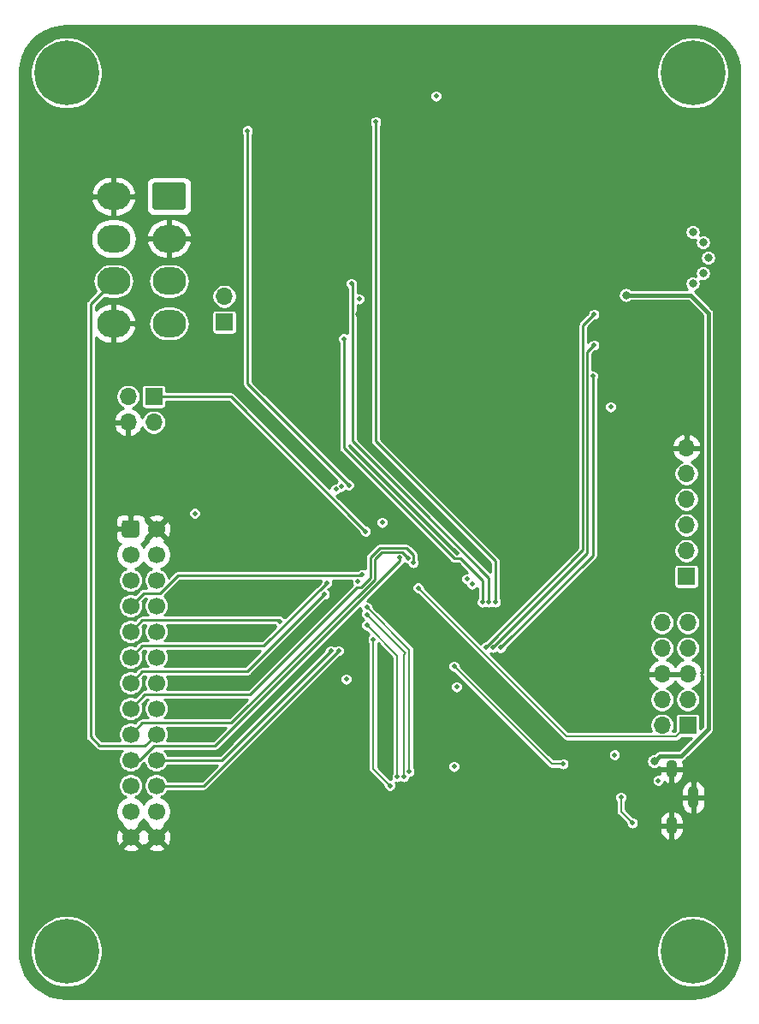
<source format=gbr>
%TF.GenerationSoftware,KiCad,Pcbnew,5.1.6*%
%TF.CreationDate,2020-12-14T11:26:32-03:00*%
%TF.ProjectId,MCU_Comms_Control,4d43555f-436f-46d6-9d73-5f436f6e7472,rev?*%
%TF.SameCoordinates,Original*%
%TF.FileFunction,Copper,L4,Bot*%
%TF.FilePolarity,Positive*%
%FSLAX46Y46*%
G04 Gerber Fmt 4.6, Leading zero omitted, Abs format (unit mm)*
G04 Created by KiCad (PCBNEW 5.1.6) date 2020-12-14 11:26:32*
%MOMM*%
%LPD*%
G01*
G04 APERTURE LIST*
%TA.AperFunction,ComponentPad*%
%ADD10O,1.700000X1.700000*%
%TD*%
%TA.AperFunction,ComponentPad*%
%ADD11R,1.700000X1.700000*%
%TD*%
%TA.AperFunction,ComponentPad*%
%ADD12C,6.400000*%
%TD*%
%TA.AperFunction,ComponentPad*%
%ADD13C,0.800000*%
%TD*%
%TA.AperFunction,ComponentPad*%
%ADD14C,1.700000*%
%TD*%
%TA.AperFunction,ComponentPad*%
%ADD15O,3.300000X2.700000*%
%TD*%
%TA.AperFunction,ComponentPad*%
%ADD16O,1.100000X2.200000*%
%TD*%
%TA.AperFunction,ComponentPad*%
%ADD17O,1.100000X1.800000*%
%TD*%
%TA.AperFunction,ViaPad*%
%ADD18C,0.800000*%
%TD*%
%TA.AperFunction,ViaPad*%
%ADD19C,0.500000*%
%TD*%
%TA.AperFunction,Conductor*%
%ADD20C,0.203200*%
%TD*%
%TA.AperFunction,Conductor*%
%ADD21C,0.381000*%
%TD*%
%TA.AperFunction,Conductor*%
%ADD22C,0.250000*%
%TD*%
%TA.AperFunction,Conductor*%
%ADD23C,0.254000*%
%TD*%
G04 APERTURE END LIST*
D10*
%TO.P,J7,2*%
%TO.N,CAN_L*%
X49657000Y-69342000D03*
D11*
%TO.P,J7,1*%
%TO.N,CAN_H*%
X49657000Y-71882000D03*
%TD*%
D10*
%TO.P,J5,6*%
%TO.N,GND*%
X95377000Y-84328000D03*
%TO.P,J5,5*%
%TO.N,MULTI3*%
X95377000Y-86868000D03*
%TO.P,J5,4*%
%TO.N,MULTI2*%
X95377000Y-89408000D03*
%TO.P,J5,3*%
%TO.N,MULTI1*%
X95377000Y-91948000D03*
%TO.P,J5,2*%
%TO.N,MULTI0*%
X95377000Y-94488000D03*
D11*
%TO.P,J5,1*%
%TO.N,+3V3*%
X95377000Y-97028000D03*
%TD*%
D12*
%TO.P,REF\u002A\u002A,1*%
%TO.N,N/C*%
X96012000Y-47244000D03*
D13*
X98412000Y-47244000D03*
X97709056Y-48941056D03*
X96012000Y-49644000D03*
X94314944Y-48941056D03*
X93612000Y-47244000D03*
X94314944Y-45546944D03*
X96012000Y-44844000D03*
X97709056Y-45546944D03*
%TD*%
%TO.P,REF\u002A\u002A,1*%
%TO.N,N/C*%
X97709056Y-132414944D03*
X96012000Y-131712000D03*
X94314944Y-132414944D03*
X93612000Y-134112000D03*
X94314944Y-135809056D03*
X96012000Y-136512000D03*
X97709056Y-135809056D03*
X98412000Y-134112000D03*
D12*
X96012000Y-134112000D03*
%TD*%
%TO.P,REF\u002A\u002A,1*%
%TO.N,N/C*%
X34036000Y-134114000D03*
D13*
X36436000Y-134114000D03*
X35733056Y-135811056D03*
X34036000Y-136514000D03*
X32338944Y-135811056D03*
X31636000Y-134114000D03*
X32338944Y-132416944D03*
X34036000Y-131714000D03*
X35733056Y-132416944D03*
%TD*%
%TO.P,REF\u002A\u002A,1*%
%TO.N,N/C*%
X35733056Y-45546944D03*
X34036000Y-44844000D03*
X32338944Y-45546944D03*
X31636000Y-47244000D03*
X32338944Y-48941056D03*
X34036000Y-49644000D03*
X35733056Y-48941056D03*
X36436000Y-47244000D03*
D12*
X34036000Y-47244000D03*
%TD*%
D10*
%TO.P,J6,4*%
%TO.N,GND*%
X40132000Y-81788000D03*
%TO.P,J6,3*%
%TO.N,+3V3*%
X40132000Y-79248000D03*
%TO.P,J6,2*%
%TO.N,Net-(J6-Pad2)*%
X42672000Y-81788000D03*
D11*
%TO.P,J6,1*%
%TO.N,Net-(J6-Pad1)*%
X42672000Y-79248000D03*
%TD*%
D10*
%TO.P,J4,10*%
%TO.N,Net-(D1-Pad2)*%
X92964000Y-101600000D03*
%TO.P,J4,9*%
X95504000Y-101600000D03*
%TO.P,J4,8*%
%TO.N,+3V3*%
X92964000Y-104140000D03*
%TO.P,J4,7*%
X95504000Y-104140000D03*
%TO.P,J4,6*%
%TO.N,GND*%
X92964000Y-106680000D03*
%TO.P,J4,5*%
X95504000Y-106680000D03*
%TO.P,J4,4*%
%TO.N,SWDIO*%
X92964000Y-109220000D03*
%TO.P,J4,3*%
%TO.N,SWO*%
X95504000Y-109220000D03*
%TO.P,J4,2*%
%TO.N,SWCLK*%
X92964000Y-111760000D03*
D11*
%TO.P,J4,1*%
%TO.N,~RESET*%
X95504000Y-111760000D03*
%TD*%
D14*
%TO.P,J3,26*%
%TO.N,GND*%
X42926000Y-122809000D03*
%TO.P,J3,24*%
%TO.N,+12V*%
X42926000Y-120269000D03*
%TO.P,J3,22*%
%TO.N,VBUS_SCALED*%
X42926000Y-117729000D03*
%TO.P,J3,20*%
%TO.N,ENABLE*%
X42926000Y-115189000D03*
%TO.P,J3,18*%
%TO.N,~ERROR*%
X42926000Y-112649000D03*
%TO.P,J3,16*%
%TO.N,W_L*%
X42926000Y-110109000D03*
%TO.P,J3,14*%
%TO.N,V_L*%
X42926000Y-107569000D03*
%TO.P,J3,12*%
%TO.N,U_L*%
X42926000Y-105029000D03*
%TO.P,J3,10*%
%TO.N,W_H*%
X42926000Y-102489000D03*
%TO.P,J3,8*%
%TO.N,V_H*%
X42926000Y-99949000D03*
%TO.P,J3,6*%
%TO.N,U_H*%
X42926000Y-97409000D03*
%TO.P,J3,4*%
%TO.N,+12V*%
X42926000Y-94869000D03*
%TO.P,J3,2*%
%TO.N,GND*%
X42926000Y-92329000D03*
%TO.P,J3,25*%
X40386000Y-122809000D03*
%TO.P,J3,23*%
%TO.N,+12V*%
X40386000Y-120269000D03*
%TO.P,J3,21*%
%TO.N,+5V*%
X40386000Y-117729000D03*
%TO.P,J3,19*%
%TO.N,HALL1*%
X40386000Y-115189000D03*
%TO.P,J3,17*%
%TO.N,HALL2*%
X40386000Y-112649000D03*
%TO.P,J3,15*%
%TO.N,HALL3*%
X40386000Y-110109000D03*
%TO.P,J3,13*%
%TO.N,CURR_W*%
X40386000Y-107569000D03*
%TO.P,J3,11*%
%TO.N,CURR_V*%
X40386000Y-105029000D03*
%TO.P,J3,9*%
%TO.N,CURR_U*%
X40386000Y-102489000D03*
%TO.P,J3,7*%
%TO.N,NTC_PWR*%
X40386000Y-99949000D03*
%TO.P,J3,5*%
%TO.N,Net-(J3-Pad5)*%
X40386000Y-97409000D03*
%TO.P,J3,3*%
%TO.N,+12V*%
X40386000Y-94869000D03*
%TO.P,J3,1*%
%TO.N,GND*%
%TA.AperFunction,ComponentPad*%
G36*
G01*
X39536000Y-92929000D02*
X39536000Y-91729000D01*
G75*
G02*
X39786000Y-91479000I250000J0D01*
G01*
X40986000Y-91479000D01*
G75*
G02*
X41236000Y-91729000I0J-250000D01*
G01*
X41236000Y-92929000D01*
G75*
G02*
X40986000Y-93179000I-250000J0D01*
G01*
X39786000Y-93179000D01*
G75*
G02*
X39536000Y-92929000I0J250000D01*
G01*
G37*
%TD.AperFunction*%
%TD*%
D15*
%TO.P,J2,8*%
%TO.N,GND*%
X38696000Y-72036000D03*
%TO.P,J2,7*%
%TO.N,~ERROR*%
X38696000Y-67836000D03*
%TO.P,J2,6*%
%TO.N,+12V*%
X38696000Y-63636000D03*
%TO.P,J2,5*%
%TO.N,GND*%
X38696000Y-59436000D03*
%TO.P,J2,4*%
%TO.N,CAN_H*%
X44196000Y-72036000D03*
%TO.P,J2,3*%
%TO.N,CAN_L*%
X44196000Y-67836000D03*
%TO.P,J2,2*%
%TO.N,GND*%
X44196000Y-63636000D03*
%TO.P,J2,1*%
%TO.N,+12V*%
%TA.AperFunction,ComponentPad*%
G36*
G01*
X42796001Y-58086000D02*
X45595999Y-58086000D01*
G75*
G02*
X45846000Y-58336001I0J-250001D01*
G01*
X45846000Y-60535999D01*
G75*
G02*
X45595999Y-60786000I-250001J0D01*
G01*
X42796001Y-60786000D01*
G75*
G02*
X42546000Y-60535999I0J250001D01*
G01*
X42546000Y-58336001D01*
G75*
G02*
X42796001Y-58086000I250001J0D01*
G01*
G37*
%TD.AperFunction*%
%TD*%
D16*
%TO.P,J1,6*%
%TO.N,GND*%
X96071000Y-118872000D03*
D17*
X93921000Y-116072000D03*
X93921000Y-121672000D03*
%TD*%
D18*
%TO.N,GND*%
X86360000Y-56388000D03*
X98552000Y-53848000D03*
X98552000Y-56388000D03*
X98552000Y-58928000D03*
X97028000Y-52832000D03*
X97028000Y-59944000D03*
X91948000Y-59944000D03*
X91948000Y-52832000D03*
X90424000Y-56388000D03*
X94488000Y-59944000D03*
X94488000Y-52832000D03*
X90932000Y-62484000D03*
X90932000Y-64008000D03*
X81788000Y-64008000D03*
X81788000Y-69596000D03*
X58420000Y-47244000D03*
X53340000Y-47244000D03*
X74168000Y-47244000D03*
X79248000Y-47244000D03*
X56896000Y-58928000D03*
X60960000Y-58928000D03*
X62992000Y-71120000D03*
X66040000Y-120396000D03*
X74930000Y-114554000D03*
X75184000Y-110744000D03*
D19*
X68834000Y-94488000D03*
X71374000Y-109474000D03*
X61468000Y-94488000D03*
X60706000Y-94488000D03*
D18*
X68326000Y-102616000D03*
D19*
X66294000Y-98171000D03*
X67437000Y-93345000D03*
X71755000Y-91567000D03*
X72644000Y-94742000D03*
X77851000Y-97536000D03*
X72517000Y-99060000D03*
X86868000Y-118872000D03*
X61976000Y-112649000D03*
X47498000Y-112649000D03*
X61976000Y-115062000D03*
X69342000Y-112522000D03*
X82804000Y-120523000D03*
X66167000Y-109982000D03*
X47498000Y-110617000D03*
X47498000Y-107569000D03*
X47498000Y-105283000D03*
X47498000Y-102743000D03*
X47498000Y-99441000D03*
X44831000Y-108077000D03*
X60325000Y-106172000D03*
X77597000Y-105029000D03*
X60071000Y-99695000D03*
%TO.N,Net-(C1-Pad1)*%
X88900000Y-118872000D03*
X90043000Y-121412000D03*
%TO.N,+5V*%
X92583000Y-117221000D03*
D18*
X92202000Y-115316000D03*
X89408000Y-69215000D03*
%TO.N,+3V3*%
X96012000Y-62992000D03*
X97536000Y-65532000D03*
X96012000Y-68072000D03*
X97028000Y-67056000D03*
X97028000Y-64008000D03*
D19*
X74168000Y-97790000D03*
X73660000Y-97282000D03*
X72644000Y-107950000D03*
X72390000Y-115824000D03*
X65278000Y-91694000D03*
X61214000Y-88138000D03*
X60706000Y-88392000D03*
X62992000Y-69596000D03*
X70612000Y-49530000D03*
X61722000Y-107188000D03*
X62870020Y-97536009D03*
X87884000Y-80264014D03*
X88265000Y-114681000D03*
X46736000Y-90805000D03*
%TO.N,VBUS_SCALED*%
X60960000Y-104394000D03*
%TO.N,ENABLE*%
X60198000Y-104394000D03*
%TO.N,HALL1*%
X67018739Y-95162955D03*
%TO.N,HALL2*%
X67821995Y-95204759D03*
%TO.N,HALL3*%
X68349410Y-95669882D03*
%TO.N,CURR_W*%
X59563000Y-98806000D03*
%TO.N,CURR_V*%
X59817000Y-97663000D03*
%TO.N,CURR_U*%
X55118000Y-101473000D03*
%TO.N,NTC_PWR*%
X63317564Y-96845564D03*
%TO.N,~RESET*%
X68834000Y-98171000D03*
%TO.N,Net-(J6-Pad1)*%
X63627000Y-92583000D03*
%TO.N,~BOOT*%
X76488806Y-99568000D03*
X64643000Y-52070000D03*
%TO.N,STATUS*%
X76992407Y-104082964D03*
X86106000Y-77216000D03*
%TO.N,Net-(R7-Pad2)*%
X72390000Y-105918000D03*
X83185000Y-115570000D03*
%TO.N,ERR_OUT*%
X76265544Y-104061141D03*
X86233008Y-74168000D03*
%TO.N,DEBUG_LED*%
X75565000Y-104013000D03*
X86233000Y-71119990D03*
%TO.N,BUTTON*%
X61976000Y-88011000D03*
X51943000Y-52959000D03*
%TO.N,CAN_RX*%
X75836403Y-99568000D03*
X62230000Y-68072000D03*
%TO.N,CAN_TX*%
X75184000Y-99568000D03*
X61468000Y-73533000D03*
%TO.N,FLASH_CLK*%
X63759770Y-100794534D03*
X67423078Y-116836000D03*
%TO.N,FLASH_MOSI*%
X66770689Y-116840201D03*
X63754000Y-101854000D03*
%TO.N,FLASH_MISO*%
X64389000Y-103251000D03*
X66040000Y-117729000D03*
%TO.N,~FLASH_CS*%
X63764346Y-100086346D03*
X67945000Y-116332000D03*
%TD*%
D20*
%TO.N,Net-(C1-Pad1)*%
X88900000Y-120269000D02*
X90043000Y-121412000D01*
X88900000Y-118872000D02*
X88900000Y-120269000D01*
D21*
%TO.N,+5V*%
X92736510Y-114781490D02*
X92202000Y-115316000D01*
X94885412Y-114781490D02*
X92736510Y-114781490D01*
X97536000Y-112130902D02*
X94885412Y-114781490D01*
X97536000Y-70993000D02*
X97536000Y-112130902D01*
X95758000Y-69215000D02*
X97536000Y-70993000D01*
X89408000Y-69215000D02*
X95758000Y-69215000D01*
D22*
%TO.N,~ERROR*%
X36420990Y-112892544D02*
X36420990Y-70111010D01*
X36420990Y-70111010D02*
X38696000Y-67836000D01*
X42926000Y-112649000D02*
X41798599Y-113776401D01*
X37304847Y-113776401D02*
X36420990Y-112892544D01*
X41798599Y-113776401D02*
X37304847Y-113776401D01*
%TO.N,VBUS_SCALED*%
X47625000Y-117729000D02*
X60960000Y-104394000D01*
X42926000Y-117729000D02*
X47625000Y-117729000D01*
%TO.N,ENABLE*%
X49403000Y-115189000D02*
X60198000Y-104394000D01*
X42926000Y-115189000D02*
X49403000Y-115189000D01*
%TO.N,HALL1*%
X48758846Y-113776401D02*
X67018739Y-95516508D01*
X67018739Y-95516508D02*
X67018739Y-95162955D01*
X40386000Y-115189000D02*
X41257446Y-115189000D01*
X42670045Y-113776401D02*
X48758846Y-113776401D01*
X41257446Y-115189000D02*
X42670045Y-113776401D01*
%TO.N,HALL2*%
X64537410Y-97321683D02*
X64537410Y-95289682D01*
X65191538Y-94635554D02*
X67252790Y-94635554D01*
X67252790Y-94635554D02*
X67821995Y-95204759D01*
X41513401Y-111521599D02*
X50337493Y-111521599D01*
X50337493Y-111521599D02*
X64537410Y-97321683D01*
X64537410Y-95289682D02*
X65191538Y-94635554D01*
X40386000Y-112649000D02*
X41513401Y-111521599D01*
%TO.N,HALL3*%
X65024854Y-94233143D02*
X67690143Y-94233143D01*
X67690143Y-94233143D02*
X68349410Y-94892410D01*
X64134999Y-97155000D02*
X64134999Y-95122998D01*
X68349410Y-94892410D02*
X68349410Y-95669882D01*
X64134999Y-95122998D02*
X65024854Y-94233143D01*
X41798599Y-108696401D02*
X52212599Y-108696401D01*
X62797990Y-98111010D02*
X63178988Y-98111010D01*
X63178988Y-98111010D02*
X64134999Y-97155000D01*
X52212599Y-108696401D02*
X62797990Y-98111010D01*
X40386000Y-110109000D02*
X41798599Y-108696401D01*
%TO.N,CURR_W*%
X51927401Y-106441599D02*
X59563000Y-98806000D01*
X41513401Y-106441599D02*
X51927401Y-106441599D01*
X40386000Y-107569000D02*
X41513401Y-106441599D01*
%TO.N,CURR_V*%
X53578401Y-103901599D02*
X59817000Y-97663000D01*
X41513401Y-103901599D02*
X53578401Y-103901599D01*
X40386000Y-105029000D02*
X41513401Y-103901599D01*
%TO.N,CURR_U*%
X55006599Y-101361599D02*
X55118000Y-101473000D01*
X41513401Y-101361599D02*
X55006599Y-101361599D01*
X40386000Y-102489000D02*
X41513401Y-101361599D01*
%TO.N,NTC_PWR*%
X63202129Y-96960999D02*
X63317564Y-96845564D01*
X43324554Y-98679000D02*
X45042555Y-96960999D01*
X40386000Y-99949000D02*
X41656000Y-98679000D01*
X41656000Y-98679000D02*
X43324554Y-98679000D01*
X45042555Y-96960999D02*
X63202129Y-96960999D01*
D20*
%TO.N,~RESET*%
X94399999Y-112864001D02*
X95504000Y-111760000D01*
X83527001Y-112864001D02*
X94399999Y-112864001D01*
X68834000Y-98171000D02*
X83527001Y-112864001D01*
D22*
%TO.N,Net-(J6-Pad1)*%
X50292000Y-79248000D02*
X42672000Y-79248000D01*
X63627000Y-92583000D02*
X50292000Y-79248000D01*
D23*
%TO.N,~BOOT*%
X76488806Y-95517292D02*
X64643000Y-83671486D01*
X76488806Y-99568000D02*
X76488806Y-95517292D01*
X64643000Y-83671486D02*
X64643000Y-52070000D01*
%TO.N,STATUS*%
X86106000Y-94969371D02*
X86106000Y-77216000D01*
X76992407Y-104082964D02*
X86106000Y-94969371D01*
D20*
%TO.N,Net-(R7-Pad2)*%
X82042000Y-115570000D02*
X83185000Y-115570000D01*
X72390000Y-105918000D02*
X82042000Y-115570000D01*
D23*
%TO.N,ERR_OUT*%
X85572589Y-74828419D02*
X86233008Y-74168000D01*
X85572589Y-94754096D02*
X85572589Y-74828419D01*
X76265544Y-104061141D02*
X85572589Y-94754096D01*
%TO.N,DEBUG_LED*%
X75565000Y-104013000D02*
X85166178Y-94411822D01*
X85166178Y-94411822D02*
X85166178Y-72186812D01*
X85166178Y-72186812D02*
X86233000Y-71119990D01*
%TO.N,BUTTON*%
X51943000Y-77978000D02*
X61976000Y-88011000D01*
X51943000Y-52959000D02*
X51943000Y-77978000D01*
%TO.N,CAN_RX*%
X75836403Y-97150889D02*
X69109514Y-90424000D01*
X75836403Y-99568000D02*
X75836403Y-97150889D01*
X69109514Y-90424000D02*
X69088000Y-90424000D01*
X62312599Y-68154599D02*
X62230000Y-68072000D01*
X62312599Y-83648599D02*
X62312599Y-68154599D01*
X69088000Y-90424000D02*
X62312599Y-83648599D01*
%TO.N,CAN_TX*%
X75184000Y-99568000D02*
X75184000Y-97409000D01*
X61468000Y-84349514D02*
X61468000Y-73533000D01*
X72389887Y-95271401D02*
X61468000Y-84349514D01*
X73046401Y-95271401D02*
X72389887Y-95271401D01*
X75184000Y-97409000D02*
X73046401Y-95271401D01*
D20*
%TO.N,FLASH_CLK*%
X63759770Y-100794534D02*
X67589390Y-104624154D01*
X67423078Y-104790466D02*
X67423078Y-116836000D01*
X67589390Y-104624154D02*
X67423078Y-104790466D01*
%TO.N,FLASH_MOSI*%
X66770689Y-104870689D02*
X63754000Y-101854000D01*
X66770689Y-116840201D02*
X66770689Y-104870689D01*
%TO.N,FLASH_MISO*%
X64389000Y-116078000D02*
X66040000Y-117729000D01*
X64389000Y-103251000D02*
X64389000Y-116078000D01*
%TO.N,~FLASH_CS*%
X67945000Y-104267000D02*
X67945000Y-116332000D01*
X63764346Y-100086346D02*
X67945000Y-104267000D01*
%TD*%
D23*
%TO.N,GND*%
G36*
X96834966Y-42670161D02*
G01*
X97631913Y-42888181D01*
X98377662Y-43243886D01*
X99048632Y-43726026D01*
X99623621Y-44319369D01*
X100084446Y-45005148D01*
X100416551Y-45761700D01*
X100610227Y-46568425D01*
X100661001Y-47259824D01*
X100661000Y-134092801D01*
X100585839Y-134934966D01*
X100367820Y-135731912D01*
X100012114Y-136477662D01*
X99529972Y-137148635D01*
X98936633Y-137723619D01*
X98250850Y-138184447D01*
X97494290Y-138516554D01*
X96687568Y-138710229D01*
X95996190Y-138761000D01*
X34055199Y-138761000D01*
X33213034Y-138685839D01*
X32416088Y-138467820D01*
X31670338Y-138112114D01*
X30999365Y-137629972D01*
X30424381Y-137036633D01*
X29963553Y-136350850D01*
X29631446Y-135594290D01*
X29437771Y-134787568D01*
X29387000Y-134096190D01*
X29387000Y-133761302D01*
X30455000Y-133761302D01*
X30455000Y-134466698D01*
X30592616Y-135158539D01*
X30862559Y-135810240D01*
X31254456Y-136396754D01*
X31753246Y-136895544D01*
X32339760Y-137287441D01*
X32991461Y-137557384D01*
X33683302Y-137695000D01*
X34388698Y-137695000D01*
X35080539Y-137557384D01*
X35732240Y-137287441D01*
X36318754Y-136895544D01*
X36817544Y-136396754D01*
X37209441Y-135810240D01*
X37479384Y-135158539D01*
X37617000Y-134466698D01*
X37617000Y-133761302D01*
X37616603Y-133759302D01*
X92431000Y-133759302D01*
X92431000Y-134464698D01*
X92568616Y-135156539D01*
X92838559Y-135808240D01*
X93230456Y-136394754D01*
X93729246Y-136893544D01*
X94315760Y-137285441D01*
X94967461Y-137555384D01*
X95659302Y-137693000D01*
X96364698Y-137693000D01*
X97056539Y-137555384D01*
X97708240Y-137285441D01*
X98294754Y-136893544D01*
X98793544Y-136394754D01*
X99185441Y-135808240D01*
X99455384Y-135156539D01*
X99593000Y-134464698D01*
X99593000Y-133759302D01*
X99455384Y-133067461D01*
X99185441Y-132415760D01*
X98793544Y-131829246D01*
X98294754Y-131330456D01*
X97708240Y-130938559D01*
X97056539Y-130668616D01*
X96364698Y-130531000D01*
X95659302Y-130531000D01*
X94967461Y-130668616D01*
X94315760Y-130938559D01*
X93729246Y-131330456D01*
X93230456Y-131829246D01*
X92838559Y-132415760D01*
X92568616Y-133067461D01*
X92431000Y-133759302D01*
X37616603Y-133759302D01*
X37479384Y-133069461D01*
X37209441Y-132417760D01*
X36817544Y-131831246D01*
X36318754Y-131332456D01*
X35732240Y-130940559D01*
X35080539Y-130670616D01*
X34388698Y-130533000D01*
X33683302Y-130533000D01*
X32991461Y-130670616D01*
X32339760Y-130940559D01*
X31753246Y-131332456D01*
X31254456Y-131831246D01*
X30862559Y-132417760D01*
X30592616Y-133069461D01*
X30455000Y-133761302D01*
X29387000Y-133761302D01*
X29387000Y-123837397D01*
X39537208Y-123837397D01*
X39614843Y-124086472D01*
X39878883Y-124212371D01*
X40162411Y-124284339D01*
X40454531Y-124299611D01*
X40744019Y-124257599D01*
X41019747Y-124159919D01*
X41157157Y-124086472D01*
X41234792Y-123837397D01*
X42077208Y-123837397D01*
X42154843Y-124086472D01*
X42418883Y-124212371D01*
X42702411Y-124284339D01*
X42994531Y-124299611D01*
X43284019Y-124257599D01*
X43559747Y-124159919D01*
X43697157Y-124086472D01*
X43774792Y-123837397D01*
X42926000Y-122988605D01*
X42077208Y-123837397D01*
X41234792Y-123837397D01*
X40386000Y-122988605D01*
X39537208Y-123837397D01*
X29387000Y-123837397D01*
X29387000Y-122877531D01*
X38895389Y-122877531D01*
X38937401Y-123167019D01*
X39035081Y-123442747D01*
X39108528Y-123580157D01*
X39357603Y-123657792D01*
X40206395Y-122809000D01*
X40565605Y-122809000D01*
X41414397Y-123657792D01*
X41656000Y-123582486D01*
X41897603Y-123657792D01*
X42746395Y-122809000D01*
X43105605Y-122809000D01*
X43954397Y-123657792D01*
X44203472Y-123580157D01*
X44329371Y-123316117D01*
X44401339Y-123032589D01*
X44416611Y-122740469D01*
X44374599Y-122450981D01*
X44276919Y-122175253D01*
X44203472Y-122037843D01*
X43954397Y-121960208D01*
X43105605Y-122809000D01*
X42746395Y-122809000D01*
X41897603Y-121960208D01*
X41656000Y-122035514D01*
X41414397Y-121960208D01*
X40565605Y-122809000D01*
X40206395Y-122809000D01*
X39357603Y-121960208D01*
X39108528Y-122037843D01*
X38982629Y-122301883D01*
X38910661Y-122585411D01*
X38895389Y-122877531D01*
X29387000Y-122877531D01*
X29387000Y-70111010D01*
X35912543Y-70111010D01*
X35914991Y-70135866D01*
X35914990Y-112867698D01*
X35912543Y-112892544D01*
X35914990Y-112917390D01*
X35914990Y-112917397D01*
X35922312Y-112991736D01*
X35951245Y-113087118D01*
X35998231Y-113175023D01*
X36061463Y-113252071D01*
X36080775Y-113267920D01*
X36929475Y-114116621D01*
X36945320Y-114135928D01*
X37022368Y-114199160D01*
X37110272Y-114246146D01*
X37205654Y-114275079D01*
X37304847Y-114284849D01*
X37329701Y-114282401D01*
X39551702Y-114282401D01*
X39429820Y-114404283D01*
X39295102Y-114605903D01*
X39202307Y-114829931D01*
X39155000Y-115067757D01*
X39155000Y-115310243D01*
X39202307Y-115548069D01*
X39295102Y-115772097D01*
X39429820Y-115973717D01*
X39601283Y-116145180D01*
X39802903Y-116279898D01*
X40026931Y-116372693D01*
X40264757Y-116420000D01*
X40507243Y-116420000D01*
X40745069Y-116372693D01*
X40969097Y-116279898D01*
X41170717Y-116145180D01*
X41342180Y-115973717D01*
X41476898Y-115772097D01*
X41545056Y-115607548D01*
X41616973Y-115548527D01*
X41632822Y-115529215D01*
X41721014Y-115441023D01*
X41742307Y-115548069D01*
X41835102Y-115772097D01*
X41969820Y-115973717D01*
X42141283Y-116145180D01*
X42342903Y-116279898D01*
X42566931Y-116372693D01*
X42804757Y-116420000D01*
X43047243Y-116420000D01*
X43285069Y-116372693D01*
X43509097Y-116279898D01*
X43710717Y-116145180D01*
X43882180Y-115973717D01*
X44016898Y-115772097D01*
X44048832Y-115695000D01*
X48943409Y-115695000D01*
X47415409Y-117223000D01*
X44048832Y-117223000D01*
X44016898Y-117145903D01*
X43882180Y-116944283D01*
X43710717Y-116772820D01*
X43509097Y-116638102D01*
X43285069Y-116545307D01*
X43047243Y-116498000D01*
X42804757Y-116498000D01*
X42566931Y-116545307D01*
X42342903Y-116638102D01*
X42141283Y-116772820D01*
X41969820Y-116944283D01*
X41835102Y-117145903D01*
X41742307Y-117369931D01*
X41695000Y-117607757D01*
X41695000Y-117850243D01*
X41742307Y-118088069D01*
X41835102Y-118312097D01*
X41969820Y-118513717D01*
X42141283Y-118685180D01*
X42342903Y-118819898D01*
X42453879Y-118865865D01*
X42226378Y-118960099D01*
X41984467Y-119121739D01*
X41778739Y-119327467D01*
X41656000Y-119511159D01*
X41533261Y-119327467D01*
X41327533Y-119121739D01*
X41085622Y-118960099D01*
X40858121Y-118865865D01*
X40969097Y-118819898D01*
X41170717Y-118685180D01*
X41342180Y-118513717D01*
X41476898Y-118312097D01*
X41569693Y-118088069D01*
X41617000Y-117850243D01*
X41617000Y-117607757D01*
X41569693Y-117369931D01*
X41476898Y-117145903D01*
X41342180Y-116944283D01*
X41170717Y-116772820D01*
X40969097Y-116638102D01*
X40745069Y-116545307D01*
X40507243Y-116498000D01*
X40264757Y-116498000D01*
X40026931Y-116545307D01*
X39802903Y-116638102D01*
X39601283Y-116772820D01*
X39429820Y-116944283D01*
X39295102Y-117145903D01*
X39202307Y-117369931D01*
X39155000Y-117607757D01*
X39155000Y-117850243D01*
X39202307Y-118088069D01*
X39295102Y-118312097D01*
X39429820Y-118513717D01*
X39601283Y-118685180D01*
X39802903Y-118819898D01*
X39913879Y-118865865D01*
X39686378Y-118960099D01*
X39444467Y-119121739D01*
X39238739Y-119327467D01*
X39077099Y-119569378D01*
X38965760Y-119838175D01*
X38909000Y-120123528D01*
X38909000Y-120414472D01*
X38965760Y-120699825D01*
X39077099Y-120968622D01*
X39238739Y-121210533D01*
X39444467Y-121416261D01*
X39616028Y-121530895D01*
X39614843Y-121531528D01*
X39537208Y-121780603D01*
X40386000Y-122629395D01*
X41234792Y-121780603D01*
X41157157Y-121531528D01*
X41155912Y-121530934D01*
X41327533Y-121416261D01*
X41533261Y-121210533D01*
X41656000Y-121026841D01*
X41778739Y-121210533D01*
X41984467Y-121416261D01*
X42156028Y-121530895D01*
X42154843Y-121531528D01*
X42077208Y-121780603D01*
X42926000Y-122629395D01*
X43774792Y-121780603D01*
X43697157Y-121531528D01*
X43695912Y-121530934D01*
X43867533Y-121416261D01*
X44073261Y-121210533D01*
X44234901Y-120968622D01*
X44346240Y-120699825D01*
X44403000Y-120414472D01*
X44403000Y-120123528D01*
X44346240Y-119838175D01*
X44234901Y-119569378D01*
X44073261Y-119327467D01*
X43867533Y-119121739D01*
X43625622Y-118960099D01*
X43398121Y-118865865D01*
X43509097Y-118819898D01*
X43524131Y-118809852D01*
X88269000Y-118809852D01*
X88269000Y-118934148D01*
X88293249Y-119056056D01*
X88340815Y-119170891D01*
X88409870Y-119274239D01*
X88417400Y-119281769D01*
X88417401Y-120245285D01*
X88415065Y-120269000D01*
X88424384Y-120363606D01*
X88451978Y-120454576D01*
X88496792Y-120538415D01*
X88519269Y-120565803D01*
X88557100Y-120611901D01*
X88575513Y-120627012D01*
X89412000Y-121463500D01*
X89412000Y-121474148D01*
X89436249Y-121596056D01*
X89483815Y-121710891D01*
X89552870Y-121814239D01*
X89640761Y-121902130D01*
X89744109Y-121971185D01*
X89858944Y-122018751D01*
X89980852Y-122043000D01*
X90105148Y-122043000D01*
X90227056Y-122018751D01*
X90341891Y-121971185D01*
X90445239Y-121902130D01*
X90533130Y-121814239D01*
X90543312Y-121799000D01*
X92736000Y-121799000D01*
X92736000Y-122149000D01*
X92783546Y-122377742D01*
X92874804Y-122592813D01*
X93006266Y-122785948D01*
X93172881Y-122949725D01*
X93368246Y-123077850D01*
X93584853Y-123165399D01*
X93611256Y-123165803D01*
X93794000Y-123040361D01*
X93794000Y-121799000D01*
X94048000Y-121799000D01*
X94048000Y-123040361D01*
X94230744Y-123165803D01*
X94257147Y-123165399D01*
X94473754Y-123077850D01*
X94669119Y-122949725D01*
X94835734Y-122785948D01*
X94967196Y-122592813D01*
X95058454Y-122377742D01*
X95106000Y-122149000D01*
X95106000Y-121799000D01*
X94048000Y-121799000D01*
X93794000Y-121799000D01*
X92736000Y-121799000D01*
X90543312Y-121799000D01*
X90602185Y-121710891D01*
X90649751Y-121596056D01*
X90674000Y-121474148D01*
X90674000Y-121349852D01*
X90649751Y-121227944D01*
X90636106Y-121195000D01*
X92736000Y-121195000D01*
X92736000Y-121545000D01*
X93794000Y-121545000D01*
X93794000Y-120303639D01*
X94048000Y-120303639D01*
X94048000Y-121545000D01*
X95106000Y-121545000D01*
X95106000Y-121195000D01*
X95058454Y-120966258D01*
X94967196Y-120751187D01*
X94835734Y-120558052D01*
X94669119Y-120394275D01*
X94473754Y-120266150D01*
X94257147Y-120178601D01*
X94230744Y-120178197D01*
X94048000Y-120303639D01*
X93794000Y-120303639D01*
X93611256Y-120178197D01*
X93584853Y-120178601D01*
X93368246Y-120266150D01*
X93172881Y-120394275D01*
X93006266Y-120558052D01*
X92874804Y-120751187D01*
X92783546Y-120966258D01*
X92736000Y-121195000D01*
X90636106Y-121195000D01*
X90602185Y-121113109D01*
X90533130Y-121009761D01*
X90445239Y-120921870D01*
X90341891Y-120852815D01*
X90227056Y-120805249D01*
X90105148Y-120781000D01*
X90094500Y-120781000D01*
X89382600Y-120069101D01*
X89382600Y-119281769D01*
X89390130Y-119274239D01*
X89459185Y-119170891D01*
X89506751Y-119056056D01*
X89518100Y-118999000D01*
X94886000Y-118999000D01*
X94886000Y-119549000D01*
X94933546Y-119777742D01*
X95024804Y-119992813D01*
X95156266Y-120185948D01*
X95322881Y-120349725D01*
X95518246Y-120477850D01*
X95734853Y-120565399D01*
X95761256Y-120565803D01*
X95944000Y-120440361D01*
X95944000Y-118999000D01*
X96198000Y-118999000D01*
X96198000Y-120440361D01*
X96380744Y-120565803D01*
X96407147Y-120565399D01*
X96623754Y-120477850D01*
X96819119Y-120349725D01*
X96985734Y-120185948D01*
X97117196Y-119992813D01*
X97208454Y-119777742D01*
X97256000Y-119549000D01*
X97256000Y-118999000D01*
X96198000Y-118999000D01*
X95944000Y-118999000D01*
X94886000Y-118999000D01*
X89518100Y-118999000D01*
X89531000Y-118934148D01*
X89531000Y-118809852D01*
X89506751Y-118687944D01*
X89459185Y-118573109D01*
X89390130Y-118469761D01*
X89302239Y-118381870D01*
X89198891Y-118312815D01*
X89084056Y-118265249D01*
X88962148Y-118241000D01*
X88837852Y-118241000D01*
X88715944Y-118265249D01*
X88601109Y-118312815D01*
X88497761Y-118381870D01*
X88409870Y-118469761D01*
X88340815Y-118573109D01*
X88293249Y-118687944D01*
X88269000Y-118809852D01*
X43524131Y-118809852D01*
X43710717Y-118685180D01*
X43882180Y-118513717D01*
X44016898Y-118312097D01*
X44048832Y-118235000D01*
X47600154Y-118235000D01*
X47625000Y-118237447D01*
X47649846Y-118235000D01*
X47649854Y-118235000D01*
X47724193Y-118227678D01*
X47819575Y-118198745D01*
X47907479Y-118151759D01*
X47984527Y-118088527D01*
X48000376Y-118069215D01*
X58943739Y-107125852D01*
X61091000Y-107125852D01*
X61091000Y-107250148D01*
X61115249Y-107372056D01*
X61162815Y-107486891D01*
X61231870Y-107590239D01*
X61319761Y-107678130D01*
X61423109Y-107747185D01*
X61537944Y-107794751D01*
X61659852Y-107819000D01*
X61784148Y-107819000D01*
X61906056Y-107794751D01*
X62020891Y-107747185D01*
X62124239Y-107678130D01*
X62212130Y-107590239D01*
X62281185Y-107486891D01*
X62328751Y-107372056D01*
X62353000Y-107250148D01*
X62353000Y-107125852D01*
X62328751Y-107003944D01*
X62281185Y-106889109D01*
X62212130Y-106785761D01*
X62124239Y-106697870D01*
X62020891Y-106628815D01*
X61906056Y-106581249D01*
X61784148Y-106557000D01*
X61659852Y-106557000D01*
X61537944Y-106581249D01*
X61423109Y-106628815D01*
X61319761Y-106697870D01*
X61231870Y-106785761D01*
X61162815Y-106889109D01*
X61115249Y-107003944D01*
X61091000Y-107125852D01*
X58943739Y-107125852D01*
X61050165Y-105019427D01*
X61144056Y-105000751D01*
X61258891Y-104953185D01*
X61362239Y-104884130D01*
X61450130Y-104796239D01*
X61519185Y-104692891D01*
X61566751Y-104578056D01*
X61591000Y-104456148D01*
X61591000Y-104331852D01*
X61566751Y-104209944D01*
X61519185Y-104095109D01*
X61450130Y-103991761D01*
X61362239Y-103903870D01*
X61258891Y-103834815D01*
X61144056Y-103787249D01*
X61022148Y-103763000D01*
X60897852Y-103763000D01*
X60775944Y-103787249D01*
X60661109Y-103834815D01*
X60579000Y-103889679D01*
X60496891Y-103834815D01*
X60382056Y-103787249D01*
X60260148Y-103763000D01*
X60135852Y-103763000D01*
X60013944Y-103787249D01*
X59899109Y-103834815D01*
X59795761Y-103903870D01*
X59707870Y-103991761D01*
X59638815Y-104095109D01*
X59591249Y-104209944D01*
X59572573Y-104303835D01*
X49193409Y-114683000D01*
X44048832Y-114683000D01*
X44016898Y-114605903D01*
X43882180Y-114404283D01*
X43760298Y-114282401D01*
X48734000Y-114282401D01*
X48758846Y-114284848D01*
X48783692Y-114282401D01*
X48783700Y-114282401D01*
X48858039Y-114275079D01*
X48953421Y-114246146D01*
X49041325Y-114199160D01*
X49118373Y-114135928D01*
X49134222Y-114116616D01*
X63133346Y-100117493D01*
X63133346Y-100148494D01*
X63157595Y-100270402D01*
X63205161Y-100385237D01*
X63239759Y-100437016D01*
X63200585Y-100495643D01*
X63153019Y-100610478D01*
X63128770Y-100732386D01*
X63128770Y-100856682D01*
X63153019Y-100978590D01*
X63200585Y-101093425D01*
X63269640Y-101196773D01*
X63357531Y-101284664D01*
X63413916Y-101322339D01*
X63351761Y-101363870D01*
X63263870Y-101451761D01*
X63194815Y-101555109D01*
X63147249Y-101669944D01*
X63123000Y-101791852D01*
X63123000Y-101916148D01*
X63147249Y-102038056D01*
X63194815Y-102152891D01*
X63263870Y-102256239D01*
X63351761Y-102344130D01*
X63455109Y-102413185D01*
X63569944Y-102460751D01*
X63691852Y-102485000D01*
X63702501Y-102485000D01*
X63982566Y-102765065D01*
X63898870Y-102848761D01*
X63829815Y-102952109D01*
X63782249Y-103066944D01*
X63758000Y-103188852D01*
X63758000Y-103313148D01*
X63782249Y-103435056D01*
X63829815Y-103549891D01*
X63898870Y-103653239D01*
X63906400Y-103660769D01*
X63906401Y-116054285D01*
X63904065Y-116078000D01*
X63913384Y-116172606D01*
X63940978Y-116263576D01*
X63985792Y-116347415D01*
X64024145Y-116394148D01*
X64046100Y-116420901D01*
X64064513Y-116436012D01*
X65409000Y-117780500D01*
X65409000Y-117791148D01*
X65433249Y-117913056D01*
X65480815Y-118027891D01*
X65549870Y-118131239D01*
X65637761Y-118219130D01*
X65741109Y-118288185D01*
X65855944Y-118335751D01*
X65977852Y-118360000D01*
X66102148Y-118360000D01*
X66224056Y-118335751D01*
X66338891Y-118288185D01*
X66442239Y-118219130D01*
X66466369Y-118195000D01*
X94886000Y-118195000D01*
X94886000Y-118745000D01*
X95944000Y-118745000D01*
X95944000Y-117303639D01*
X96198000Y-117303639D01*
X96198000Y-118745000D01*
X97256000Y-118745000D01*
X97256000Y-118195000D01*
X97208454Y-117966258D01*
X97117196Y-117751187D01*
X96985734Y-117558052D01*
X96819119Y-117394275D01*
X96623754Y-117266150D01*
X96407147Y-117178601D01*
X96380744Y-117178197D01*
X96198000Y-117303639D01*
X95944000Y-117303639D01*
X95761256Y-117178197D01*
X95734853Y-117178601D01*
X95518246Y-117266150D01*
X95322881Y-117394275D01*
X95156266Y-117558052D01*
X95024804Y-117751187D01*
X94933546Y-117966258D01*
X94886000Y-118195000D01*
X66466369Y-118195000D01*
X66530130Y-118131239D01*
X66599185Y-118027891D01*
X66646751Y-117913056D01*
X66671000Y-117791148D01*
X66671000Y-117666852D01*
X66646751Y-117544944D01*
X66607915Y-117451185D01*
X66708541Y-117471201D01*
X66832837Y-117471201D01*
X66954745Y-117446952D01*
X67069580Y-117399386D01*
X67100027Y-117379042D01*
X67124187Y-117395185D01*
X67239022Y-117442751D01*
X67360930Y-117467000D01*
X67485226Y-117467000D01*
X67607134Y-117442751D01*
X67721969Y-117395185D01*
X67825317Y-117326130D01*
X67913208Y-117238239D01*
X67966252Y-117158852D01*
X91952000Y-117158852D01*
X91952000Y-117283148D01*
X91976249Y-117405056D01*
X92023815Y-117519891D01*
X92092870Y-117623239D01*
X92180761Y-117711130D01*
X92284109Y-117780185D01*
X92398944Y-117827751D01*
X92520852Y-117852000D01*
X92645148Y-117852000D01*
X92767056Y-117827751D01*
X92881891Y-117780185D01*
X92985239Y-117711130D01*
X93073130Y-117623239D01*
X93142185Y-117519891D01*
X93189751Y-117405056D01*
X93197540Y-117365897D01*
X93368246Y-117477850D01*
X93584853Y-117565399D01*
X93611256Y-117565803D01*
X93794000Y-117440361D01*
X93794000Y-116199000D01*
X94048000Y-116199000D01*
X94048000Y-117440361D01*
X94230744Y-117565803D01*
X94257147Y-117565399D01*
X94473754Y-117477850D01*
X94669119Y-117349725D01*
X94835734Y-117185948D01*
X94967196Y-116992813D01*
X95058454Y-116777742D01*
X95106000Y-116549000D01*
X95106000Y-116199000D01*
X94048000Y-116199000D01*
X93794000Y-116199000D01*
X92736000Y-116199000D01*
X92736000Y-116549000D01*
X92748808Y-116610619D01*
X92645148Y-116590000D01*
X92520852Y-116590000D01*
X92398944Y-116614249D01*
X92284109Y-116661815D01*
X92180761Y-116730870D01*
X92092870Y-116818761D01*
X92023815Y-116922109D01*
X91976249Y-117036944D01*
X91952000Y-117158852D01*
X67966252Y-117158852D01*
X67982263Y-117134891D01*
X68029829Y-117020056D01*
X68042580Y-116955952D01*
X68129056Y-116938751D01*
X68243891Y-116891185D01*
X68347239Y-116822130D01*
X68435130Y-116734239D01*
X68504185Y-116630891D01*
X68551751Y-116516056D01*
X68576000Y-116394148D01*
X68576000Y-116269852D01*
X68551751Y-116147944D01*
X68504185Y-116033109D01*
X68435130Y-115929761D01*
X68427600Y-115922231D01*
X68427600Y-115761852D01*
X71759000Y-115761852D01*
X71759000Y-115886148D01*
X71783249Y-116008056D01*
X71830815Y-116122891D01*
X71899870Y-116226239D01*
X71987761Y-116314130D01*
X72091109Y-116383185D01*
X72205944Y-116430751D01*
X72327852Y-116455000D01*
X72452148Y-116455000D01*
X72574056Y-116430751D01*
X72688891Y-116383185D01*
X72792239Y-116314130D01*
X72880130Y-116226239D01*
X72949185Y-116122891D01*
X72996751Y-116008056D01*
X73021000Y-115886148D01*
X73021000Y-115761852D01*
X72996751Y-115639944D01*
X72949185Y-115525109D01*
X72880130Y-115421761D01*
X72792239Y-115333870D01*
X72688891Y-115264815D01*
X72574056Y-115217249D01*
X72452148Y-115193000D01*
X72327852Y-115193000D01*
X72205944Y-115217249D01*
X72091109Y-115264815D01*
X71987761Y-115333870D01*
X71899870Y-115421761D01*
X71830815Y-115525109D01*
X71783249Y-115639944D01*
X71759000Y-115761852D01*
X68427600Y-115761852D01*
X68427600Y-107887852D01*
X72013000Y-107887852D01*
X72013000Y-108012148D01*
X72037249Y-108134056D01*
X72084815Y-108248891D01*
X72153870Y-108352239D01*
X72241761Y-108440130D01*
X72345109Y-108509185D01*
X72459944Y-108556751D01*
X72581852Y-108581000D01*
X72706148Y-108581000D01*
X72828056Y-108556751D01*
X72942891Y-108509185D01*
X73046239Y-108440130D01*
X73134130Y-108352239D01*
X73203185Y-108248891D01*
X73250751Y-108134056D01*
X73275000Y-108012148D01*
X73275000Y-107887852D01*
X73250751Y-107765944D01*
X73203185Y-107651109D01*
X73134130Y-107547761D01*
X73046239Y-107459870D01*
X72942891Y-107390815D01*
X72828056Y-107343249D01*
X72706148Y-107319000D01*
X72581852Y-107319000D01*
X72459944Y-107343249D01*
X72345109Y-107390815D01*
X72241761Y-107459870D01*
X72153870Y-107547761D01*
X72084815Y-107651109D01*
X72037249Y-107765944D01*
X72013000Y-107887852D01*
X68427600Y-107887852D01*
X68427600Y-105855852D01*
X71759000Y-105855852D01*
X71759000Y-105980148D01*
X71783249Y-106102056D01*
X71830815Y-106216891D01*
X71899870Y-106320239D01*
X71987761Y-106408130D01*
X72091109Y-106477185D01*
X72205944Y-106524751D01*
X72327852Y-106549000D01*
X72338501Y-106549000D01*
X81683983Y-115894482D01*
X81699099Y-115912901D01*
X81772585Y-115973209D01*
X81856423Y-116018022D01*
X81947394Y-116045617D01*
X82018293Y-116052600D01*
X82018294Y-116052600D01*
X82041999Y-116054935D01*
X82065704Y-116052600D01*
X82775231Y-116052600D01*
X82782761Y-116060130D01*
X82886109Y-116129185D01*
X83000944Y-116176751D01*
X83122852Y-116201000D01*
X83247148Y-116201000D01*
X83369056Y-116176751D01*
X83483891Y-116129185D01*
X83587239Y-116060130D01*
X83675130Y-115972239D01*
X83744185Y-115868891D01*
X83791751Y-115754056D01*
X83816000Y-115632148D01*
X83816000Y-115507852D01*
X83791751Y-115385944D01*
X83744185Y-115271109D01*
X83675130Y-115167761D01*
X83587239Y-115079870D01*
X83483891Y-115010815D01*
X83369056Y-114963249D01*
X83247148Y-114939000D01*
X83122852Y-114939000D01*
X83000944Y-114963249D01*
X82886109Y-115010815D01*
X82782761Y-115079870D01*
X82775231Y-115087400D01*
X82241899Y-115087400D01*
X81773351Y-114618852D01*
X87634000Y-114618852D01*
X87634000Y-114743148D01*
X87658249Y-114865056D01*
X87705815Y-114979891D01*
X87774870Y-115083239D01*
X87862761Y-115171130D01*
X87966109Y-115240185D01*
X88080944Y-115287751D01*
X88202852Y-115312000D01*
X88327148Y-115312000D01*
X88449056Y-115287751D01*
X88563891Y-115240185D01*
X88667239Y-115171130D01*
X88755130Y-115083239D01*
X88824185Y-114979891D01*
X88871751Y-114865056D01*
X88896000Y-114743148D01*
X88896000Y-114618852D01*
X88871751Y-114496944D01*
X88824185Y-114382109D01*
X88755130Y-114278761D01*
X88667239Y-114190870D01*
X88563891Y-114121815D01*
X88449056Y-114074249D01*
X88327148Y-114050000D01*
X88202852Y-114050000D01*
X88080944Y-114074249D01*
X87966109Y-114121815D01*
X87862761Y-114190870D01*
X87774870Y-114278761D01*
X87705815Y-114382109D01*
X87658249Y-114496944D01*
X87634000Y-114618852D01*
X81773351Y-114618852D01*
X73021000Y-105866501D01*
X73021000Y-105855852D01*
X72996751Y-105733944D01*
X72949185Y-105619109D01*
X72880130Y-105515761D01*
X72792239Y-105427870D01*
X72688891Y-105358815D01*
X72574056Y-105311249D01*
X72452148Y-105287000D01*
X72327852Y-105287000D01*
X72205944Y-105311249D01*
X72091109Y-105358815D01*
X71987761Y-105427870D01*
X71899870Y-105515761D01*
X71830815Y-105619109D01*
X71783249Y-105733944D01*
X71759000Y-105855852D01*
X68427600Y-105855852D01*
X68427600Y-104290707D01*
X68429935Y-104267000D01*
X68420617Y-104172393D01*
X68393022Y-104081423D01*
X68389668Y-104075148D01*
X68348209Y-103997585D01*
X68318642Y-103961557D01*
X68303013Y-103942513D01*
X68303012Y-103942512D01*
X68287901Y-103924099D01*
X68269488Y-103908988D01*
X64395346Y-100034847D01*
X64395346Y-100024198D01*
X64371097Y-99902290D01*
X64323531Y-99787455D01*
X64254476Y-99684107D01*
X64166585Y-99596216D01*
X64063237Y-99527161D01*
X63948402Y-99479595D01*
X63826494Y-99455346D01*
X63795493Y-99455346D01*
X65141987Y-98108852D01*
X68203000Y-98108852D01*
X68203000Y-98233148D01*
X68227249Y-98355056D01*
X68274815Y-98469891D01*
X68343870Y-98573239D01*
X68431761Y-98661130D01*
X68535109Y-98730185D01*
X68649944Y-98777751D01*
X68771852Y-98802000D01*
X68782501Y-98802000D01*
X83168984Y-113188483D01*
X83184100Y-113206902D01*
X83257586Y-113267210D01*
X83341424Y-113312023D01*
X83432395Y-113339618D01*
X83503294Y-113346601D01*
X83503295Y-113346601D01*
X83527000Y-113348936D01*
X83550705Y-113346601D01*
X94376294Y-113346601D01*
X94399999Y-113348936D01*
X94423704Y-113346601D01*
X94423706Y-113346601D01*
X94494605Y-113339618D01*
X94585576Y-113312023D01*
X94669414Y-113267210D01*
X94742900Y-113206902D01*
X94758016Y-113188483D01*
X94953656Y-112992843D01*
X95865836Y-112992843D01*
X94648690Y-114209990D01*
X92764581Y-114209990D01*
X92736509Y-114207225D01*
X92708437Y-114209990D01*
X92708436Y-114209990D01*
X92624476Y-114218259D01*
X92516748Y-114250938D01*
X92417465Y-114304006D01*
X92330443Y-114375423D01*
X92312544Y-114397233D01*
X92174777Y-114535000D01*
X92125078Y-114535000D01*
X91974191Y-114565013D01*
X91832058Y-114623887D01*
X91704141Y-114709358D01*
X91595358Y-114818141D01*
X91509887Y-114946058D01*
X91451013Y-115088191D01*
X91421000Y-115239078D01*
X91421000Y-115392922D01*
X91451013Y-115543809D01*
X91509887Y-115685942D01*
X91595358Y-115813859D01*
X91704141Y-115922642D01*
X91832058Y-116008113D01*
X91974191Y-116066987D01*
X92125078Y-116097000D01*
X92278922Y-116097000D01*
X92429809Y-116066987D01*
X92571942Y-116008113D01*
X92699859Y-115922642D01*
X92736000Y-115886501D01*
X92736000Y-115945000D01*
X93794000Y-115945000D01*
X93794000Y-115925000D01*
X94048000Y-115925000D01*
X94048000Y-115945000D01*
X95106000Y-115945000D01*
X95106000Y-115595000D01*
X95058454Y-115366258D01*
X95043400Y-115330781D01*
X95105174Y-115312042D01*
X95204457Y-115258974D01*
X95291479Y-115187557D01*
X95309382Y-115165742D01*
X97920257Y-112554868D01*
X97942067Y-112536969D01*
X98013484Y-112449947D01*
X98066552Y-112350664D01*
X98099231Y-112242936D01*
X98107500Y-112158976D01*
X98107500Y-112158975D01*
X98110265Y-112130903D01*
X98107500Y-112102831D01*
X98107500Y-71021074D01*
X98110265Y-70993000D01*
X98099231Y-70880966D01*
X98066552Y-70773238D01*
X98013484Y-70673955D01*
X97959963Y-70608739D01*
X97959961Y-70608737D01*
X97942067Y-70586933D01*
X97920264Y-70569040D01*
X96185093Y-68833871D01*
X96239809Y-68822987D01*
X96381942Y-68764113D01*
X96509859Y-68678642D01*
X96618642Y-68569859D01*
X96704113Y-68441942D01*
X96762987Y-68299809D01*
X96793000Y-68148922D01*
X96793000Y-67995078D01*
X96762987Y-67844191D01*
X96736679Y-67780679D01*
X96800191Y-67806987D01*
X96951078Y-67837000D01*
X97104922Y-67837000D01*
X97255809Y-67806987D01*
X97397942Y-67748113D01*
X97525859Y-67662642D01*
X97634642Y-67553859D01*
X97720113Y-67425942D01*
X97778987Y-67283809D01*
X97809000Y-67132922D01*
X97809000Y-66979078D01*
X97778987Y-66828191D01*
X97720113Y-66686058D01*
X97634642Y-66558141D01*
X97525859Y-66449358D01*
X97397942Y-66363887D01*
X97255809Y-66305013D01*
X97104922Y-66275000D01*
X96951078Y-66275000D01*
X96800191Y-66305013D01*
X96658058Y-66363887D01*
X96530141Y-66449358D01*
X96421358Y-66558141D01*
X96335887Y-66686058D01*
X96277013Y-66828191D01*
X96247000Y-66979078D01*
X96247000Y-67132922D01*
X96277013Y-67283809D01*
X96303321Y-67347321D01*
X96239809Y-67321013D01*
X96088922Y-67291000D01*
X95935078Y-67291000D01*
X95784191Y-67321013D01*
X95642058Y-67379887D01*
X95514141Y-67465358D01*
X95405358Y-67574141D01*
X95319887Y-67702058D01*
X95261013Y-67844191D01*
X95231000Y-67995078D01*
X95231000Y-68148922D01*
X95261013Y-68299809D01*
X95319887Y-68441942D01*
X95405358Y-68569859D01*
X95478999Y-68643500D01*
X89941001Y-68643500D01*
X89905859Y-68608358D01*
X89777942Y-68522887D01*
X89635809Y-68464013D01*
X89484922Y-68434000D01*
X89331078Y-68434000D01*
X89180191Y-68464013D01*
X89038058Y-68522887D01*
X88910141Y-68608358D01*
X88801358Y-68717141D01*
X88715887Y-68845058D01*
X88657013Y-68987191D01*
X88627000Y-69138078D01*
X88627000Y-69291922D01*
X88657013Y-69442809D01*
X88715887Y-69584942D01*
X88801358Y-69712859D01*
X88910141Y-69821642D01*
X89038058Y-69907113D01*
X89180191Y-69965987D01*
X89331078Y-69996000D01*
X89484922Y-69996000D01*
X89635809Y-69965987D01*
X89777942Y-69907113D01*
X89905859Y-69821642D01*
X89941001Y-69786500D01*
X95521278Y-69786500D01*
X96964500Y-71229724D01*
X96964501Y-106552998D01*
X96824156Y-106552998D01*
X96945476Y-106323110D01*
X96900825Y-106175901D01*
X96775641Y-105913080D01*
X96601588Y-105679731D01*
X96385355Y-105484822D01*
X96135252Y-105335843D01*
X95972832Y-105278228D01*
X96087097Y-105230898D01*
X96288717Y-105096180D01*
X96460180Y-104924717D01*
X96594898Y-104723097D01*
X96687693Y-104499069D01*
X96735000Y-104261243D01*
X96735000Y-104018757D01*
X96687693Y-103780931D01*
X96594898Y-103556903D01*
X96460180Y-103355283D01*
X96288717Y-103183820D01*
X96087097Y-103049102D01*
X95863069Y-102956307D01*
X95625243Y-102909000D01*
X95382757Y-102909000D01*
X95144931Y-102956307D01*
X94920903Y-103049102D01*
X94719283Y-103183820D01*
X94547820Y-103355283D01*
X94413102Y-103556903D01*
X94320307Y-103780931D01*
X94273000Y-104018757D01*
X94273000Y-104261243D01*
X94320307Y-104499069D01*
X94413102Y-104723097D01*
X94547820Y-104924717D01*
X94719283Y-105096180D01*
X94920903Y-105230898D01*
X95035168Y-105278228D01*
X94872748Y-105335843D01*
X94622645Y-105484822D01*
X94406412Y-105679731D01*
X94234000Y-105910880D01*
X94061588Y-105679731D01*
X93845355Y-105484822D01*
X93595252Y-105335843D01*
X93432832Y-105278228D01*
X93547097Y-105230898D01*
X93748717Y-105096180D01*
X93920180Y-104924717D01*
X94054898Y-104723097D01*
X94147693Y-104499069D01*
X94195000Y-104261243D01*
X94195000Y-104018757D01*
X94147693Y-103780931D01*
X94054898Y-103556903D01*
X93920180Y-103355283D01*
X93748717Y-103183820D01*
X93547097Y-103049102D01*
X93323069Y-102956307D01*
X93085243Y-102909000D01*
X92842757Y-102909000D01*
X92604931Y-102956307D01*
X92380903Y-103049102D01*
X92179283Y-103183820D01*
X92007820Y-103355283D01*
X91873102Y-103556903D01*
X91780307Y-103780931D01*
X91733000Y-104018757D01*
X91733000Y-104261243D01*
X91780307Y-104499069D01*
X91873102Y-104723097D01*
X92007820Y-104924717D01*
X92179283Y-105096180D01*
X92380903Y-105230898D01*
X92495168Y-105278228D01*
X92332748Y-105335843D01*
X92082645Y-105484822D01*
X91866412Y-105679731D01*
X91692359Y-105913080D01*
X91567175Y-106175901D01*
X91522524Y-106323110D01*
X91643845Y-106553000D01*
X92837000Y-106553000D01*
X92837000Y-106533000D01*
X93091000Y-106533000D01*
X93091000Y-106553000D01*
X95377000Y-106553000D01*
X95377000Y-106533000D01*
X95631000Y-106533000D01*
X95631000Y-106553000D01*
X95651000Y-106553000D01*
X95651000Y-106807000D01*
X95631000Y-106807000D01*
X95631000Y-106827000D01*
X95377000Y-106827000D01*
X95377000Y-106807000D01*
X93091000Y-106807000D01*
X93091000Y-106827000D01*
X92837000Y-106827000D01*
X92837000Y-106807000D01*
X91643845Y-106807000D01*
X91522524Y-107036890D01*
X91567175Y-107184099D01*
X91692359Y-107446920D01*
X91866412Y-107680269D01*
X92082645Y-107875178D01*
X92332748Y-108024157D01*
X92495168Y-108081772D01*
X92380903Y-108129102D01*
X92179283Y-108263820D01*
X92007820Y-108435283D01*
X91873102Y-108636903D01*
X91780307Y-108860931D01*
X91733000Y-109098757D01*
X91733000Y-109341243D01*
X91780307Y-109579069D01*
X91873102Y-109803097D01*
X92007820Y-110004717D01*
X92179283Y-110176180D01*
X92380903Y-110310898D01*
X92604931Y-110403693D01*
X92842757Y-110451000D01*
X93085243Y-110451000D01*
X93323069Y-110403693D01*
X93547097Y-110310898D01*
X93748717Y-110176180D01*
X93920180Y-110004717D01*
X94054898Y-109803097D01*
X94147693Y-109579069D01*
X94195000Y-109341243D01*
X94195000Y-109098757D01*
X94147693Y-108860931D01*
X94054898Y-108636903D01*
X93920180Y-108435283D01*
X93748717Y-108263820D01*
X93547097Y-108129102D01*
X93432832Y-108081772D01*
X93595252Y-108024157D01*
X93845355Y-107875178D01*
X94061588Y-107680269D01*
X94234000Y-107449120D01*
X94406412Y-107680269D01*
X94622645Y-107875178D01*
X94872748Y-108024157D01*
X95035168Y-108081772D01*
X94920903Y-108129102D01*
X94719283Y-108263820D01*
X94547820Y-108435283D01*
X94413102Y-108636903D01*
X94320307Y-108860931D01*
X94273000Y-109098757D01*
X94273000Y-109341243D01*
X94320307Y-109579069D01*
X94413102Y-109803097D01*
X94547820Y-110004717D01*
X94719283Y-110176180D01*
X94920903Y-110310898D01*
X95144931Y-110403693D01*
X95382757Y-110451000D01*
X95625243Y-110451000D01*
X95863069Y-110403693D01*
X96087097Y-110310898D01*
X96288717Y-110176180D01*
X96460180Y-110004717D01*
X96594898Y-109803097D01*
X96687693Y-109579069D01*
X96735000Y-109341243D01*
X96735000Y-109098757D01*
X96687693Y-108860931D01*
X96594898Y-108636903D01*
X96460180Y-108435283D01*
X96288717Y-108263820D01*
X96087097Y-108129102D01*
X95972832Y-108081772D01*
X96135252Y-108024157D01*
X96385355Y-107875178D01*
X96601588Y-107680269D01*
X96775641Y-107446920D01*
X96900825Y-107184099D01*
X96945476Y-107036890D01*
X96824156Y-106807002D01*
X96964501Y-106807002D01*
X96964501Y-111894178D01*
X96736843Y-112121836D01*
X96736843Y-110910000D01*
X96729487Y-110835311D01*
X96707701Y-110763492D01*
X96672322Y-110697304D01*
X96624711Y-110639289D01*
X96566696Y-110591678D01*
X96500508Y-110556299D01*
X96428689Y-110534513D01*
X96354000Y-110527157D01*
X94654000Y-110527157D01*
X94579311Y-110534513D01*
X94507492Y-110556299D01*
X94441304Y-110591678D01*
X94383289Y-110639289D01*
X94335678Y-110697304D01*
X94300299Y-110763492D01*
X94278513Y-110835311D01*
X94271157Y-110910000D01*
X94271157Y-112310344D01*
X94200100Y-112381401D01*
X94029304Y-112381401D01*
X94054898Y-112343097D01*
X94147693Y-112119069D01*
X94195000Y-111881243D01*
X94195000Y-111638757D01*
X94147693Y-111400931D01*
X94054898Y-111176903D01*
X93920180Y-110975283D01*
X93748717Y-110803820D01*
X93547097Y-110669102D01*
X93323069Y-110576307D01*
X93085243Y-110529000D01*
X92842757Y-110529000D01*
X92604931Y-110576307D01*
X92380903Y-110669102D01*
X92179283Y-110803820D01*
X92007820Y-110975283D01*
X91873102Y-111176903D01*
X91780307Y-111400931D01*
X91733000Y-111638757D01*
X91733000Y-111881243D01*
X91780307Y-112119069D01*
X91873102Y-112343097D01*
X91898696Y-112381401D01*
X83726900Y-112381401D01*
X75964158Y-104618659D01*
X75966653Y-104620326D01*
X76081488Y-104667892D01*
X76203396Y-104692141D01*
X76327692Y-104692141D01*
X76449600Y-104667892D01*
X76564435Y-104620326D01*
X76612645Y-104588113D01*
X76693516Y-104642149D01*
X76808351Y-104689715D01*
X76930259Y-104713964D01*
X77054555Y-104713964D01*
X77176463Y-104689715D01*
X77291298Y-104642149D01*
X77394646Y-104573094D01*
X77482537Y-104485203D01*
X77551592Y-104381855D01*
X77599158Y-104267020D01*
X77617132Y-104176659D01*
X80315034Y-101478757D01*
X91733000Y-101478757D01*
X91733000Y-101721243D01*
X91780307Y-101959069D01*
X91873102Y-102183097D01*
X92007820Y-102384717D01*
X92179283Y-102556180D01*
X92380903Y-102690898D01*
X92604931Y-102783693D01*
X92842757Y-102831000D01*
X93085243Y-102831000D01*
X93323069Y-102783693D01*
X93547097Y-102690898D01*
X93748717Y-102556180D01*
X93920180Y-102384717D01*
X94054898Y-102183097D01*
X94147693Y-101959069D01*
X94195000Y-101721243D01*
X94195000Y-101478757D01*
X94273000Y-101478757D01*
X94273000Y-101721243D01*
X94320307Y-101959069D01*
X94413102Y-102183097D01*
X94547820Y-102384717D01*
X94719283Y-102556180D01*
X94920903Y-102690898D01*
X95144931Y-102783693D01*
X95382757Y-102831000D01*
X95625243Y-102831000D01*
X95863069Y-102783693D01*
X96087097Y-102690898D01*
X96288717Y-102556180D01*
X96460180Y-102384717D01*
X96594898Y-102183097D01*
X96687693Y-101959069D01*
X96735000Y-101721243D01*
X96735000Y-101478757D01*
X96687693Y-101240931D01*
X96594898Y-101016903D01*
X96460180Y-100815283D01*
X96288717Y-100643820D01*
X96087097Y-100509102D01*
X95863069Y-100416307D01*
X95625243Y-100369000D01*
X95382757Y-100369000D01*
X95144931Y-100416307D01*
X94920903Y-100509102D01*
X94719283Y-100643820D01*
X94547820Y-100815283D01*
X94413102Y-101016903D01*
X94320307Y-101240931D01*
X94273000Y-101478757D01*
X94195000Y-101478757D01*
X94147693Y-101240931D01*
X94054898Y-101016903D01*
X93920180Y-100815283D01*
X93748717Y-100643820D01*
X93547097Y-100509102D01*
X93323069Y-100416307D01*
X93085243Y-100369000D01*
X92842757Y-100369000D01*
X92604931Y-100416307D01*
X92380903Y-100509102D01*
X92179283Y-100643820D01*
X92007820Y-100815283D01*
X91873102Y-101016903D01*
X91780307Y-101240931D01*
X91733000Y-101478757D01*
X80315034Y-101478757D01*
X85615791Y-96178000D01*
X94144157Y-96178000D01*
X94144157Y-97878000D01*
X94151513Y-97952689D01*
X94173299Y-98024508D01*
X94208678Y-98090696D01*
X94256289Y-98148711D01*
X94314304Y-98196322D01*
X94380492Y-98231701D01*
X94452311Y-98253487D01*
X94527000Y-98260843D01*
X96227000Y-98260843D01*
X96301689Y-98253487D01*
X96373508Y-98231701D01*
X96439696Y-98196322D01*
X96497711Y-98148711D01*
X96545322Y-98090696D01*
X96580701Y-98024508D01*
X96602487Y-97952689D01*
X96609843Y-97878000D01*
X96609843Y-96178000D01*
X96602487Y-96103311D01*
X96580701Y-96031492D01*
X96545322Y-95965304D01*
X96497711Y-95907289D01*
X96439696Y-95859678D01*
X96373508Y-95824299D01*
X96301689Y-95802513D01*
X96227000Y-95795157D01*
X94527000Y-95795157D01*
X94452311Y-95802513D01*
X94380492Y-95824299D01*
X94314304Y-95859678D01*
X94256289Y-95907289D01*
X94208678Y-95965304D01*
X94173299Y-96031492D01*
X94151513Y-96103311D01*
X94144157Y-96178000D01*
X85615791Y-96178000D01*
X86447565Y-95346226D01*
X86466948Y-95330319D01*
X86530429Y-95252966D01*
X86577601Y-95164714D01*
X86606649Y-95068956D01*
X86614000Y-94994318D01*
X86614000Y-94994315D01*
X86616457Y-94969371D01*
X86614000Y-94944427D01*
X86614000Y-94366757D01*
X94146000Y-94366757D01*
X94146000Y-94609243D01*
X94193307Y-94847069D01*
X94286102Y-95071097D01*
X94420820Y-95272717D01*
X94592283Y-95444180D01*
X94793903Y-95578898D01*
X95017931Y-95671693D01*
X95255757Y-95719000D01*
X95498243Y-95719000D01*
X95736069Y-95671693D01*
X95960097Y-95578898D01*
X96161717Y-95444180D01*
X96333180Y-95272717D01*
X96467898Y-95071097D01*
X96560693Y-94847069D01*
X96608000Y-94609243D01*
X96608000Y-94366757D01*
X96560693Y-94128931D01*
X96467898Y-93904903D01*
X96333180Y-93703283D01*
X96161717Y-93531820D01*
X95960097Y-93397102D01*
X95736069Y-93304307D01*
X95498243Y-93257000D01*
X95255757Y-93257000D01*
X95017931Y-93304307D01*
X94793903Y-93397102D01*
X94592283Y-93531820D01*
X94420820Y-93703283D01*
X94286102Y-93904903D01*
X94193307Y-94128931D01*
X94146000Y-94366757D01*
X86614000Y-94366757D01*
X86614000Y-91826757D01*
X94146000Y-91826757D01*
X94146000Y-92069243D01*
X94193307Y-92307069D01*
X94286102Y-92531097D01*
X94420820Y-92732717D01*
X94592283Y-92904180D01*
X94793903Y-93038898D01*
X95017931Y-93131693D01*
X95255757Y-93179000D01*
X95498243Y-93179000D01*
X95736069Y-93131693D01*
X95960097Y-93038898D01*
X96161717Y-92904180D01*
X96333180Y-92732717D01*
X96467898Y-92531097D01*
X96560693Y-92307069D01*
X96608000Y-92069243D01*
X96608000Y-91826757D01*
X96560693Y-91588931D01*
X96467898Y-91364903D01*
X96333180Y-91163283D01*
X96161717Y-90991820D01*
X95960097Y-90857102D01*
X95736069Y-90764307D01*
X95498243Y-90717000D01*
X95255757Y-90717000D01*
X95017931Y-90764307D01*
X94793903Y-90857102D01*
X94592283Y-90991820D01*
X94420820Y-91163283D01*
X94286102Y-91364903D01*
X94193307Y-91588931D01*
X94146000Y-91826757D01*
X86614000Y-91826757D01*
X86614000Y-89286757D01*
X94146000Y-89286757D01*
X94146000Y-89529243D01*
X94193307Y-89767069D01*
X94286102Y-89991097D01*
X94420820Y-90192717D01*
X94592283Y-90364180D01*
X94793903Y-90498898D01*
X95017931Y-90591693D01*
X95255757Y-90639000D01*
X95498243Y-90639000D01*
X95736069Y-90591693D01*
X95960097Y-90498898D01*
X96161717Y-90364180D01*
X96333180Y-90192717D01*
X96467898Y-89991097D01*
X96560693Y-89767069D01*
X96608000Y-89529243D01*
X96608000Y-89286757D01*
X96560693Y-89048931D01*
X96467898Y-88824903D01*
X96333180Y-88623283D01*
X96161717Y-88451820D01*
X95960097Y-88317102D01*
X95736069Y-88224307D01*
X95498243Y-88177000D01*
X95255757Y-88177000D01*
X95017931Y-88224307D01*
X94793903Y-88317102D01*
X94592283Y-88451820D01*
X94420820Y-88623283D01*
X94286102Y-88824903D01*
X94193307Y-89048931D01*
X94146000Y-89286757D01*
X86614000Y-89286757D01*
X86614000Y-84684890D01*
X93935524Y-84684890D01*
X93980175Y-84832099D01*
X94105359Y-85094920D01*
X94279412Y-85328269D01*
X94495645Y-85523178D01*
X94745748Y-85672157D01*
X94908168Y-85729772D01*
X94793903Y-85777102D01*
X94592283Y-85911820D01*
X94420820Y-86083283D01*
X94286102Y-86284903D01*
X94193307Y-86508931D01*
X94146000Y-86746757D01*
X94146000Y-86989243D01*
X94193307Y-87227069D01*
X94286102Y-87451097D01*
X94420820Y-87652717D01*
X94592283Y-87824180D01*
X94793903Y-87958898D01*
X95017931Y-88051693D01*
X95255757Y-88099000D01*
X95498243Y-88099000D01*
X95736069Y-88051693D01*
X95960097Y-87958898D01*
X96161717Y-87824180D01*
X96333180Y-87652717D01*
X96467898Y-87451097D01*
X96560693Y-87227069D01*
X96608000Y-86989243D01*
X96608000Y-86746757D01*
X96560693Y-86508931D01*
X96467898Y-86284903D01*
X96333180Y-86083283D01*
X96161717Y-85911820D01*
X95960097Y-85777102D01*
X95845832Y-85729772D01*
X96008252Y-85672157D01*
X96258355Y-85523178D01*
X96474588Y-85328269D01*
X96648641Y-85094920D01*
X96773825Y-84832099D01*
X96818476Y-84684890D01*
X96697155Y-84455000D01*
X95504000Y-84455000D01*
X95504000Y-84475000D01*
X95250000Y-84475000D01*
X95250000Y-84455000D01*
X94056845Y-84455000D01*
X93935524Y-84684890D01*
X86614000Y-84684890D01*
X86614000Y-83971110D01*
X93935524Y-83971110D01*
X94056845Y-84201000D01*
X95250000Y-84201000D01*
X95250000Y-83007186D01*
X95504000Y-83007186D01*
X95504000Y-84201000D01*
X96697155Y-84201000D01*
X96818476Y-83971110D01*
X96773825Y-83823901D01*
X96648641Y-83561080D01*
X96474588Y-83327731D01*
X96258355Y-83132822D01*
X96008252Y-82983843D01*
X95733891Y-82886519D01*
X95504000Y-83007186D01*
X95250000Y-83007186D01*
X95020109Y-82886519D01*
X94745748Y-82983843D01*
X94495645Y-83132822D01*
X94279412Y-83327731D01*
X94105359Y-83561080D01*
X93980175Y-83823901D01*
X93935524Y-83971110D01*
X86614000Y-83971110D01*
X86614000Y-80201866D01*
X87253000Y-80201866D01*
X87253000Y-80326162D01*
X87277249Y-80448070D01*
X87324815Y-80562905D01*
X87393870Y-80666253D01*
X87481761Y-80754144D01*
X87585109Y-80823199D01*
X87699944Y-80870765D01*
X87821852Y-80895014D01*
X87946148Y-80895014D01*
X88068056Y-80870765D01*
X88182891Y-80823199D01*
X88286239Y-80754144D01*
X88374130Y-80666253D01*
X88443185Y-80562905D01*
X88490751Y-80448070D01*
X88515000Y-80326162D01*
X88515000Y-80201866D01*
X88490751Y-80079958D01*
X88443185Y-79965123D01*
X88374130Y-79861775D01*
X88286239Y-79773884D01*
X88182891Y-79704829D01*
X88068056Y-79657263D01*
X87946148Y-79633014D01*
X87821852Y-79633014D01*
X87699944Y-79657263D01*
X87585109Y-79704829D01*
X87481761Y-79773884D01*
X87393870Y-79861775D01*
X87324815Y-79965123D01*
X87277249Y-80079958D01*
X87253000Y-80201866D01*
X86614000Y-80201866D01*
X86614000Y-77591495D01*
X86665185Y-77514891D01*
X86712751Y-77400056D01*
X86737000Y-77278148D01*
X86737000Y-77153852D01*
X86712751Y-77031944D01*
X86665185Y-76917109D01*
X86596130Y-76813761D01*
X86508239Y-76725870D01*
X86404891Y-76656815D01*
X86290056Y-76609249D01*
X86168148Y-76585000D01*
X86080589Y-76585000D01*
X86080589Y-75038839D01*
X86326703Y-74792725D01*
X86417064Y-74774751D01*
X86531899Y-74727185D01*
X86635247Y-74658130D01*
X86723138Y-74570239D01*
X86792193Y-74466891D01*
X86839759Y-74352056D01*
X86864008Y-74230148D01*
X86864008Y-74105852D01*
X86839759Y-73983944D01*
X86792193Y-73869109D01*
X86723138Y-73765761D01*
X86635247Y-73677870D01*
X86531899Y-73608815D01*
X86417064Y-73561249D01*
X86295156Y-73537000D01*
X86170860Y-73537000D01*
X86048952Y-73561249D01*
X85934117Y-73608815D01*
X85830769Y-73677870D01*
X85742878Y-73765761D01*
X85674178Y-73868578D01*
X85674178Y-72397232D01*
X86326696Y-71744715D01*
X86417056Y-71726741D01*
X86531891Y-71679175D01*
X86635239Y-71610120D01*
X86723130Y-71522229D01*
X86792185Y-71418881D01*
X86839751Y-71304046D01*
X86864000Y-71182138D01*
X86864000Y-71057842D01*
X86839751Y-70935934D01*
X86792185Y-70821099D01*
X86723130Y-70717751D01*
X86635239Y-70629860D01*
X86531891Y-70560805D01*
X86417056Y-70513239D01*
X86295148Y-70488990D01*
X86170852Y-70488990D01*
X86048944Y-70513239D01*
X85934109Y-70560805D01*
X85830761Y-70629860D01*
X85742870Y-70717751D01*
X85673815Y-70821099D01*
X85626249Y-70935934D01*
X85608275Y-71026294D01*
X84824608Y-71809962D01*
X84805231Y-71825864D01*
X84789329Y-71845241D01*
X84789328Y-71845242D01*
X84741749Y-71903217D01*
X84694578Y-71991469D01*
X84665530Y-72087228D01*
X84655721Y-72186812D01*
X84658179Y-72211766D01*
X84658178Y-94201401D01*
X75471305Y-103388275D01*
X75380944Y-103406249D01*
X75266109Y-103453815D01*
X75162761Y-103522870D01*
X75074870Y-103610761D01*
X75027361Y-103681862D01*
X69465000Y-98119501D01*
X69465000Y-98108852D01*
X69440751Y-97986944D01*
X69393185Y-97872109D01*
X69324130Y-97768761D01*
X69236239Y-97680870D01*
X69132891Y-97611815D01*
X69018056Y-97564249D01*
X68896148Y-97540000D01*
X68771852Y-97540000D01*
X68649944Y-97564249D01*
X68535109Y-97611815D01*
X68431761Y-97680870D01*
X68343870Y-97768761D01*
X68274815Y-97872109D01*
X68227249Y-97986944D01*
X68203000Y-98108852D01*
X65141987Y-98108852D01*
X67358959Y-95891880D01*
X67378266Y-95876035D01*
X67441498Y-95798987D01*
X67476775Y-95732988D01*
X67523104Y-95763944D01*
X67637939Y-95811510D01*
X67738186Y-95831450D01*
X67742659Y-95853938D01*
X67790225Y-95968773D01*
X67859280Y-96072121D01*
X67947171Y-96160012D01*
X68050519Y-96229067D01*
X68165354Y-96276633D01*
X68287262Y-96300882D01*
X68411558Y-96300882D01*
X68533466Y-96276633D01*
X68648301Y-96229067D01*
X68751649Y-96160012D01*
X68839540Y-96072121D01*
X68908595Y-95968773D01*
X68956161Y-95853938D01*
X68980410Y-95732030D01*
X68980410Y-95607734D01*
X68956161Y-95485826D01*
X68908595Y-95370991D01*
X68855410Y-95291394D01*
X68855410Y-94917255D01*
X68857857Y-94892409D01*
X68855410Y-94867563D01*
X68855410Y-94867556D01*
X68849004Y-94802520D01*
X68848088Y-94793216D01*
X68836008Y-94753393D01*
X68819155Y-94697835D01*
X68772169Y-94609931D01*
X68708937Y-94532883D01*
X68689630Y-94517038D01*
X68065519Y-93892928D01*
X68049670Y-93873616D01*
X67972622Y-93810384D01*
X67884718Y-93763398D01*
X67789336Y-93734465D01*
X67714997Y-93727143D01*
X67714989Y-93727143D01*
X67690143Y-93724696D01*
X67665297Y-93727143D01*
X65049699Y-93727143D01*
X65024853Y-93724696D01*
X65000007Y-93727143D01*
X65000000Y-93727143D01*
X64925661Y-93734465D01*
X64830279Y-93763398D01*
X64742375Y-93810384D01*
X64665327Y-93873616D01*
X64649482Y-93892923D01*
X63794779Y-94747627D01*
X63775473Y-94763471D01*
X63712241Y-94840519D01*
X63697789Y-94867557D01*
X63665254Y-94928424D01*
X63636321Y-95023806D01*
X63626552Y-95122998D01*
X63629000Y-95147854D01*
X63628999Y-96294761D01*
X63616455Y-96286379D01*
X63501620Y-96238813D01*
X63379712Y-96214564D01*
X63255416Y-96214564D01*
X63133508Y-96238813D01*
X63018673Y-96286379D01*
X62915325Y-96355434D01*
X62827434Y-96443325D01*
X62819634Y-96454999D01*
X45067400Y-96454999D01*
X45042554Y-96452552D01*
X45017708Y-96454999D01*
X45017701Y-96454999D01*
X44953249Y-96461347D01*
X44943361Y-96462321D01*
X44921162Y-96469055D01*
X44847980Y-96491254D01*
X44760076Y-96538240D01*
X44683028Y-96601472D01*
X44667184Y-96620778D01*
X44130986Y-97156976D01*
X44109693Y-97049931D01*
X44016898Y-96825903D01*
X43882180Y-96624283D01*
X43710717Y-96452820D01*
X43509097Y-96318102D01*
X43398121Y-96272135D01*
X43625622Y-96177901D01*
X43867533Y-96016261D01*
X44073261Y-95810533D01*
X44234901Y-95568622D01*
X44346240Y-95299825D01*
X44403000Y-95014472D01*
X44403000Y-94723528D01*
X44346240Y-94438175D01*
X44234901Y-94169378D01*
X44073261Y-93927467D01*
X43867533Y-93721739D01*
X43695972Y-93607105D01*
X43697157Y-93606472D01*
X43774792Y-93357397D01*
X42926000Y-92508605D01*
X42077208Y-93357397D01*
X42154843Y-93606472D01*
X42156088Y-93607066D01*
X41984467Y-93721739D01*
X41778739Y-93927467D01*
X41656000Y-94111159D01*
X41533261Y-93927467D01*
X41398940Y-93793146D01*
X41480180Y-93768502D01*
X41590494Y-93709537D01*
X41687185Y-93630185D01*
X41766537Y-93533494D01*
X41825502Y-93423180D01*
X41861812Y-93303482D01*
X41874072Y-93179000D01*
X41874025Y-93170443D01*
X41897603Y-93177792D01*
X42746395Y-92329000D01*
X43105605Y-92329000D01*
X43954397Y-93177792D01*
X44203472Y-93100157D01*
X44329371Y-92836117D01*
X44401339Y-92552589D01*
X44416611Y-92260469D01*
X44374599Y-91970981D01*
X44276919Y-91695253D01*
X44203472Y-91557843D01*
X43954397Y-91480208D01*
X43105605Y-92329000D01*
X42746395Y-92329000D01*
X41897603Y-91480208D01*
X41874025Y-91487557D01*
X41874072Y-91479000D01*
X41861812Y-91354518D01*
X41845458Y-91300603D01*
X42077208Y-91300603D01*
X42926000Y-92149395D01*
X43774792Y-91300603D01*
X43697157Y-91051528D01*
X43433117Y-90925629D01*
X43149589Y-90853661D01*
X42857469Y-90838389D01*
X42567981Y-90880401D01*
X42292253Y-90978081D01*
X42154843Y-91051528D01*
X42077208Y-91300603D01*
X41845458Y-91300603D01*
X41825502Y-91234820D01*
X41766537Y-91124506D01*
X41687185Y-91027815D01*
X41590494Y-90948463D01*
X41480180Y-90889498D01*
X41360482Y-90853188D01*
X41236000Y-90840928D01*
X40671750Y-90844000D01*
X40513000Y-91002750D01*
X40513000Y-92202000D01*
X40533000Y-92202000D01*
X40533000Y-92456000D01*
X40513000Y-92456000D01*
X40513000Y-92476000D01*
X40259000Y-92476000D01*
X40259000Y-92456000D01*
X39059750Y-92456000D01*
X38901000Y-92614750D01*
X38897928Y-93179000D01*
X38910188Y-93303482D01*
X38946498Y-93423180D01*
X39005463Y-93533494D01*
X39084815Y-93630185D01*
X39181506Y-93709537D01*
X39291820Y-93768502D01*
X39373060Y-93793146D01*
X39238739Y-93927467D01*
X39077099Y-94169378D01*
X38965760Y-94438175D01*
X38909000Y-94723528D01*
X38909000Y-95014472D01*
X38965760Y-95299825D01*
X39077099Y-95568622D01*
X39238739Y-95810533D01*
X39444467Y-96016261D01*
X39686378Y-96177901D01*
X39913879Y-96272135D01*
X39802903Y-96318102D01*
X39601283Y-96452820D01*
X39429820Y-96624283D01*
X39295102Y-96825903D01*
X39202307Y-97049931D01*
X39155000Y-97287757D01*
X39155000Y-97530243D01*
X39202307Y-97768069D01*
X39295102Y-97992097D01*
X39429820Y-98193717D01*
X39601283Y-98365180D01*
X39802903Y-98499898D01*
X40026931Y-98592693D01*
X40264757Y-98640000D01*
X40507243Y-98640000D01*
X40745069Y-98592693D01*
X40969097Y-98499898D01*
X41170717Y-98365180D01*
X41342180Y-98193717D01*
X41476898Y-97992097D01*
X41569693Y-97768069D01*
X41617000Y-97530243D01*
X41617000Y-97287757D01*
X41569693Y-97049931D01*
X41476898Y-96825903D01*
X41342180Y-96624283D01*
X41170717Y-96452820D01*
X40969097Y-96318102D01*
X40858121Y-96272135D01*
X41085622Y-96177901D01*
X41327533Y-96016261D01*
X41533261Y-95810533D01*
X41656000Y-95626841D01*
X41778739Y-95810533D01*
X41984467Y-96016261D01*
X42226378Y-96177901D01*
X42453879Y-96272135D01*
X42342903Y-96318102D01*
X42141283Y-96452820D01*
X41969820Y-96624283D01*
X41835102Y-96825903D01*
X41742307Y-97049931D01*
X41695000Y-97287757D01*
X41695000Y-97530243D01*
X41742307Y-97768069D01*
X41835102Y-97992097D01*
X41955977Y-98173000D01*
X41680845Y-98173000D01*
X41655999Y-98170553D01*
X41631153Y-98173000D01*
X41631146Y-98173000D01*
X41566694Y-98179348D01*
X41556806Y-98180322D01*
X41494411Y-98199249D01*
X41461425Y-98209255D01*
X41373521Y-98256241D01*
X41296473Y-98319473D01*
X41280629Y-98338779D01*
X40822167Y-98797242D01*
X40745069Y-98765307D01*
X40507243Y-98718000D01*
X40264757Y-98718000D01*
X40026931Y-98765307D01*
X39802903Y-98858102D01*
X39601283Y-98992820D01*
X39429820Y-99164283D01*
X39295102Y-99365903D01*
X39202307Y-99589931D01*
X39155000Y-99827757D01*
X39155000Y-100070243D01*
X39202307Y-100308069D01*
X39295102Y-100532097D01*
X39429820Y-100733717D01*
X39601283Y-100905180D01*
X39802903Y-101039898D01*
X40026931Y-101132693D01*
X40264757Y-101180000D01*
X40507243Y-101180000D01*
X40745069Y-101132693D01*
X40969097Y-101039898D01*
X41170717Y-100905180D01*
X41342180Y-100733717D01*
X41476898Y-100532097D01*
X41569693Y-100308069D01*
X41617000Y-100070243D01*
X41617000Y-99827757D01*
X41569693Y-99589931D01*
X41537758Y-99512833D01*
X41865592Y-99185000D01*
X41955977Y-99185000D01*
X41835102Y-99365903D01*
X41742307Y-99589931D01*
X41695000Y-99827757D01*
X41695000Y-100070243D01*
X41742307Y-100308069D01*
X41835102Y-100532097D01*
X41969820Y-100733717D01*
X42091702Y-100855599D01*
X41538255Y-100855599D01*
X41513401Y-100853151D01*
X41488547Y-100855599D01*
X41414208Y-100862921D01*
X41318826Y-100891854D01*
X41230922Y-100938840D01*
X41153874Y-101002072D01*
X41138029Y-101021379D01*
X40822167Y-101337242D01*
X40745069Y-101305307D01*
X40507243Y-101258000D01*
X40264757Y-101258000D01*
X40026931Y-101305307D01*
X39802903Y-101398102D01*
X39601283Y-101532820D01*
X39429820Y-101704283D01*
X39295102Y-101905903D01*
X39202307Y-102129931D01*
X39155000Y-102367757D01*
X39155000Y-102610243D01*
X39202307Y-102848069D01*
X39295102Y-103072097D01*
X39429820Y-103273717D01*
X39601283Y-103445180D01*
X39802903Y-103579898D01*
X40026931Y-103672693D01*
X40264757Y-103720000D01*
X40507243Y-103720000D01*
X40745069Y-103672693D01*
X40969097Y-103579898D01*
X41170717Y-103445180D01*
X41342180Y-103273717D01*
X41476898Y-103072097D01*
X41569693Y-102848069D01*
X41617000Y-102610243D01*
X41617000Y-102367757D01*
X41569693Y-102129931D01*
X41537758Y-102052833D01*
X41722993Y-101867599D01*
X41860696Y-101867599D01*
X41835102Y-101905903D01*
X41742307Y-102129931D01*
X41695000Y-102367757D01*
X41695000Y-102610243D01*
X41742307Y-102848069D01*
X41835102Y-103072097D01*
X41969820Y-103273717D01*
X42091702Y-103395599D01*
X41538255Y-103395599D01*
X41513401Y-103393151D01*
X41488547Y-103395599D01*
X41414208Y-103402921D01*
X41318826Y-103431854D01*
X41230922Y-103478840D01*
X41153874Y-103542072D01*
X41138030Y-103561378D01*
X40822167Y-103877242D01*
X40745069Y-103845307D01*
X40507243Y-103798000D01*
X40264757Y-103798000D01*
X40026931Y-103845307D01*
X39802903Y-103938102D01*
X39601283Y-104072820D01*
X39429820Y-104244283D01*
X39295102Y-104445903D01*
X39202307Y-104669931D01*
X39155000Y-104907757D01*
X39155000Y-105150243D01*
X39202307Y-105388069D01*
X39295102Y-105612097D01*
X39429820Y-105813717D01*
X39601283Y-105985180D01*
X39802903Y-106119898D01*
X40026931Y-106212693D01*
X40264757Y-106260000D01*
X40507243Y-106260000D01*
X40745069Y-106212693D01*
X40969097Y-106119898D01*
X41170717Y-105985180D01*
X41342180Y-105813717D01*
X41476898Y-105612097D01*
X41569693Y-105388069D01*
X41617000Y-105150243D01*
X41617000Y-104907757D01*
X41569693Y-104669931D01*
X41537758Y-104592833D01*
X41722993Y-104407599D01*
X41860696Y-104407599D01*
X41835102Y-104445903D01*
X41742307Y-104669931D01*
X41695000Y-104907757D01*
X41695000Y-105150243D01*
X41742307Y-105388069D01*
X41835102Y-105612097D01*
X41969820Y-105813717D01*
X42091702Y-105935599D01*
X41538255Y-105935599D01*
X41513401Y-105933151D01*
X41488547Y-105935599D01*
X41414208Y-105942921D01*
X41318826Y-105971854D01*
X41230922Y-106018840D01*
X41153874Y-106082072D01*
X41138030Y-106101378D01*
X40822167Y-106417242D01*
X40745069Y-106385307D01*
X40507243Y-106338000D01*
X40264757Y-106338000D01*
X40026931Y-106385307D01*
X39802903Y-106478102D01*
X39601283Y-106612820D01*
X39429820Y-106784283D01*
X39295102Y-106985903D01*
X39202307Y-107209931D01*
X39155000Y-107447757D01*
X39155000Y-107690243D01*
X39202307Y-107928069D01*
X39295102Y-108152097D01*
X39429820Y-108353717D01*
X39601283Y-108525180D01*
X39802903Y-108659898D01*
X40026931Y-108752693D01*
X40264757Y-108800000D01*
X40507243Y-108800000D01*
X40745069Y-108752693D01*
X40969097Y-108659898D01*
X41170717Y-108525180D01*
X41342180Y-108353717D01*
X41476898Y-108152097D01*
X41569693Y-107928069D01*
X41617000Y-107690243D01*
X41617000Y-107447757D01*
X41569693Y-107209931D01*
X41537758Y-107132833D01*
X41722993Y-106947599D01*
X41860696Y-106947599D01*
X41835102Y-106985903D01*
X41742307Y-107209931D01*
X41695000Y-107447757D01*
X41695000Y-107690243D01*
X41742307Y-107928069D01*
X41835102Y-108152097D01*
X41860696Y-108190401D01*
X41823453Y-108190401D01*
X41798599Y-108187953D01*
X41773745Y-108190401D01*
X41699406Y-108197723D01*
X41604024Y-108226656D01*
X41516120Y-108273642D01*
X41439072Y-108336874D01*
X41423228Y-108356180D01*
X40822167Y-108957242D01*
X40745069Y-108925307D01*
X40507243Y-108878000D01*
X40264757Y-108878000D01*
X40026931Y-108925307D01*
X39802903Y-109018102D01*
X39601283Y-109152820D01*
X39429820Y-109324283D01*
X39295102Y-109525903D01*
X39202307Y-109749931D01*
X39155000Y-109987757D01*
X39155000Y-110230243D01*
X39202307Y-110468069D01*
X39295102Y-110692097D01*
X39429820Y-110893717D01*
X39601283Y-111065180D01*
X39802903Y-111199898D01*
X40026931Y-111292693D01*
X40264757Y-111340000D01*
X40507243Y-111340000D01*
X40745069Y-111292693D01*
X40969097Y-111199898D01*
X41170717Y-111065180D01*
X41342180Y-110893717D01*
X41476898Y-110692097D01*
X41569693Y-110468069D01*
X41617000Y-110230243D01*
X41617000Y-109987757D01*
X41569693Y-109749931D01*
X41537758Y-109672833D01*
X42008191Y-109202401D01*
X42091702Y-109202401D01*
X41969820Y-109324283D01*
X41835102Y-109525903D01*
X41742307Y-109749931D01*
X41695000Y-109987757D01*
X41695000Y-110230243D01*
X41742307Y-110468069D01*
X41835102Y-110692097D01*
X41969820Y-110893717D01*
X42091702Y-111015599D01*
X41538255Y-111015599D01*
X41513401Y-111013151D01*
X41488547Y-111015599D01*
X41414208Y-111022921D01*
X41318826Y-111051854D01*
X41230922Y-111098840D01*
X41153874Y-111162072D01*
X41138030Y-111181378D01*
X40822167Y-111497242D01*
X40745069Y-111465307D01*
X40507243Y-111418000D01*
X40264757Y-111418000D01*
X40026931Y-111465307D01*
X39802903Y-111558102D01*
X39601283Y-111692820D01*
X39429820Y-111864283D01*
X39295102Y-112065903D01*
X39202307Y-112289931D01*
X39155000Y-112527757D01*
X39155000Y-112770243D01*
X39202307Y-113008069D01*
X39295102Y-113232097D01*
X39320696Y-113270401D01*
X37514439Y-113270401D01*
X36926990Y-112682953D01*
X36926990Y-91479000D01*
X38897928Y-91479000D01*
X38901000Y-92043250D01*
X39059750Y-92202000D01*
X40259000Y-92202000D01*
X40259000Y-91002750D01*
X40100250Y-90844000D01*
X39536000Y-90840928D01*
X39411518Y-90853188D01*
X39291820Y-90889498D01*
X39181506Y-90948463D01*
X39084815Y-91027815D01*
X39005463Y-91124506D01*
X38946498Y-91234820D01*
X38910188Y-91354518D01*
X38897928Y-91479000D01*
X36926990Y-91479000D01*
X36926990Y-90742852D01*
X46105000Y-90742852D01*
X46105000Y-90867148D01*
X46129249Y-90989056D01*
X46176815Y-91103891D01*
X46245870Y-91207239D01*
X46333761Y-91295130D01*
X46437109Y-91364185D01*
X46551944Y-91411751D01*
X46673852Y-91436000D01*
X46798148Y-91436000D01*
X46920056Y-91411751D01*
X47034891Y-91364185D01*
X47138239Y-91295130D01*
X47226130Y-91207239D01*
X47295185Y-91103891D01*
X47342751Y-90989056D01*
X47367000Y-90867148D01*
X47367000Y-90742852D01*
X47342751Y-90620944D01*
X47295185Y-90506109D01*
X47226130Y-90402761D01*
X47138239Y-90314870D01*
X47034891Y-90245815D01*
X46920056Y-90198249D01*
X46798148Y-90174000D01*
X46673852Y-90174000D01*
X46551944Y-90198249D01*
X46437109Y-90245815D01*
X46333761Y-90314870D01*
X46245870Y-90402761D01*
X46176815Y-90506109D01*
X46129249Y-90620944D01*
X46105000Y-90742852D01*
X36926990Y-90742852D01*
X36926990Y-82144891D01*
X38690519Y-82144891D01*
X38787843Y-82419252D01*
X38936822Y-82669355D01*
X39131731Y-82885588D01*
X39365080Y-83059641D01*
X39627901Y-83184825D01*
X39775110Y-83229476D01*
X40005000Y-83108155D01*
X40005000Y-81915000D01*
X38811186Y-81915000D01*
X38690519Y-82144891D01*
X36926990Y-82144891D01*
X36926990Y-81431109D01*
X38690519Y-81431109D01*
X38811186Y-81661000D01*
X40005000Y-81661000D01*
X40005000Y-81641000D01*
X40259000Y-81641000D01*
X40259000Y-81661000D01*
X40279000Y-81661000D01*
X40279000Y-81915000D01*
X40259000Y-81915000D01*
X40259000Y-83108155D01*
X40488890Y-83229476D01*
X40636099Y-83184825D01*
X40898920Y-83059641D01*
X41132269Y-82885588D01*
X41327178Y-82669355D01*
X41476157Y-82419252D01*
X41533772Y-82256832D01*
X41581102Y-82371097D01*
X41715820Y-82572717D01*
X41887283Y-82744180D01*
X42088903Y-82878898D01*
X42312931Y-82971693D01*
X42550757Y-83019000D01*
X42793243Y-83019000D01*
X43031069Y-82971693D01*
X43255097Y-82878898D01*
X43456717Y-82744180D01*
X43628180Y-82572717D01*
X43762898Y-82371097D01*
X43855693Y-82147069D01*
X43903000Y-81909243D01*
X43903000Y-81666757D01*
X43855693Y-81428931D01*
X43762898Y-81204903D01*
X43628180Y-81003283D01*
X43456717Y-80831820D01*
X43255097Y-80697102D01*
X43031069Y-80604307D01*
X42793243Y-80557000D01*
X42550757Y-80557000D01*
X42312931Y-80604307D01*
X42088903Y-80697102D01*
X41887283Y-80831820D01*
X41715820Y-81003283D01*
X41581102Y-81204903D01*
X41533772Y-81319168D01*
X41476157Y-81156748D01*
X41327178Y-80906645D01*
X41132269Y-80690412D01*
X40898920Y-80516359D01*
X40636099Y-80391175D01*
X40608846Y-80382909D01*
X40715097Y-80338898D01*
X40916717Y-80204180D01*
X41088180Y-80032717D01*
X41222898Y-79831097D01*
X41315693Y-79607069D01*
X41363000Y-79369243D01*
X41363000Y-79126757D01*
X41315693Y-78888931D01*
X41222898Y-78664903D01*
X41088180Y-78463283D01*
X41022897Y-78398000D01*
X41439157Y-78398000D01*
X41439157Y-80098000D01*
X41446513Y-80172689D01*
X41468299Y-80244508D01*
X41503678Y-80310696D01*
X41551289Y-80368711D01*
X41609304Y-80416322D01*
X41675492Y-80451701D01*
X41747311Y-80473487D01*
X41822000Y-80480843D01*
X43522000Y-80480843D01*
X43596689Y-80473487D01*
X43668508Y-80451701D01*
X43734696Y-80416322D01*
X43792711Y-80368711D01*
X43840322Y-80310696D01*
X43875701Y-80244508D01*
X43897487Y-80172689D01*
X43904843Y-80098000D01*
X43904843Y-79754000D01*
X50082409Y-79754000D01*
X63001573Y-92673165D01*
X63020249Y-92767056D01*
X63067815Y-92881891D01*
X63136870Y-92985239D01*
X63224761Y-93073130D01*
X63328109Y-93142185D01*
X63442944Y-93189751D01*
X63564852Y-93214000D01*
X63689148Y-93214000D01*
X63811056Y-93189751D01*
X63925891Y-93142185D01*
X64029239Y-93073130D01*
X64117130Y-92985239D01*
X64186185Y-92881891D01*
X64233751Y-92767056D01*
X64258000Y-92645148D01*
X64258000Y-92520852D01*
X64233751Y-92398944D01*
X64186185Y-92284109D01*
X64117130Y-92180761D01*
X64029239Y-92092870D01*
X63925891Y-92023815D01*
X63811056Y-91976249D01*
X63717165Y-91957573D01*
X63391444Y-91631852D01*
X64647000Y-91631852D01*
X64647000Y-91756148D01*
X64671249Y-91878056D01*
X64718815Y-91992891D01*
X64787870Y-92096239D01*
X64875761Y-92184130D01*
X64979109Y-92253185D01*
X65093944Y-92300751D01*
X65215852Y-92325000D01*
X65340148Y-92325000D01*
X65462056Y-92300751D01*
X65576891Y-92253185D01*
X65680239Y-92184130D01*
X65768130Y-92096239D01*
X65837185Y-91992891D01*
X65884751Y-91878056D01*
X65909000Y-91756148D01*
X65909000Y-91631852D01*
X65884751Y-91509944D01*
X65837185Y-91395109D01*
X65768130Y-91291761D01*
X65680239Y-91203870D01*
X65576891Y-91134815D01*
X65462056Y-91087249D01*
X65340148Y-91063000D01*
X65215852Y-91063000D01*
X65093944Y-91087249D01*
X64979109Y-91134815D01*
X64875761Y-91203870D01*
X64787870Y-91291761D01*
X64718815Y-91395109D01*
X64671249Y-91509944D01*
X64647000Y-91631852D01*
X63391444Y-91631852D01*
X60780195Y-89020604D01*
X60890056Y-88998751D01*
X61004891Y-88951185D01*
X61108239Y-88882130D01*
X61196130Y-88794239D01*
X61212994Y-88769000D01*
X61276148Y-88769000D01*
X61398056Y-88744751D01*
X61512891Y-88697185D01*
X61616239Y-88628130D01*
X61675356Y-88569013D01*
X61677109Y-88570185D01*
X61791944Y-88617751D01*
X61913852Y-88642000D01*
X62038148Y-88642000D01*
X62160056Y-88617751D01*
X62274891Y-88570185D01*
X62378239Y-88501130D01*
X62466130Y-88413239D01*
X62535185Y-88309891D01*
X62582751Y-88195056D01*
X62607000Y-88073148D01*
X62607000Y-87948852D01*
X62582751Y-87826944D01*
X62535185Y-87712109D01*
X62466130Y-87608761D01*
X62378239Y-87520870D01*
X62274891Y-87451815D01*
X62160056Y-87404249D01*
X62069695Y-87386275D01*
X52451000Y-77767580D01*
X52451000Y-73470852D01*
X60837000Y-73470852D01*
X60837000Y-73595148D01*
X60861249Y-73717056D01*
X60908815Y-73831891D01*
X60960001Y-73908496D01*
X60960000Y-84324570D01*
X60957543Y-84349514D01*
X60960000Y-84374458D01*
X60960000Y-84374460D01*
X60967351Y-84449098D01*
X60996399Y-84544856D01*
X61043571Y-84633109D01*
X61107052Y-84710462D01*
X61126435Y-84726369D01*
X72013032Y-95612966D01*
X72028939Y-95632349D01*
X72106292Y-95695830D01*
X72194544Y-95743002D01*
X72290302Y-95772050D01*
X72364940Y-95779401D01*
X72364943Y-95779401D01*
X72389887Y-95781858D01*
X72414831Y-95779401D01*
X72835981Y-95779401D01*
X73707580Y-96651000D01*
X73597852Y-96651000D01*
X73475944Y-96675249D01*
X73361109Y-96722815D01*
X73257761Y-96791870D01*
X73169870Y-96879761D01*
X73100815Y-96983109D01*
X73053249Y-97097944D01*
X73029000Y-97219852D01*
X73029000Y-97344148D01*
X73053249Y-97466056D01*
X73100815Y-97580891D01*
X73169870Y-97684239D01*
X73257761Y-97772130D01*
X73361109Y-97841185D01*
X73475944Y-97888751D01*
X73547096Y-97902904D01*
X73561249Y-97974056D01*
X73608815Y-98088891D01*
X73677870Y-98192239D01*
X73765761Y-98280130D01*
X73869109Y-98349185D01*
X73983944Y-98396751D01*
X74105852Y-98421000D01*
X74230148Y-98421000D01*
X74352056Y-98396751D01*
X74466891Y-98349185D01*
X74570239Y-98280130D01*
X74658130Y-98192239D01*
X74676001Y-98165494D01*
X74676000Y-99192505D01*
X74624815Y-99269109D01*
X74577249Y-99383944D01*
X74553000Y-99505852D01*
X74553000Y-99630148D01*
X74577249Y-99752056D01*
X74624815Y-99866891D01*
X74693870Y-99970239D01*
X74781761Y-100058130D01*
X74885109Y-100127185D01*
X74999944Y-100174751D01*
X75121852Y-100199000D01*
X75246148Y-100199000D01*
X75368056Y-100174751D01*
X75482891Y-100127185D01*
X75510202Y-100108937D01*
X75537512Y-100127185D01*
X75652347Y-100174751D01*
X75774255Y-100199000D01*
X75898551Y-100199000D01*
X76020459Y-100174751D01*
X76135294Y-100127185D01*
X76162605Y-100108937D01*
X76189915Y-100127185D01*
X76304750Y-100174751D01*
X76426658Y-100199000D01*
X76550954Y-100199000D01*
X76672862Y-100174751D01*
X76787697Y-100127185D01*
X76891045Y-100058130D01*
X76978936Y-99970239D01*
X77047991Y-99866891D01*
X77095557Y-99752056D01*
X77119806Y-99630148D01*
X77119806Y-99505852D01*
X77095557Y-99383944D01*
X77047991Y-99269109D01*
X76996806Y-99192505D01*
X76996806Y-95542236D01*
X76999263Y-95517292D01*
X76996009Y-95484256D01*
X76989455Y-95417707D01*
X76960407Y-95321949D01*
X76913235Y-95233697D01*
X76849754Y-95156344D01*
X76830371Y-95140437D01*
X65151000Y-83461066D01*
X65151000Y-65455078D01*
X96755000Y-65455078D01*
X96755000Y-65608922D01*
X96785013Y-65759809D01*
X96843887Y-65901942D01*
X96929358Y-66029859D01*
X97038141Y-66138642D01*
X97166058Y-66224113D01*
X97308191Y-66282987D01*
X97459078Y-66313000D01*
X97612922Y-66313000D01*
X97763809Y-66282987D01*
X97905942Y-66224113D01*
X98033859Y-66138642D01*
X98142642Y-66029859D01*
X98228113Y-65901942D01*
X98286987Y-65759809D01*
X98317000Y-65608922D01*
X98317000Y-65455078D01*
X98286987Y-65304191D01*
X98228113Y-65162058D01*
X98142642Y-65034141D01*
X98033859Y-64925358D01*
X97905942Y-64839887D01*
X97763809Y-64781013D01*
X97612922Y-64751000D01*
X97459078Y-64751000D01*
X97308191Y-64781013D01*
X97166058Y-64839887D01*
X97038141Y-64925358D01*
X96929358Y-65034141D01*
X96843887Y-65162058D01*
X96785013Y-65304191D01*
X96755000Y-65455078D01*
X65151000Y-65455078D01*
X65151000Y-62915078D01*
X95231000Y-62915078D01*
X95231000Y-63068922D01*
X95261013Y-63219809D01*
X95319887Y-63361942D01*
X95405358Y-63489859D01*
X95514141Y-63598642D01*
X95642058Y-63684113D01*
X95784191Y-63742987D01*
X95935078Y-63773000D01*
X96088922Y-63773000D01*
X96239809Y-63742987D01*
X96303321Y-63716679D01*
X96277013Y-63780191D01*
X96247000Y-63931078D01*
X96247000Y-64084922D01*
X96277013Y-64235809D01*
X96335887Y-64377942D01*
X96421358Y-64505859D01*
X96530141Y-64614642D01*
X96658058Y-64700113D01*
X96800191Y-64758987D01*
X96951078Y-64789000D01*
X97104922Y-64789000D01*
X97255809Y-64758987D01*
X97397942Y-64700113D01*
X97525859Y-64614642D01*
X97634642Y-64505859D01*
X97720113Y-64377942D01*
X97778987Y-64235809D01*
X97809000Y-64084922D01*
X97809000Y-63931078D01*
X97778987Y-63780191D01*
X97720113Y-63638058D01*
X97634642Y-63510141D01*
X97525859Y-63401358D01*
X97397942Y-63315887D01*
X97255809Y-63257013D01*
X97104922Y-63227000D01*
X96951078Y-63227000D01*
X96800191Y-63257013D01*
X96736679Y-63283321D01*
X96762987Y-63219809D01*
X96793000Y-63068922D01*
X96793000Y-62915078D01*
X96762987Y-62764191D01*
X96704113Y-62622058D01*
X96618642Y-62494141D01*
X96509859Y-62385358D01*
X96381942Y-62299887D01*
X96239809Y-62241013D01*
X96088922Y-62211000D01*
X95935078Y-62211000D01*
X95784191Y-62241013D01*
X95642058Y-62299887D01*
X95514141Y-62385358D01*
X95405358Y-62494141D01*
X95319887Y-62622058D01*
X95261013Y-62764191D01*
X95231000Y-62915078D01*
X65151000Y-62915078D01*
X65151000Y-52445495D01*
X65202185Y-52368891D01*
X65249751Y-52254056D01*
X65274000Y-52132148D01*
X65274000Y-52007852D01*
X65249751Y-51885944D01*
X65202185Y-51771109D01*
X65133130Y-51667761D01*
X65045239Y-51579870D01*
X64941891Y-51510815D01*
X64827056Y-51463249D01*
X64705148Y-51439000D01*
X64580852Y-51439000D01*
X64458944Y-51463249D01*
X64344109Y-51510815D01*
X64240761Y-51579870D01*
X64152870Y-51667761D01*
X64083815Y-51771109D01*
X64036249Y-51885944D01*
X64012000Y-52007852D01*
X64012000Y-52132148D01*
X64036249Y-52254056D01*
X64083815Y-52368891D01*
X64135001Y-52445496D01*
X64135000Y-83646542D01*
X64132543Y-83671486D01*
X64135000Y-83696430D01*
X64135000Y-83696432D01*
X64142351Y-83771070D01*
X64171399Y-83866828D01*
X64218571Y-83955081D01*
X64282052Y-84032434D01*
X64301435Y-84048341D01*
X75980807Y-95727713D01*
X75980807Y-96576873D01*
X69486369Y-90082435D01*
X69470462Y-90063052D01*
X69393109Y-89999571D01*
X69369226Y-89986805D01*
X62820599Y-83438179D01*
X62820599Y-70205268D01*
X62929852Y-70227000D01*
X63054148Y-70227000D01*
X63176056Y-70202751D01*
X63290891Y-70155185D01*
X63394239Y-70086130D01*
X63482130Y-69998239D01*
X63551185Y-69894891D01*
X63598751Y-69780056D01*
X63623000Y-69658148D01*
X63623000Y-69533852D01*
X63598751Y-69411944D01*
X63551185Y-69297109D01*
X63482130Y-69193761D01*
X63394239Y-69105870D01*
X63290891Y-69036815D01*
X63176056Y-68989249D01*
X63054148Y-68965000D01*
X62929852Y-68965000D01*
X62820599Y-68986732D01*
X62820599Y-68295051D01*
X62836751Y-68256056D01*
X62861000Y-68134148D01*
X62861000Y-68009852D01*
X62836751Y-67887944D01*
X62789185Y-67773109D01*
X62720130Y-67669761D01*
X62632239Y-67581870D01*
X62528891Y-67512815D01*
X62414056Y-67465249D01*
X62292148Y-67441000D01*
X62167852Y-67441000D01*
X62045944Y-67465249D01*
X61931109Y-67512815D01*
X61827761Y-67581870D01*
X61739870Y-67669761D01*
X61670815Y-67773109D01*
X61623249Y-67887944D01*
X61599000Y-68009852D01*
X61599000Y-68134148D01*
X61623249Y-68256056D01*
X61670815Y-68370891D01*
X61739870Y-68474239D01*
X61804600Y-68538969D01*
X61804600Y-72999011D01*
X61766891Y-72973815D01*
X61652056Y-72926249D01*
X61530148Y-72902000D01*
X61405852Y-72902000D01*
X61283944Y-72926249D01*
X61169109Y-72973815D01*
X61065761Y-73042870D01*
X60977870Y-73130761D01*
X60908815Y-73234109D01*
X60861249Y-73348944D01*
X60837000Y-73470852D01*
X52451000Y-73470852D01*
X52451000Y-53334495D01*
X52502185Y-53257891D01*
X52549751Y-53143056D01*
X52574000Y-53021148D01*
X52574000Y-52896852D01*
X52549751Y-52774944D01*
X52502185Y-52660109D01*
X52433130Y-52556761D01*
X52345239Y-52468870D01*
X52241891Y-52399815D01*
X52127056Y-52352249D01*
X52005148Y-52328000D01*
X51880852Y-52328000D01*
X51758944Y-52352249D01*
X51644109Y-52399815D01*
X51540761Y-52468870D01*
X51452870Y-52556761D01*
X51383815Y-52660109D01*
X51336249Y-52774944D01*
X51312000Y-52896852D01*
X51312000Y-53021148D01*
X51336249Y-53143056D01*
X51383815Y-53257891D01*
X51435000Y-53334495D01*
X51435001Y-77953046D01*
X51432543Y-77978000D01*
X51442352Y-78077584D01*
X51471400Y-78173343D01*
X51518571Y-78261595D01*
X51566150Y-78319570D01*
X51582053Y-78338948D01*
X51601430Y-78354850D01*
X60861329Y-87614749D01*
X60811761Y-87647870D01*
X60723870Y-87735761D01*
X60707006Y-87761000D01*
X60643852Y-87761000D01*
X60521944Y-87785249D01*
X60407109Y-87832815D01*
X60303761Y-87901870D01*
X60215870Y-87989761D01*
X60146815Y-88093109D01*
X60099249Y-88207944D01*
X60077396Y-88317805D01*
X50667376Y-78907785D01*
X50651527Y-78888473D01*
X50574479Y-78825241D01*
X50486575Y-78778255D01*
X50391193Y-78749322D01*
X50316854Y-78742000D01*
X50316846Y-78742000D01*
X50292000Y-78739553D01*
X50267154Y-78742000D01*
X43904843Y-78742000D01*
X43904843Y-78398000D01*
X43897487Y-78323311D01*
X43875701Y-78251492D01*
X43840322Y-78185304D01*
X43792711Y-78127289D01*
X43734696Y-78079678D01*
X43668508Y-78044299D01*
X43596689Y-78022513D01*
X43522000Y-78015157D01*
X41822000Y-78015157D01*
X41747311Y-78022513D01*
X41675492Y-78044299D01*
X41609304Y-78079678D01*
X41551289Y-78127289D01*
X41503678Y-78185304D01*
X41468299Y-78251492D01*
X41446513Y-78323311D01*
X41439157Y-78398000D01*
X41022897Y-78398000D01*
X40916717Y-78291820D01*
X40715097Y-78157102D01*
X40491069Y-78064307D01*
X40253243Y-78017000D01*
X40010757Y-78017000D01*
X39772931Y-78064307D01*
X39548903Y-78157102D01*
X39347283Y-78291820D01*
X39175820Y-78463283D01*
X39041102Y-78664903D01*
X38948307Y-78888931D01*
X38901000Y-79126757D01*
X38901000Y-79369243D01*
X38948307Y-79607069D01*
X39041102Y-79831097D01*
X39175820Y-80032717D01*
X39347283Y-80204180D01*
X39548903Y-80338898D01*
X39655154Y-80382909D01*
X39627901Y-80391175D01*
X39365080Y-80516359D01*
X39131731Y-80690412D01*
X38936822Y-80906645D01*
X38787843Y-81156748D01*
X38690519Y-81431109D01*
X36926990Y-81431109D01*
X36926990Y-73372586D01*
X37187597Y-73615910D01*
X37519041Y-73821300D01*
X37884186Y-73958082D01*
X38269000Y-74021000D01*
X38569000Y-74021000D01*
X38569000Y-72163000D01*
X38823000Y-72163000D01*
X38823000Y-74021000D01*
X39123000Y-74021000D01*
X39507814Y-73958082D01*
X39872959Y-73821300D01*
X40204403Y-73615910D01*
X40489409Y-73349805D01*
X40717024Y-73033211D01*
X40878501Y-72678295D01*
X40932677Y-72471323D01*
X40817829Y-72163000D01*
X38823000Y-72163000D01*
X38569000Y-72163000D01*
X38549000Y-72163000D01*
X38549000Y-72036000D01*
X42156625Y-72036000D01*
X42190047Y-72375335D01*
X42289027Y-72701630D01*
X42449763Y-73002345D01*
X42666076Y-73265924D01*
X42929655Y-73482237D01*
X43230370Y-73642973D01*
X43556665Y-73741953D01*
X43810968Y-73767000D01*
X44581032Y-73767000D01*
X44835335Y-73741953D01*
X45161630Y-73642973D01*
X45462345Y-73482237D01*
X45725924Y-73265924D01*
X45942237Y-73002345D01*
X46102973Y-72701630D01*
X46201953Y-72375335D01*
X46235375Y-72036000D01*
X46201953Y-71696665D01*
X46102973Y-71370370D01*
X45942237Y-71069655D01*
X45911335Y-71032000D01*
X48424157Y-71032000D01*
X48424157Y-72732000D01*
X48431513Y-72806689D01*
X48453299Y-72878508D01*
X48488678Y-72944696D01*
X48536289Y-73002711D01*
X48594304Y-73050322D01*
X48660492Y-73085701D01*
X48732311Y-73107487D01*
X48807000Y-73114843D01*
X50507000Y-73114843D01*
X50581689Y-73107487D01*
X50653508Y-73085701D01*
X50719696Y-73050322D01*
X50777711Y-73002711D01*
X50825322Y-72944696D01*
X50860701Y-72878508D01*
X50882487Y-72806689D01*
X50889843Y-72732000D01*
X50889843Y-71032000D01*
X50882487Y-70957311D01*
X50860701Y-70885492D01*
X50825322Y-70819304D01*
X50777711Y-70761289D01*
X50719696Y-70713678D01*
X50653508Y-70678299D01*
X50581689Y-70656513D01*
X50507000Y-70649157D01*
X48807000Y-70649157D01*
X48732311Y-70656513D01*
X48660492Y-70678299D01*
X48594304Y-70713678D01*
X48536289Y-70761289D01*
X48488678Y-70819304D01*
X48453299Y-70885492D01*
X48431513Y-70957311D01*
X48424157Y-71032000D01*
X45911335Y-71032000D01*
X45725924Y-70806076D01*
X45462345Y-70589763D01*
X45161630Y-70429027D01*
X44835335Y-70330047D01*
X44581032Y-70305000D01*
X43810968Y-70305000D01*
X43556665Y-70330047D01*
X43230370Y-70429027D01*
X42929655Y-70589763D01*
X42666076Y-70806076D01*
X42449763Y-71069655D01*
X42289027Y-71370370D01*
X42190047Y-71696665D01*
X42156625Y-72036000D01*
X38549000Y-72036000D01*
X38549000Y-71909000D01*
X38569000Y-71909000D01*
X38569000Y-70051000D01*
X38823000Y-70051000D01*
X38823000Y-71909000D01*
X40817829Y-71909000D01*
X40932677Y-71600677D01*
X40878501Y-71393705D01*
X40717024Y-71038789D01*
X40489409Y-70722195D01*
X40204403Y-70456090D01*
X39872959Y-70250700D01*
X39507814Y-70113918D01*
X39123000Y-70051000D01*
X38823000Y-70051000D01*
X38569000Y-70051000D01*
X38269000Y-70051000D01*
X37884186Y-70113918D01*
X37519041Y-70250700D01*
X37187597Y-70456090D01*
X36926990Y-70699414D01*
X36926990Y-70320601D01*
X37787338Y-69460254D01*
X38056665Y-69541953D01*
X38310968Y-69567000D01*
X39081032Y-69567000D01*
X39335335Y-69541953D01*
X39661630Y-69442973D01*
X39962345Y-69282237D01*
X40225924Y-69065924D01*
X40442237Y-68802345D01*
X40602973Y-68501630D01*
X40701953Y-68175335D01*
X40735375Y-67836000D01*
X42156625Y-67836000D01*
X42190047Y-68175335D01*
X42289027Y-68501630D01*
X42449763Y-68802345D01*
X42666076Y-69065924D01*
X42929655Y-69282237D01*
X43230370Y-69442973D01*
X43556665Y-69541953D01*
X43810968Y-69567000D01*
X44581032Y-69567000D01*
X44835335Y-69541953D01*
X45161630Y-69442973D01*
X45462345Y-69282237D01*
X45537258Y-69220757D01*
X48426000Y-69220757D01*
X48426000Y-69463243D01*
X48473307Y-69701069D01*
X48566102Y-69925097D01*
X48700820Y-70126717D01*
X48872283Y-70298180D01*
X49073903Y-70432898D01*
X49297931Y-70525693D01*
X49535757Y-70573000D01*
X49778243Y-70573000D01*
X50016069Y-70525693D01*
X50240097Y-70432898D01*
X50441717Y-70298180D01*
X50613180Y-70126717D01*
X50747898Y-69925097D01*
X50840693Y-69701069D01*
X50888000Y-69463243D01*
X50888000Y-69220757D01*
X50840693Y-68982931D01*
X50747898Y-68758903D01*
X50613180Y-68557283D01*
X50441717Y-68385820D01*
X50240097Y-68251102D01*
X50016069Y-68158307D01*
X49778243Y-68111000D01*
X49535757Y-68111000D01*
X49297931Y-68158307D01*
X49073903Y-68251102D01*
X48872283Y-68385820D01*
X48700820Y-68557283D01*
X48566102Y-68758903D01*
X48473307Y-68982931D01*
X48426000Y-69220757D01*
X45537258Y-69220757D01*
X45725924Y-69065924D01*
X45942237Y-68802345D01*
X46102973Y-68501630D01*
X46201953Y-68175335D01*
X46235375Y-67836000D01*
X46201953Y-67496665D01*
X46102973Y-67170370D01*
X45942237Y-66869655D01*
X45725924Y-66606076D01*
X45462345Y-66389763D01*
X45161630Y-66229027D01*
X44835335Y-66130047D01*
X44581032Y-66105000D01*
X43810968Y-66105000D01*
X43556665Y-66130047D01*
X43230370Y-66229027D01*
X42929655Y-66389763D01*
X42666076Y-66606076D01*
X42449763Y-66869655D01*
X42289027Y-67170370D01*
X42190047Y-67496665D01*
X42156625Y-67836000D01*
X40735375Y-67836000D01*
X40701953Y-67496665D01*
X40602973Y-67170370D01*
X40442237Y-66869655D01*
X40225924Y-66606076D01*
X39962345Y-66389763D01*
X39661630Y-66229027D01*
X39335335Y-66130047D01*
X39081032Y-66105000D01*
X38310968Y-66105000D01*
X38056665Y-66130047D01*
X37730370Y-66229027D01*
X37429655Y-66389763D01*
X37166076Y-66606076D01*
X36949763Y-66869655D01*
X36789027Y-67170370D01*
X36690047Y-67496665D01*
X36656625Y-67836000D01*
X36690047Y-68175335D01*
X36789027Y-68501630D01*
X36949763Y-68802345D01*
X36978747Y-68837662D01*
X36080771Y-69735638D01*
X36061464Y-69751483D01*
X35998232Y-69828531D01*
X35973117Y-69875518D01*
X35951245Y-69916436D01*
X35922312Y-70011818D01*
X35912543Y-70111010D01*
X29387000Y-70111010D01*
X29387000Y-63636000D01*
X36409435Y-63636000D01*
X36447606Y-64023560D01*
X36560653Y-64396226D01*
X36744232Y-64739676D01*
X36991286Y-65040714D01*
X37292324Y-65287768D01*
X37635774Y-65471347D01*
X38008440Y-65584394D01*
X38298884Y-65613000D01*
X39093116Y-65613000D01*
X39383560Y-65584394D01*
X39756226Y-65471347D01*
X40099676Y-65287768D01*
X40400714Y-65040714D01*
X40647768Y-64739676D01*
X40831347Y-64396226D01*
X40929905Y-64071323D01*
X41959323Y-64071323D01*
X42013499Y-64278295D01*
X42174976Y-64633211D01*
X42402591Y-64949805D01*
X42687597Y-65215910D01*
X43019041Y-65421300D01*
X43384186Y-65558082D01*
X43769000Y-65621000D01*
X44069000Y-65621000D01*
X44069000Y-63763000D01*
X44323000Y-63763000D01*
X44323000Y-65621000D01*
X44623000Y-65621000D01*
X45007814Y-65558082D01*
X45372959Y-65421300D01*
X45704403Y-65215910D01*
X45989409Y-64949805D01*
X46217024Y-64633211D01*
X46378501Y-64278295D01*
X46432677Y-64071323D01*
X46317829Y-63763000D01*
X44323000Y-63763000D01*
X44069000Y-63763000D01*
X42074171Y-63763000D01*
X41959323Y-64071323D01*
X40929905Y-64071323D01*
X40944394Y-64023560D01*
X40982565Y-63636000D01*
X40944394Y-63248440D01*
X40929906Y-63200677D01*
X41959323Y-63200677D01*
X42074171Y-63509000D01*
X44069000Y-63509000D01*
X44069000Y-61651000D01*
X44323000Y-61651000D01*
X44323000Y-63509000D01*
X46317829Y-63509000D01*
X46432677Y-63200677D01*
X46378501Y-62993705D01*
X46217024Y-62638789D01*
X45989409Y-62322195D01*
X45704403Y-62056090D01*
X45372959Y-61850700D01*
X45007814Y-61713918D01*
X44623000Y-61651000D01*
X44323000Y-61651000D01*
X44069000Y-61651000D01*
X43769000Y-61651000D01*
X43384186Y-61713918D01*
X43019041Y-61850700D01*
X42687597Y-62056090D01*
X42402591Y-62322195D01*
X42174976Y-62638789D01*
X42013499Y-62993705D01*
X41959323Y-63200677D01*
X40929906Y-63200677D01*
X40831347Y-62875774D01*
X40647768Y-62532324D01*
X40400714Y-62231286D01*
X40099676Y-61984232D01*
X39756226Y-61800653D01*
X39383560Y-61687606D01*
X39093116Y-61659000D01*
X38298884Y-61659000D01*
X38008440Y-61687606D01*
X37635774Y-61800653D01*
X37292324Y-61984232D01*
X36991286Y-62231286D01*
X36744232Y-62532324D01*
X36560653Y-62875774D01*
X36447606Y-63248440D01*
X36409435Y-63636000D01*
X29387000Y-63636000D01*
X29387000Y-59871323D01*
X36459323Y-59871323D01*
X36513499Y-60078295D01*
X36674976Y-60433211D01*
X36902591Y-60749805D01*
X37187597Y-61015910D01*
X37519041Y-61221300D01*
X37884186Y-61358082D01*
X38269000Y-61421000D01*
X38569000Y-61421000D01*
X38569000Y-59563000D01*
X38823000Y-59563000D01*
X38823000Y-61421000D01*
X39123000Y-61421000D01*
X39507814Y-61358082D01*
X39872959Y-61221300D01*
X40204403Y-61015910D01*
X40489409Y-60749805D01*
X40717024Y-60433211D01*
X40878501Y-60078295D01*
X40932677Y-59871323D01*
X40817829Y-59563000D01*
X38823000Y-59563000D01*
X38569000Y-59563000D01*
X36574171Y-59563000D01*
X36459323Y-59871323D01*
X29387000Y-59871323D01*
X29387000Y-59000677D01*
X36459323Y-59000677D01*
X36574171Y-59309000D01*
X38569000Y-59309000D01*
X38569000Y-57451000D01*
X38823000Y-57451000D01*
X38823000Y-59309000D01*
X40817829Y-59309000D01*
X40932677Y-59000677D01*
X40878501Y-58793705D01*
X40717024Y-58438789D01*
X40643125Y-58336001D01*
X41915967Y-58336001D01*
X41915967Y-60535999D01*
X41932877Y-60707685D01*
X41982956Y-60872773D01*
X42064279Y-61024920D01*
X42173723Y-61158277D01*
X42307080Y-61267721D01*
X42459227Y-61349044D01*
X42624315Y-61399123D01*
X42796001Y-61416033D01*
X45595999Y-61416033D01*
X45767685Y-61399123D01*
X45932773Y-61349044D01*
X46084920Y-61267721D01*
X46218277Y-61158277D01*
X46327721Y-61024920D01*
X46409044Y-60872773D01*
X46459123Y-60707685D01*
X46476033Y-60535999D01*
X46476033Y-58336001D01*
X46459123Y-58164315D01*
X46409044Y-57999227D01*
X46327721Y-57847080D01*
X46218277Y-57713723D01*
X46084920Y-57604279D01*
X45932773Y-57522956D01*
X45767685Y-57472877D01*
X45595999Y-57455967D01*
X42796001Y-57455967D01*
X42624315Y-57472877D01*
X42459227Y-57522956D01*
X42307080Y-57604279D01*
X42173723Y-57713723D01*
X42064279Y-57847080D01*
X41982956Y-57999227D01*
X41932877Y-58164315D01*
X41915967Y-58336001D01*
X40643125Y-58336001D01*
X40489409Y-58122195D01*
X40204403Y-57856090D01*
X39872959Y-57650700D01*
X39507814Y-57513918D01*
X39123000Y-57451000D01*
X38823000Y-57451000D01*
X38569000Y-57451000D01*
X38269000Y-57451000D01*
X37884186Y-57513918D01*
X37519041Y-57650700D01*
X37187597Y-57856090D01*
X36902591Y-58122195D01*
X36674976Y-58438789D01*
X36513499Y-58793705D01*
X36459323Y-59000677D01*
X29387000Y-59000677D01*
X29387000Y-47263198D01*
X29420190Y-46891302D01*
X30455000Y-46891302D01*
X30455000Y-47596698D01*
X30592616Y-48288539D01*
X30862559Y-48940240D01*
X31254456Y-49526754D01*
X31753246Y-50025544D01*
X32339760Y-50417441D01*
X32991461Y-50687384D01*
X33683302Y-50825000D01*
X34388698Y-50825000D01*
X35080539Y-50687384D01*
X35732240Y-50417441D01*
X36318754Y-50025544D01*
X36817544Y-49526754D01*
X36856901Y-49467852D01*
X69981000Y-49467852D01*
X69981000Y-49592148D01*
X70005249Y-49714056D01*
X70052815Y-49828891D01*
X70121870Y-49932239D01*
X70209761Y-50020130D01*
X70313109Y-50089185D01*
X70427944Y-50136751D01*
X70549852Y-50161000D01*
X70674148Y-50161000D01*
X70796056Y-50136751D01*
X70910891Y-50089185D01*
X71014239Y-50020130D01*
X71102130Y-49932239D01*
X71171185Y-49828891D01*
X71218751Y-49714056D01*
X71243000Y-49592148D01*
X71243000Y-49467852D01*
X71218751Y-49345944D01*
X71171185Y-49231109D01*
X71102130Y-49127761D01*
X71014239Y-49039870D01*
X70910891Y-48970815D01*
X70796056Y-48923249D01*
X70674148Y-48899000D01*
X70549852Y-48899000D01*
X70427944Y-48923249D01*
X70313109Y-48970815D01*
X70209761Y-49039870D01*
X70121870Y-49127761D01*
X70052815Y-49231109D01*
X70005249Y-49345944D01*
X69981000Y-49467852D01*
X36856901Y-49467852D01*
X37209441Y-48940240D01*
X37479384Y-48288539D01*
X37617000Y-47596698D01*
X37617000Y-46891302D01*
X92431000Y-46891302D01*
X92431000Y-47596698D01*
X92568616Y-48288539D01*
X92838559Y-48940240D01*
X93230456Y-49526754D01*
X93729246Y-50025544D01*
X94315760Y-50417441D01*
X94967461Y-50687384D01*
X95659302Y-50825000D01*
X96364698Y-50825000D01*
X97056539Y-50687384D01*
X97708240Y-50417441D01*
X98294754Y-50025544D01*
X98793544Y-49526754D01*
X99185441Y-48940240D01*
X99455384Y-48288539D01*
X99593000Y-47596698D01*
X99593000Y-46891302D01*
X99455384Y-46199461D01*
X99185441Y-45547760D01*
X98793544Y-44961246D01*
X98294754Y-44462456D01*
X97708240Y-44070559D01*
X97056539Y-43800616D01*
X96364698Y-43663000D01*
X95659302Y-43663000D01*
X94967461Y-43800616D01*
X94315760Y-44070559D01*
X93729246Y-44462456D01*
X93230456Y-44961246D01*
X92838559Y-45547760D01*
X92568616Y-46199461D01*
X92431000Y-46891302D01*
X37617000Y-46891302D01*
X37479384Y-46199461D01*
X37209441Y-45547760D01*
X36817544Y-44961246D01*
X36318754Y-44462456D01*
X35732240Y-44070559D01*
X35080539Y-43800616D01*
X34388698Y-43663000D01*
X33683302Y-43663000D01*
X32991461Y-43800616D01*
X32339760Y-44070559D01*
X31753246Y-44462456D01*
X31254456Y-44961246D01*
X30862559Y-45547760D01*
X30592616Y-46199461D01*
X30455000Y-46891302D01*
X29420190Y-46891302D01*
X29462161Y-46421034D01*
X29680181Y-45624087D01*
X30035886Y-44878338D01*
X30518026Y-44207368D01*
X31111369Y-43632379D01*
X31797148Y-43171554D01*
X32553700Y-42839449D01*
X33360425Y-42645773D01*
X34051811Y-42595000D01*
X95992802Y-42595000D01*
X96834966Y-42670161D01*
G37*
X96834966Y-42670161D02*
X97631913Y-42888181D01*
X98377662Y-43243886D01*
X99048632Y-43726026D01*
X99623621Y-44319369D01*
X100084446Y-45005148D01*
X100416551Y-45761700D01*
X100610227Y-46568425D01*
X100661001Y-47259824D01*
X100661000Y-134092801D01*
X100585839Y-134934966D01*
X100367820Y-135731912D01*
X100012114Y-136477662D01*
X99529972Y-137148635D01*
X98936633Y-137723619D01*
X98250850Y-138184447D01*
X97494290Y-138516554D01*
X96687568Y-138710229D01*
X95996190Y-138761000D01*
X34055199Y-138761000D01*
X33213034Y-138685839D01*
X32416088Y-138467820D01*
X31670338Y-138112114D01*
X30999365Y-137629972D01*
X30424381Y-137036633D01*
X29963553Y-136350850D01*
X29631446Y-135594290D01*
X29437771Y-134787568D01*
X29387000Y-134096190D01*
X29387000Y-133761302D01*
X30455000Y-133761302D01*
X30455000Y-134466698D01*
X30592616Y-135158539D01*
X30862559Y-135810240D01*
X31254456Y-136396754D01*
X31753246Y-136895544D01*
X32339760Y-137287441D01*
X32991461Y-137557384D01*
X33683302Y-137695000D01*
X34388698Y-137695000D01*
X35080539Y-137557384D01*
X35732240Y-137287441D01*
X36318754Y-136895544D01*
X36817544Y-136396754D01*
X37209441Y-135810240D01*
X37479384Y-135158539D01*
X37617000Y-134466698D01*
X37617000Y-133761302D01*
X37616603Y-133759302D01*
X92431000Y-133759302D01*
X92431000Y-134464698D01*
X92568616Y-135156539D01*
X92838559Y-135808240D01*
X93230456Y-136394754D01*
X93729246Y-136893544D01*
X94315760Y-137285441D01*
X94967461Y-137555384D01*
X95659302Y-137693000D01*
X96364698Y-137693000D01*
X97056539Y-137555384D01*
X97708240Y-137285441D01*
X98294754Y-136893544D01*
X98793544Y-136394754D01*
X99185441Y-135808240D01*
X99455384Y-135156539D01*
X99593000Y-134464698D01*
X99593000Y-133759302D01*
X99455384Y-133067461D01*
X99185441Y-132415760D01*
X98793544Y-131829246D01*
X98294754Y-131330456D01*
X97708240Y-130938559D01*
X97056539Y-130668616D01*
X96364698Y-130531000D01*
X95659302Y-130531000D01*
X94967461Y-130668616D01*
X94315760Y-130938559D01*
X93729246Y-131330456D01*
X93230456Y-131829246D01*
X92838559Y-132415760D01*
X92568616Y-133067461D01*
X92431000Y-133759302D01*
X37616603Y-133759302D01*
X37479384Y-133069461D01*
X37209441Y-132417760D01*
X36817544Y-131831246D01*
X36318754Y-131332456D01*
X35732240Y-130940559D01*
X35080539Y-130670616D01*
X34388698Y-130533000D01*
X33683302Y-130533000D01*
X32991461Y-130670616D01*
X32339760Y-130940559D01*
X31753246Y-131332456D01*
X31254456Y-131831246D01*
X30862559Y-132417760D01*
X30592616Y-133069461D01*
X30455000Y-133761302D01*
X29387000Y-133761302D01*
X29387000Y-123837397D01*
X39537208Y-123837397D01*
X39614843Y-124086472D01*
X39878883Y-124212371D01*
X40162411Y-124284339D01*
X40454531Y-124299611D01*
X40744019Y-124257599D01*
X41019747Y-124159919D01*
X41157157Y-124086472D01*
X41234792Y-123837397D01*
X42077208Y-123837397D01*
X42154843Y-124086472D01*
X42418883Y-124212371D01*
X42702411Y-124284339D01*
X42994531Y-124299611D01*
X43284019Y-124257599D01*
X43559747Y-124159919D01*
X43697157Y-124086472D01*
X43774792Y-123837397D01*
X42926000Y-122988605D01*
X42077208Y-123837397D01*
X41234792Y-123837397D01*
X40386000Y-122988605D01*
X39537208Y-123837397D01*
X29387000Y-123837397D01*
X29387000Y-122877531D01*
X38895389Y-122877531D01*
X38937401Y-123167019D01*
X39035081Y-123442747D01*
X39108528Y-123580157D01*
X39357603Y-123657792D01*
X40206395Y-122809000D01*
X40565605Y-122809000D01*
X41414397Y-123657792D01*
X41656000Y-123582486D01*
X41897603Y-123657792D01*
X42746395Y-122809000D01*
X43105605Y-122809000D01*
X43954397Y-123657792D01*
X44203472Y-123580157D01*
X44329371Y-123316117D01*
X44401339Y-123032589D01*
X44416611Y-122740469D01*
X44374599Y-122450981D01*
X44276919Y-122175253D01*
X44203472Y-122037843D01*
X43954397Y-121960208D01*
X43105605Y-122809000D01*
X42746395Y-122809000D01*
X41897603Y-121960208D01*
X41656000Y-122035514D01*
X41414397Y-121960208D01*
X40565605Y-122809000D01*
X40206395Y-122809000D01*
X39357603Y-121960208D01*
X39108528Y-122037843D01*
X38982629Y-122301883D01*
X38910661Y-122585411D01*
X38895389Y-122877531D01*
X29387000Y-122877531D01*
X29387000Y-70111010D01*
X35912543Y-70111010D01*
X35914991Y-70135866D01*
X35914990Y-112867698D01*
X35912543Y-112892544D01*
X35914990Y-112917390D01*
X35914990Y-112917397D01*
X35922312Y-112991736D01*
X35951245Y-113087118D01*
X35998231Y-113175023D01*
X36061463Y-113252071D01*
X36080775Y-113267920D01*
X36929475Y-114116621D01*
X36945320Y-114135928D01*
X37022368Y-114199160D01*
X37110272Y-114246146D01*
X37205654Y-114275079D01*
X37304847Y-114284849D01*
X37329701Y-114282401D01*
X39551702Y-114282401D01*
X39429820Y-114404283D01*
X39295102Y-114605903D01*
X39202307Y-114829931D01*
X39155000Y-115067757D01*
X39155000Y-115310243D01*
X39202307Y-115548069D01*
X39295102Y-115772097D01*
X39429820Y-115973717D01*
X39601283Y-116145180D01*
X39802903Y-116279898D01*
X40026931Y-116372693D01*
X40264757Y-116420000D01*
X40507243Y-116420000D01*
X40745069Y-116372693D01*
X40969097Y-116279898D01*
X41170717Y-116145180D01*
X41342180Y-115973717D01*
X41476898Y-115772097D01*
X41545056Y-115607548D01*
X41616973Y-115548527D01*
X41632822Y-115529215D01*
X41721014Y-115441023D01*
X41742307Y-115548069D01*
X41835102Y-115772097D01*
X41969820Y-115973717D01*
X42141283Y-116145180D01*
X42342903Y-116279898D01*
X42566931Y-116372693D01*
X42804757Y-116420000D01*
X43047243Y-116420000D01*
X43285069Y-116372693D01*
X43509097Y-116279898D01*
X43710717Y-116145180D01*
X43882180Y-115973717D01*
X44016898Y-115772097D01*
X44048832Y-115695000D01*
X48943409Y-115695000D01*
X47415409Y-117223000D01*
X44048832Y-117223000D01*
X44016898Y-117145903D01*
X43882180Y-116944283D01*
X43710717Y-116772820D01*
X43509097Y-116638102D01*
X43285069Y-116545307D01*
X43047243Y-116498000D01*
X42804757Y-116498000D01*
X42566931Y-116545307D01*
X42342903Y-116638102D01*
X42141283Y-116772820D01*
X41969820Y-116944283D01*
X41835102Y-117145903D01*
X41742307Y-117369931D01*
X41695000Y-117607757D01*
X41695000Y-117850243D01*
X41742307Y-118088069D01*
X41835102Y-118312097D01*
X41969820Y-118513717D01*
X42141283Y-118685180D01*
X42342903Y-118819898D01*
X42453879Y-118865865D01*
X42226378Y-118960099D01*
X41984467Y-119121739D01*
X41778739Y-119327467D01*
X41656000Y-119511159D01*
X41533261Y-119327467D01*
X41327533Y-119121739D01*
X41085622Y-118960099D01*
X40858121Y-118865865D01*
X40969097Y-118819898D01*
X41170717Y-118685180D01*
X41342180Y-118513717D01*
X41476898Y-118312097D01*
X41569693Y-118088069D01*
X41617000Y-117850243D01*
X41617000Y-117607757D01*
X41569693Y-117369931D01*
X41476898Y-117145903D01*
X41342180Y-116944283D01*
X41170717Y-116772820D01*
X40969097Y-116638102D01*
X40745069Y-116545307D01*
X40507243Y-116498000D01*
X40264757Y-116498000D01*
X40026931Y-116545307D01*
X39802903Y-116638102D01*
X39601283Y-116772820D01*
X39429820Y-116944283D01*
X39295102Y-117145903D01*
X39202307Y-117369931D01*
X39155000Y-117607757D01*
X39155000Y-117850243D01*
X39202307Y-118088069D01*
X39295102Y-118312097D01*
X39429820Y-118513717D01*
X39601283Y-118685180D01*
X39802903Y-118819898D01*
X39913879Y-118865865D01*
X39686378Y-118960099D01*
X39444467Y-119121739D01*
X39238739Y-119327467D01*
X39077099Y-119569378D01*
X38965760Y-119838175D01*
X38909000Y-120123528D01*
X38909000Y-120414472D01*
X38965760Y-120699825D01*
X39077099Y-120968622D01*
X39238739Y-121210533D01*
X39444467Y-121416261D01*
X39616028Y-121530895D01*
X39614843Y-121531528D01*
X39537208Y-121780603D01*
X40386000Y-122629395D01*
X41234792Y-121780603D01*
X41157157Y-121531528D01*
X41155912Y-121530934D01*
X41327533Y-121416261D01*
X41533261Y-121210533D01*
X41656000Y-121026841D01*
X41778739Y-121210533D01*
X41984467Y-121416261D01*
X42156028Y-121530895D01*
X42154843Y-121531528D01*
X42077208Y-121780603D01*
X42926000Y-122629395D01*
X43774792Y-121780603D01*
X43697157Y-121531528D01*
X43695912Y-121530934D01*
X43867533Y-121416261D01*
X44073261Y-121210533D01*
X44234901Y-120968622D01*
X44346240Y-120699825D01*
X44403000Y-120414472D01*
X44403000Y-120123528D01*
X44346240Y-119838175D01*
X44234901Y-119569378D01*
X44073261Y-119327467D01*
X43867533Y-119121739D01*
X43625622Y-118960099D01*
X43398121Y-118865865D01*
X43509097Y-118819898D01*
X43524131Y-118809852D01*
X88269000Y-118809852D01*
X88269000Y-118934148D01*
X88293249Y-119056056D01*
X88340815Y-119170891D01*
X88409870Y-119274239D01*
X88417400Y-119281769D01*
X88417401Y-120245285D01*
X88415065Y-120269000D01*
X88424384Y-120363606D01*
X88451978Y-120454576D01*
X88496792Y-120538415D01*
X88519269Y-120565803D01*
X88557100Y-120611901D01*
X88575513Y-120627012D01*
X89412000Y-121463500D01*
X89412000Y-121474148D01*
X89436249Y-121596056D01*
X89483815Y-121710891D01*
X89552870Y-121814239D01*
X89640761Y-121902130D01*
X89744109Y-121971185D01*
X89858944Y-122018751D01*
X89980852Y-122043000D01*
X90105148Y-122043000D01*
X90227056Y-122018751D01*
X90341891Y-121971185D01*
X90445239Y-121902130D01*
X90533130Y-121814239D01*
X90543312Y-121799000D01*
X92736000Y-121799000D01*
X92736000Y-122149000D01*
X92783546Y-122377742D01*
X92874804Y-122592813D01*
X93006266Y-122785948D01*
X93172881Y-122949725D01*
X93368246Y-123077850D01*
X93584853Y-123165399D01*
X93611256Y-123165803D01*
X93794000Y-123040361D01*
X93794000Y-121799000D01*
X94048000Y-121799000D01*
X94048000Y-123040361D01*
X94230744Y-123165803D01*
X94257147Y-123165399D01*
X94473754Y-123077850D01*
X94669119Y-122949725D01*
X94835734Y-122785948D01*
X94967196Y-122592813D01*
X95058454Y-122377742D01*
X95106000Y-122149000D01*
X95106000Y-121799000D01*
X94048000Y-121799000D01*
X93794000Y-121799000D01*
X92736000Y-121799000D01*
X90543312Y-121799000D01*
X90602185Y-121710891D01*
X90649751Y-121596056D01*
X90674000Y-121474148D01*
X90674000Y-121349852D01*
X90649751Y-121227944D01*
X90636106Y-121195000D01*
X92736000Y-121195000D01*
X92736000Y-121545000D01*
X93794000Y-121545000D01*
X93794000Y-120303639D01*
X94048000Y-120303639D01*
X94048000Y-121545000D01*
X95106000Y-121545000D01*
X95106000Y-121195000D01*
X95058454Y-120966258D01*
X94967196Y-120751187D01*
X94835734Y-120558052D01*
X94669119Y-120394275D01*
X94473754Y-120266150D01*
X94257147Y-120178601D01*
X94230744Y-120178197D01*
X94048000Y-120303639D01*
X93794000Y-120303639D01*
X93611256Y-120178197D01*
X93584853Y-120178601D01*
X93368246Y-120266150D01*
X93172881Y-120394275D01*
X93006266Y-120558052D01*
X92874804Y-120751187D01*
X92783546Y-120966258D01*
X92736000Y-121195000D01*
X90636106Y-121195000D01*
X90602185Y-121113109D01*
X90533130Y-121009761D01*
X90445239Y-120921870D01*
X90341891Y-120852815D01*
X90227056Y-120805249D01*
X90105148Y-120781000D01*
X90094500Y-120781000D01*
X89382600Y-120069101D01*
X89382600Y-119281769D01*
X89390130Y-119274239D01*
X89459185Y-119170891D01*
X89506751Y-119056056D01*
X89518100Y-118999000D01*
X94886000Y-118999000D01*
X94886000Y-119549000D01*
X94933546Y-119777742D01*
X95024804Y-119992813D01*
X95156266Y-120185948D01*
X95322881Y-120349725D01*
X95518246Y-120477850D01*
X95734853Y-120565399D01*
X95761256Y-120565803D01*
X95944000Y-120440361D01*
X95944000Y-118999000D01*
X96198000Y-118999000D01*
X96198000Y-120440361D01*
X96380744Y-120565803D01*
X96407147Y-120565399D01*
X96623754Y-120477850D01*
X96819119Y-120349725D01*
X96985734Y-120185948D01*
X97117196Y-119992813D01*
X97208454Y-119777742D01*
X97256000Y-119549000D01*
X97256000Y-118999000D01*
X96198000Y-118999000D01*
X95944000Y-118999000D01*
X94886000Y-118999000D01*
X89518100Y-118999000D01*
X89531000Y-118934148D01*
X89531000Y-118809852D01*
X89506751Y-118687944D01*
X89459185Y-118573109D01*
X89390130Y-118469761D01*
X89302239Y-118381870D01*
X89198891Y-118312815D01*
X89084056Y-118265249D01*
X88962148Y-118241000D01*
X88837852Y-118241000D01*
X88715944Y-118265249D01*
X88601109Y-118312815D01*
X88497761Y-118381870D01*
X88409870Y-118469761D01*
X88340815Y-118573109D01*
X88293249Y-118687944D01*
X88269000Y-118809852D01*
X43524131Y-118809852D01*
X43710717Y-118685180D01*
X43882180Y-118513717D01*
X44016898Y-118312097D01*
X44048832Y-118235000D01*
X47600154Y-118235000D01*
X47625000Y-118237447D01*
X47649846Y-118235000D01*
X47649854Y-118235000D01*
X47724193Y-118227678D01*
X47819575Y-118198745D01*
X47907479Y-118151759D01*
X47984527Y-118088527D01*
X48000376Y-118069215D01*
X58943739Y-107125852D01*
X61091000Y-107125852D01*
X61091000Y-107250148D01*
X61115249Y-107372056D01*
X61162815Y-107486891D01*
X61231870Y-107590239D01*
X61319761Y-107678130D01*
X61423109Y-107747185D01*
X61537944Y-107794751D01*
X61659852Y-107819000D01*
X61784148Y-107819000D01*
X61906056Y-107794751D01*
X62020891Y-107747185D01*
X62124239Y-107678130D01*
X62212130Y-107590239D01*
X62281185Y-107486891D01*
X62328751Y-107372056D01*
X62353000Y-107250148D01*
X62353000Y-107125852D01*
X62328751Y-107003944D01*
X62281185Y-106889109D01*
X62212130Y-106785761D01*
X62124239Y-106697870D01*
X62020891Y-106628815D01*
X61906056Y-106581249D01*
X61784148Y-106557000D01*
X61659852Y-106557000D01*
X61537944Y-106581249D01*
X61423109Y-106628815D01*
X61319761Y-106697870D01*
X61231870Y-106785761D01*
X61162815Y-106889109D01*
X61115249Y-107003944D01*
X61091000Y-107125852D01*
X58943739Y-107125852D01*
X61050165Y-105019427D01*
X61144056Y-105000751D01*
X61258891Y-104953185D01*
X61362239Y-104884130D01*
X61450130Y-104796239D01*
X61519185Y-104692891D01*
X61566751Y-104578056D01*
X61591000Y-104456148D01*
X61591000Y-104331852D01*
X61566751Y-104209944D01*
X61519185Y-104095109D01*
X61450130Y-103991761D01*
X61362239Y-103903870D01*
X61258891Y-103834815D01*
X61144056Y-103787249D01*
X61022148Y-103763000D01*
X60897852Y-103763000D01*
X60775944Y-103787249D01*
X60661109Y-103834815D01*
X60579000Y-103889679D01*
X60496891Y-103834815D01*
X60382056Y-103787249D01*
X60260148Y-103763000D01*
X60135852Y-103763000D01*
X60013944Y-103787249D01*
X59899109Y-103834815D01*
X59795761Y-103903870D01*
X59707870Y-103991761D01*
X59638815Y-104095109D01*
X59591249Y-104209944D01*
X59572573Y-104303835D01*
X49193409Y-114683000D01*
X44048832Y-114683000D01*
X44016898Y-114605903D01*
X43882180Y-114404283D01*
X43760298Y-114282401D01*
X48734000Y-114282401D01*
X48758846Y-114284848D01*
X48783692Y-114282401D01*
X48783700Y-114282401D01*
X48858039Y-114275079D01*
X48953421Y-114246146D01*
X49041325Y-114199160D01*
X49118373Y-114135928D01*
X49134222Y-114116616D01*
X63133346Y-100117493D01*
X63133346Y-100148494D01*
X63157595Y-100270402D01*
X63205161Y-100385237D01*
X63239759Y-100437016D01*
X63200585Y-100495643D01*
X63153019Y-100610478D01*
X63128770Y-100732386D01*
X63128770Y-100856682D01*
X63153019Y-100978590D01*
X63200585Y-101093425D01*
X63269640Y-101196773D01*
X63357531Y-101284664D01*
X63413916Y-101322339D01*
X63351761Y-101363870D01*
X63263870Y-101451761D01*
X63194815Y-101555109D01*
X63147249Y-101669944D01*
X63123000Y-101791852D01*
X63123000Y-101916148D01*
X63147249Y-102038056D01*
X63194815Y-102152891D01*
X63263870Y-102256239D01*
X63351761Y-102344130D01*
X63455109Y-102413185D01*
X63569944Y-102460751D01*
X63691852Y-102485000D01*
X63702501Y-102485000D01*
X63982566Y-102765065D01*
X63898870Y-102848761D01*
X63829815Y-102952109D01*
X63782249Y-103066944D01*
X63758000Y-103188852D01*
X63758000Y-103313148D01*
X63782249Y-103435056D01*
X63829815Y-103549891D01*
X63898870Y-103653239D01*
X63906400Y-103660769D01*
X63906401Y-116054285D01*
X63904065Y-116078000D01*
X63913384Y-116172606D01*
X63940978Y-116263576D01*
X63985792Y-116347415D01*
X64024145Y-116394148D01*
X64046100Y-116420901D01*
X64064513Y-116436012D01*
X65409000Y-117780500D01*
X65409000Y-117791148D01*
X65433249Y-117913056D01*
X65480815Y-118027891D01*
X65549870Y-118131239D01*
X65637761Y-118219130D01*
X65741109Y-118288185D01*
X65855944Y-118335751D01*
X65977852Y-118360000D01*
X66102148Y-118360000D01*
X66224056Y-118335751D01*
X66338891Y-118288185D01*
X66442239Y-118219130D01*
X66466369Y-118195000D01*
X94886000Y-118195000D01*
X94886000Y-118745000D01*
X95944000Y-118745000D01*
X95944000Y-117303639D01*
X96198000Y-117303639D01*
X96198000Y-118745000D01*
X97256000Y-118745000D01*
X97256000Y-118195000D01*
X97208454Y-117966258D01*
X97117196Y-117751187D01*
X96985734Y-117558052D01*
X96819119Y-117394275D01*
X96623754Y-117266150D01*
X96407147Y-117178601D01*
X96380744Y-117178197D01*
X96198000Y-117303639D01*
X95944000Y-117303639D01*
X95761256Y-117178197D01*
X95734853Y-117178601D01*
X95518246Y-117266150D01*
X95322881Y-117394275D01*
X95156266Y-117558052D01*
X95024804Y-117751187D01*
X94933546Y-117966258D01*
X94886000Y-118195000D01*
X66466369Y-118195000D01*
X66530130Y-118131239D01*
X66599185Y-118027891D01*
X66646751Y-117913056D01*
X66671000Y-117791148D01*
X66671000Y-117666852D01*
X66646751Y-117544944D01*
X66607915Y-117451185D01*
X66708541Y-117471201D01*
X66832837Y-117471201D01*
X66954745Y-117446952D01*
X67069580Y-117399386D01*
X67100027Y-117379042D01*
X67124187Y-117395185D01*
X67239022Y-117442751D01*
X67360930Y-117467000D01*
X67485226Y-117467000D01*
X67607134Y-117442751D01*
X67721969Y-117395185D01*
X67825317Y-117326130D01*
X67913208Y-117238239D01*
X67966252Y-117158852D01*
X91952000Y-117158852D01*
X91952000Y-117283148D01*
X91976249Y-117405056D01*
X92023815Y-117519891D01*
X92092870Y-117623239D01*
X92180761Y-117711130D01*
X92284109Y-117780185D01*
X92398944Y-117827751D01*
X92520852Y-117852000D01*
X92645148Y-117852000D01*
X92767056Y-117827751D01*
X92881891Y-117780185D01*
X92985239Y-117711130D01*
X93073130Y-117623239D01*
X93142185Y-117519891D01*
X93189751Y-117405056D01*
X93197540Y-117365897D01*
X93368246Y-117477850D01*
X93584853Y-117565399D01*
X93611256Y-117565803D01*
X93794000Y-117440361D01*
X93794000Y-116199000D01*
X94048000Y-116199000D01*
X94048000Y-117440361D01*
X94230744Y-117565803D01*
X94257147Y-117565399D01*
X94473754Y-117477850D01*
X94669119Y-117349725D01*
X94835734Y-117185948D01*
X94967196Y-116992813D01*
X95058454Y-116777742D01*
X95106000Y-116549000D01*
X95106000Y-116199000D01*
X94048000Y-116199000D01*
X93794000Y-116199000D01*
X92736000Y-116199000D01*
X92736000Y-116549000D01*
X92748808Y-116610619D01*
X92645148Y-116590000D01*
X92520852Y-116590000D01*
X92398944Y-116614249D01*
X92284109Y-116661815D01*
X92180761Y-116730870D01*
X92092870Y-116818761D01*
X92023815Y-116922109D01*
X91976249Y-117036944D01*
X91952000Y-117158852D01*
X67966252Y-117158852D01*
X67982263Y-117134891D01*
X68029829Y-117020056D01*
X68042580Y-116955952D01*
X68129056Y-116938751D01*
X68243891Y-116891185D01*
X68347239Y-116822130D01*
X68435130Y-116734239D01*
X68504185Y-116630891D01*
X68551751Y-116516056D01*
X68576000Y-116394148D01*
X68576000Y-116269852D01*
X68551751Y-116147944D01*
X68504185Y-116033109D01*
X68435130Y-115929761D01*
X68427600Y-115922231D01*
X68427600Y-115761852D01*
X71759000Y-115761852D01*
X71759000Y-115886148D01*
X71783249Y-116008056D01*
X71830815Y-116122891D01*
X71899870Y-116226239D01*
X71987761Y-116314130D01*
X72091109Y-116383185D01*
X72205944Y-116430751D01*
X72327852Y-116455000D01*
X72452148Y-116455000D01*
X72574056Y-116430751D01*
X72688891Y-116383185D01*
X72792239Y-116314130D01*
X72880130Y-116226239D01*
X72949185Y-116122891D01*
X72996751Y-116008056D01*
X73021000Y-115886148D01*
X73021000Y-115761852D01*
X72996751Y-115639944D01*
X72949185Y-115525109D01*
X72880130Y-115421761D01*
X72792239Y-115333870D01*
X72688891Y-115264815D01*
X72574056Y-115217249D01*
X72452148Y-115193000D01*
X72327852Y-115193000D01*
X72205944Y-115217249D01*
X72091109Y-115264815D01*
X71987761Y-115333870D01*
X71899870Y-115421761D01*
X71830815Y-115525109D01*
X71783249Y-115639944D01*
X71759000Y-115761852D01*
X68427600Y-115761852D01*
X68427600Y-107887852D01*
X72013000Y-107887852D01*
X72013000Y-108012148D01*
X72037249Y-108134056D01*
X72084815Y-108248891D01*
X72153870Y-108352239D01*
X72241761Y-108440130D01*
X72345109Y-108509185D01*
X72459944Y-108556751D01*
X72581852Y-108581000D01*
X72706148Y-108581000D01*
X72828056Y-108556751D01*
X72942891Y-108509185D01*
X73046239Y-108440130D01*
X73134130Y-108352239D01*
X73203185Y-108248891D01*
X73250751Y-108134056D01*
X73275000Y-108012148D01*
X73275000Y-107887852D01*
X73250751Y-107765944D01*
X73203185Y-107651109D01*
X73134130Y-107547761D01*
X73046239Y-107459870D01*
X72942891Y-107390815D01*
X72828056Y-107343249D01*
X72706148Y-107319000D01*
X72581852Y-107319000D01*
X72459944Y-107343249D01*
X72345109Y-107390815D01*
X72241761Y-107459870D01*
X72153870Y-107547761D01*
X72084815Y-107651109D01*
X72037249Y-107765944D01*
X72013000Y-107887852D01*
X68427600Y-107887852D01*
X68427600Y-105855852D01*
X71759000Y-105855852D01*
X71759000Y-105980148D01*
X71783249Y-106102056D01*
X71830815Y-106216891D01*
X71899870Y-106320239D01*
X71987761Y-106408130D01*
X72091109Y-106477185D01*
X72205944Y-106524751D01*
X72327852Y-106549000D01*
X72338501Y-106549000D01*
X81683983Y-115894482D01*
X81699099Y-115912901D01*
X81772585Y-115973209D01*
X81856423Y-116018022D01*
X81947394Y-116045617D01*
X82018293Y-116052600D01*
X82018294Y-116052600D01*
X82041999Y-116054935D01*
X82065704Y-116052600D01*
X82775231Y-116052600D01*
X82782761Y-116060130D01*
X82886109Y-116129185D01*
X83000944Y-116176751D01*
X83122852Y-116201000D01*
X83247148Y-116201000D01*
X83369056Y-116176751D01*
X83483891Y-116129185D01*
X83587239Y-116060130D01*
X83675130Y-115972239D01*
X83744185Y-115868891D01*
X83791751Y-115754056D01*
X83816000Y-115632148D01*
X83816000Y-115507852D01*
X83791751Y-115385944D01*
X83744185Y-115271109D01*
X83675130Y-115167761D01*
X83587239Y-115079870D01*
X83483891Y-115010815D01*
X83369056Y-114963249D01*
X83247148Y-114939000D01*
X83122852Y-114939000D01*
X83000944Y-114963249D01*
X82886109Y-115010815D01*
X82782761Y-115079870D01*
X82775231Y-115087400D01*
X82241899Y-115087400D01*
X81773351Y-114618852D01*
X87634000Y-114618852D01*
X87634000Y-114743148D01*
X87658249Y-114865056D01*
X87705815Y-114979891D01*
X87774870Y-115083239D01*
X87862761Y-115171130D01*
X87966109Y-115240185D01*
X88080944Y-115287751D01*
X88202852Y-115312000D01*
X88327148Y-115312000D01*
X88449056Y-115287751D01*
X88563891Y-115240185D01*
X88667239Y-115171130D01*
X88755130Y-115083239D01*
X88824185Y-114979891D01*
X88871751Y-114865056D01*
X88896000Y-114743148D01*
X88896000Y-114618852D01*
X88871751Y-114496944D01*
X88824185Y-114382109D01*
X88755130Y-114278761D01*
X88667239Y-114190870D01*
X88563891Y-114121815D01*
X88449056Y-114074249D01*
X88327148Y-114050000D01*
X88202852Y-114050000D01*
X88080944Y-114074249D01*
X87966109Y-114121815D01*
X87862761Y-114190870D01*
X87774870Y-114278761D01*
X87705815Y-114382109D01*
X87658249Y-114496944D01*
X87634000Y-114618852D01*
X81773351Y-114618852D01*
X73021000Y-105866501D01*
X73021000Y-105855852D01*
X72996751Y-105733944D01*
X72949185Y-105619109D01*
X72880130Y-105515761D01*
X72792239Y-105427870D01*
X72688891Y-105358815D01*
X72574056Y-105311249D01*
X72452148Y-105287000D01*
X72327852Y-105287000D01*
X72205944Y-105311249D01*
X72091109Y-105358815D01*
X71987761Y-105427870D01*
X71899870Y-105515761D01*
X71830815Y-105619109D01*
X71783249Y-105733944D01*
X71759000Y-105855852D01*
X68427600Y-105855852D01*
X68427600Y-104290707D01*
X68429935Y-104267000D01*
X68420617Y-104172393D01*
X68393022Y-104081423D01*
X68389668Y-104075148D01*
X68348209Y-103997585D01*
X68318642Y-103961557D01*
X68303013Y-103942513D01*
X68303012Y-103942512D01*
X68287901Y-103924099D01*
X68269488Y-103908988D01*
X64395346Y-100034847D01*
X64395346Y-100024198D01*
X64371097Y-99902290D01*
X64323531Y-99787455D01*
X64254476Y-99684107D01*
X64166585Y-99596216D01*
X64063237Y-99527161D01*
X63948402Y-99479595D01*
X63826494Y-99455346D01*
X63795493Y-99455346D01*
X65141987Y-98108852D01*
X68203000Y-98108852D01*
X68203000Y-98233148D01*
X68227249Y-98355056D01*
X68274815Y-98469891D01*
X68343870Y-98573239D01*
X68431761Y-98661130D01*
X68535109Y-98730185D01*
X68649944Y-98777751D01*
X68771852Y-98802000D01*
X68782501Y-98802000D01*
X83168984Y-113188483D01*
X83184100Y-113206902D01*
X83257586Y-113267210D01*
X83341424Y-113312023D01*
X83432395Y-113339618D01*
X83503294Y-113346601D01*
X83503295Y-113346601D01*
X83527000Y-113348936D01*
X83550705Y-113346601D01*
X94376294Y-113346601D01*
X94399999Y-113348936D01*
X94423704Y-113346601D01*
X94423706Y-113346601D01*
X94494605Y-113339618D01*
X94585576Y-113312023D01*
X94669414Y-113267210D01*
X94742900Y-113206902D01*
X94758016Y-113188483D01*
X94953656Y-112992843D01*
X95865836Y-112992843D01*
X94648690Y-114209990D01*
X92764581Y-114209990D01*
X92736509Y-114207225D01*
X92708437Y-114209990D01*
X92708436Y-114209990D01*
X92624476Y-114218259D01*
X92516748Y-114250938D01*
X92417465Y-114304006D01*
X92330443Y-114375423D01*
X92312544Y-114397233D01*
X92174777Y-114535000D01*
X92125078Y-114535000D01*
X91974191Y-114565013D01*
X91832058Y-114623887D01*
X91704141Y-114709358D01*
X91595358Y-114818141D01*
X91509887Y-114946058D01*
X91451013Y-115088191D01*
X91421000Y-115239078D01*
X91421000Y-115392922D01*
X91451013Y-115543809D01*
X91509887Y-115685942D01*
X91595358Y-115813859D01*
X91704141Y-115922642D01*
X91832058Y-116008113D01*
X91974191Y-116066987D01*
X92125078Y-116097000D01*
X92278922Y-116097000D01*
X92429809Y-116066987D01*
X92571942Y-116008113D01*
X92699859Y-115922642D01*
X92736000Y-115886501D01*
X92736000Y-115945000D01*
X93794000Y-115945000D01*
X93794000Y-115925000D01*
X94048000Y-115925000D01*
X94048000Y-115945000D01*
X95106000Y-115945000D01*
X95106000Y-115595000D01*
X95058454Y-115366258D01*
X95043400Y-115330781D01*
X95105174Y-115312042D01*
X95204457Y-115258974D01*
X95291479Y-115187557D01*
X95309382Y-115165742D01*
X97920257Y-112554868D01*
X97942067Y-112536969D01*
X98013484Y-112449947D01*
X98066552Y-112350664D01*
X98099231Y-112242936D01*
X98107500Y-112158976D01*
X98107500Y-112158975D01*
X98110265Y-112130903D01*
X98107500Y-112102831D01*
X98107500Y-71021074D01*
X98110265Y-70993000D01*
X98099231Y-70880966D01*
X98066552Y-70773238D01*
X98013484Y-70673955D01*
X97959963Y-70608739D01*
X97959961Y-70608737D01*
X97942067Y-70586933D01*
X97920264Y-70569040D01*
X96185093Y-68833871D01*
X96239809Y-68822987D01*
X96381942Y-68764113D01*
X96509859Y-68678642D01*
X96618642Y-68569859D01*
X96704113Y-68441942D01*
X96762987Y-68299809D01*
X96793000Y-68148922D01*
X96793000Y-67995078D01*
X96762987Y-67844191D01*
X96736679Y-67780679D01*
X96800191Y-67806987D01*
X96951078Y-67837000D01*
X97104922Y-67837000D01*
X97255809Y-67806987D01*
X97397942Y-67748113D01*
X97525859Y-67662642D01*
X97634642Y-67553859D01*
X97720113Y-67425942D01*
X97778987Y-67283809D01*
X97809000Y-67132922D01*
X97809000Y-66979078D01*
X97778987Y-66828191D01*
X97720113Y-66686058D01*
X97634642Y-66558141D01*
X97525859Y-66449358D01*
X97397942Y-66363887D01*
X97255809Y-66305013D01*
X97104922Y-66275000D01*
X96951078Y-66275000D01*
X96800191Y-66305013D01*
X96658058Y-66363887D01*
X96530141Y-66449358D01*
X96421358Y-66558141D01*
X96335887Y-66686058D01*
X96277013Y-66828191D01*
X96247000Y-66979078D01*
X96247000Y-67132922D01*
X96277013Y-67283809D01*
X96303321Y-67347321D01*
X96239809Y-67321013D01*
X96088922Y-67291000D01*
X95935078Y-67291000D01*
X95784191Y-67321013D01*
X95642058Y-67379887D01*
X95514141Y-67465358D01*
X95405358Y-67574141D01*
X95319887Y-67702058D01*
X95261013Y-67844191D01*
X95231000Y-67995078D01*
X95231000Y-68148922D01*
X95261013Y-68299809D01*
X95319887Y-68441942D01*
X95405358Y-68569859D01*
X95478999Y-68643500D01*
X89941001Y-68643500D01*
X89905859Y-68608358D01*
X89777942Y-68522887D01*
X89635809Y-68464013D01*
X89484922Y-68434000D01*
X89331078Y-68434000D01*
X89180191Y-68464013D01*
X89038058Y-68522887D01*
X88910141Y-68608358D01*
X88801358Y-68717141D01*
X88715887Y-68845058D01*
X88657013Y-68987191D01*
X88627000Y-69138078D01*
X88627000Y-69291922D01*
X88657013Y-69442809D01*
X88715887Y-69584942D01*
X88801358Y-69712859D01*
X88910141Y-69821642D01*
X89038058Y-69907113D01*
X89180191Y-69965987D01*
X89331078Y-69996000D01*
X89484922Y-69996000D01*
X89635809Y-69965987D01*
X89777942Y-69907113D01*
X89905859Y-69821642D01*
X89941001Y-69786500D01*
X95521278Y-69786500D01*
X96964500Y-71229724D01*
X96964501Y-106552998D01*
X96824156Y-106552998D01*
X96945476Y-106323110D01*
X96900825Y-106175901D01*
X96775641Y-105913080D01*
X96601588Y-105679731D01*
X96385355Y-105484822D01*
X96135252Y-105335843D01*
X95972832Y-105278228D01*
X96087097Y-105230898D01*
X96288717Y-105096180D01*
X96460180Y-104924717D01*
X96594898Y-104723097D01*
X96687693Y-104499069D01*
X96735000Y-104261243D01*
X96735000Y-104018757D01*
X96687693Y-103780931D01*
X96594898Y-103556903D01*
X96460180Y-103355283D01*
X96288717Y-103183820D01*
X96087097Y-103049102D01*
X95863069Y-102956307D01*
X95625243Y-102909000D01*
X95382757Y-102909000D01*
X95144931Y-102956307D01*
X94920903Y-103049102D01*
X94719283Y-103183820D01*
X94547820Y-103355283D01*
X94413102Y-103556903D01*
X94320307Y-103780931D01*
X94273000Y-104018757D01*
X94273000Y-104261243D01*
X94320307Y-104499069D01*
X94413102Y-104723097D01*
X94547820Y-104924717D01*
X94719283Y-105096180D01*
X94920903Y-105230898D01*
X95035168Y-105278228D01*
X94872748Y-105335843D01*
X94622645Y-105484822D01*
X94406412Y-105679731D01*
X94234000Y-105910880D01*
X94061588Y-105679731D01*
X93845355Y-105484822D01*
X93595252Y-105335843D01*
X93432832Y-105278228D01*
X93547097Y-105230898D01*
X93748717Y-105096180D01*
X93920180Y-104924717D01*
X94054898Y-104723097D01*
X94147693Y-104499069D01*
X94195000Y-104261243D01*
X94195000Y-104018757D01*
X94147693Y-103780931D01*
X94054898Y-103556903D01*
X93920180Y-103355283D01*
X93748717Y-103183820D01*
X93547097Y-103049102D01*
X93323069Y-102956307D01*
X93085243Y-102909000D01*
X92842757Y-102909000D01*
X92604931Y-102956307D01*
X92380903Y-103049102D01*
X92179283Y-103183820D01*
X92007820Y-103355283D01*
X91873102Y-103556903D01*
X91780307Y-103780931D01*
X91733000Y-104018757D01*
X91733000Y-104261243D01*
X91780307Y-104499069D01*
X91873102Y-104723097D01*
X92007820Y-104924717D01*
X92179283Y-105096180D01*
X92380903Y-105230898D01*
X92495168Y-105278228D01*
X92332748Y-105335843D01*
X92082645Y-105484822D01*
X91866412Y-105679731D01*
X91692359Y-105913080D01*
X91567175Y-106175901D01*
X91522524Y-106323110D01*
X91643845Y-106553000D01*
X92837000Y-106553000D01*
X92837000Y-106533000D01*
X93091000Y-106533000D01*
X93091000Y-106553000D01*
X95377000Y-106553000D01*
X95377000Y-106533000D01*
X95631000Y-106533000D01*
X95631000Y-106553000D01*
X95651000Y-106553000D01*
X95651000Y-106807000D01*
X95631000Y-106807000D01*
X95631000Y-106827000D01*
X95377000Y-106827000D01*
X95377000Y-106807000D01*
X93091000Y-106807000D01*
X93091000Y-106827000D01*
X92837000Y-106827000D01*
X92837000Y-106807000D01*
X91643845Y-106807000D01*
X91522524Y-107036890D01*
X91567175Y-107184099D01*
X91692359Y-107446920D01*
X91866412Y-107680269D01*
X92082645Y-107875178D01*
X92332748Y-108024157D01*
X92495168Y-108081772D01*
X92380903Y-108129102D01*
X92179283Y-108263820D01*
X92007820Y-108435283D01*
X91873102Y-108636903D01*
X91780307Y-108860931D01*
X91733000Y-109098757D01*
X91733000Y-109341243D01*
X91780307Y-109579069D01*
X91873102Y-109803097D01*
X92007820Y-110004717D01*
X92179283Y-110176180D01*
X92380903Y-110310898D01*
X92604931Y-110403693D01*
X92842757Y-110451000D01*
X93085243Y-110451000D01*
X93323069Y-110403693D01*
X93547097Y-110310898D01*
X93748717Y-110176180D01*
X93920180Y-110004717D01*
X94054898Y-109803097D01*
X94147693Y-109579069D01*
X94195000Y-109341243D01*
X94195000Y-109098757D01*
X94147693Y-108860931D01*
X94054898Y-108636903D01*
X93920180Y-108435283D01*
X93748717Y-108263820D01*
X93547097Y-108129102D01*
X93432832Y-108081772D01*
X93595252Y-108024157D01*
X93845355Y-107875178D01*
X94061588Y-107680269D01*
X94234000Y-107449120D01*
X94406412Y-107680269D01*
X94622645Y-107875178D01*
X94872748Y-108024157D01*
X95035168Y-108081772D01*
X94920903Y-108129102D01*
X94719283Y-108263820D01*
X94547820Y-108435283D01*
X94413102Y-108636903D01*
X94320307Y-108860931D01*
X94273000Y-109098757D01*
X94273000Y-109341243D01*
X94320307Y-109579069D01*
X94413102Y-109803097D01*
X94547820Y-110004717D01*
X94719283Y-110176180D01*
X94920903Y-110310898D01*
X95144931Y-110403693D01*
X95382757Y-110451000D01*
X95625243Y-110451000D01*
X95863069Y-110403693D01*
X96087097Y-110310898D01*
X96288717Y-110176180D01*
X96460180Y-110004717D01*
X96594898Y-109803097D01*
X96687693Y-109579069D01*
X96735000Y-109341243D01*
X96735000Y-109098757D01*
X96687693Y-108860931D01*
X96594898Y-108636903D01*
X96460180Y-108435283D01*
X96288717Y-108263820D01*
X96087097Y-108129102D01*
X95972832Y-108081772D01*
X96135252Y-108024157D01*
X96385355Y-107875178D01*
X96601588Y-107680269D01*
X96775641Y-107446920D01*
X96900825Y-107184099D01*
X96945476Y-107036890D01*
X96824156Y-106807002D01*
X96964501Y-106807002D01*
X96964501Y-111894178D01*
X96736843Y-112121836D01*
X96736843Y-110910000D01*
X96729487Y-110835311D01*
X96707701Y-110763492D01*
X96672322Y-110697304D01*
X96624711Y-110639289D01*
X96566696Y-110591678D01*
X96500508Y-110556299D01*
X96428689Y-110534513D01*
X96354000Y-110527157D01*
X94654000Y-110527157D01*
X94579311Y-110534513D01*
X94507492Y-110556299D01*
X94441304Y-110591678D01*
X94383289Y-110639289D01*
X94335678Y-110697304D01*
X94300299Y-110763492D01*
X94278513Y-110835311D01*
X94271157Y-110910000D01*
X94271157Y-112310344D01*
X94200100Y-112381401D01*
X94029304Y-112381401D01*
X94054898Y-112343097D01*
X94147693Y-112119069D01*
X94195000Y-111881243D01*
X94195000Y-111638757D01*
X94147693Y-111400931D01*
X94054898Y-111176903D01*
X93920180Y-110975283D01*
X93748717Y-110803820D01*
X93547097Y-110669102D01*
X93323069Y-110576307D01*
X93085243Y-110529000D01*
X92842757Y-110529000D01*
X92604931Y-110576307D01*
X92380903Y-110669102D01*
X92179283Y-110803820D01*
X92007820Y-110975283D01*
X91873102Y-111176903D01*
X91780307Y-111400931D01*
X91733000Y-111638757D01*
X91733000Y-111881243D01*
X91780307Y-112119069D01*
X91873102Y-112343097D01*
X91898696Y-112381401D01*
X83726900Y-112381401D01*
X75964158Y-104618659D01*
X75966653Y-104620326D01*
X76081488Y-104667892D01*
X76203396Y-104692141D01*
X76327692Y-104692141D01*
X76449600Y-104667892D01*
X76564435Y-104620326D01*
X76612645Y-104588113D01*
X76693516Y-104642149D01*
X76808351Y-104689715D01*
X76930259Y-104713964D01*
X77054555Y-104713964D01*
X77176463Y-104689715D01*
X77291298Y-104642149D01*
X77394646Y-104573094D01*
X77482537Y-104485203D01*
X77551592Y-104381855D01*
X77599158Y-104267020D01*
X77617132Y-104176659D01*
X80315034Y-101478757D01*
X91733000Y-101478757D01*
X91733000Y-101721243D01*
X91780307Y-101959069D01*
X91873102Y-102183097D01*
X92007820Y-102384717D01*
X92179283Y-102556180D01*
X92380903Y-102690898D01*
X92604931Y-102783693D01*
X92842757Y-102831000D01*
X93085243Y-102831000D01*
X93323069Y-102783693D01*
X93547097Y-102690898D01*
X93748717Y-102556180D01*
X93920180Y-102384717D01*
X94054898Y-102183097D01*
X94147693Y-101959069D01*
X94195000Y-101721243D01*
X94195000Y-101478757D01*
X94273000Y-101478757D01*
X94273000Y-101721243D01*
X94320307Y-101959069D01*
X94413102Y-102183097D01*
X94547820Y-102384717D01*
X94719283Y-102556180D01*
X94920903Y-102690898D01*
X95144931Y-102783693D01*
X95382757Y-102831000D01*
X95625243Y-102831000D01*
X95863069Y-102783693D01*
X96087097Y-102690898D01*
X96288717Y-102556180D01*
X96460180Y-102384717D01*
X96594898Y-102183097D01*
X96687693Y-101959069D01*
X96735000Y-101721243D01*
X96735000Y-101478757D01*
X96687693Y-101240931D01*
X96594898Y-101016903D01*
X96460180Y-100815283D01*
X96288717Y-100643820D01*
X96087097Y-100509102D01*
X95863069Y-100416307D01*
X95625243Y-100369000D01*
X95382757Y-100369000D01*
X95144931Y-100416307D01*
X94920903Y-100509102D01*
X94719283Y-100643820D01*
X94547820Y-100815283D01*
X94413102Y-101016903D01*
X94320307Y-101240931D01*
X94273000Y-101478757D01*
X94195000Y-101478757D01*
X94147693Y-101240931D01*
X94054898Y-101016903D01*
X93920180Y-100815283D01*
X93748717Y-100643820D01*
X93547097Y-100509102D01*
X93323069Y-100416307D01*
X93085243Y-100369000D01*
X92842757Y-100369000D01*
X92604931Y-100416307D01*
X92380903Y-100509102D01*
X92179283Y-100643820D01*
X92007820Y-100815283D01*
X91873102Y-101016903D01*
X91780307Y-101240931D01*
X91733000Y-101478757D01*
X80315034Y-101478757D01*
X85615791Y-96178000D01*
X94144157Y-96178000D01*
X94144157Y-97878000D01*
X94151513Y-97952689D01*
X94173299Y-98024508D01*
X94208678Y-98090696D01*
X94256289Y-98148711D01*
X94314304Y-98196322D01*
X94380492Y-98231701D01*
X94452311Y-98253487D01*
X94527000Y-98260843D01*
X96227000Y-98260843D01*
X96301689Y-98253487D01*
X96373508Y-98231701D01*
X96439696Y-98196322D01*
X96497711Y-98148711D01*
X96545322Y-98090696D01*
X96580701Y-98024508D01*
X96602487Y-97952689D01*
X96609843Y-97878000D01*
X96609843Y-96178000D01*
X96602487Y-96103311D01*
X96580701Y-96031492D01*
X96545322Y-95965304D01*
X96497711Y-95907289D01*
X96439696Y-95859678D01*
X96373508Y-95824299D01*
X96301689Y-95802513D01*
X96227000Y-95795157D01*
X94527000Y-95795157D01*
X94452311Y-95802513D01*
X94380492Y-95824299D01*
X94314304Y-95859678D01*
X94256289Y-95907289D01*
X94208678Y-95965304D01*
X94173299Y-96031492D01*
X94151513Y-96103311D01*
X94144157Y-96178000D01*
X85615791Y-96178000D01*
X86447565Y-95346226D01*
X86466948Y-95330319D01*
X86530429Y-95252966D01*
X86577601Y-95164714D01*
X86606649Y-95068956D01*
X86614000Y-94994318D01*
X86614000Y-94994315D01*
X86616457Y-94969371D01*
X86614000Y-94944427D01*
X86614000Y-94366757D01*
X94146000Y-94366757D01*
X94146000Y-94609243D01*
X94193307Y-94847069D01*
X94286102Y-95071097D01*
X94420820Y-95272717D01*
X94592283Y-95444180D01*
X94793903Y-95578898D01*
X95017931Y-95671693D01*
X95255757Y-95719000D01*
X95498243Y-95719000D01*
X95736069Y-95671693D01*
X95960097Y-95578898D01*
X96161717Y-95444180D01*
X96333180Y-95272717D01*
X96467898Y-95071097D01*
X96560693Y-94847069D01*
X96608000Y-94609243D01*
X96608000Y-94366757D01*
X96560693Y-94128931D01*
X96467898Y-93904903D01*
X96333180Y-93703283D01*
X96161717Y-93531820D01*
X95960097Y-93397102D01*
X95736069Y-93304307D01*
X95498243Y-93257000D01*
X95255757Y-93257000D01*
X95017931Y-93304307D01*
X94793903Y-93397102D01*
X94592283Y-93531820D01*
X94420820Y-93703283D01*
X94286102Y-93904903D01*
X94193307Y-94128931D01*
X94146000Y-94366757D01*
X86614000Y-94366757D01*
X86614000Y-91826757D01*
X94146000Y-91826757D01*
X94146000Y-92069243D01*
X94193307Y-92307069D01*
X94286102Y-92531097D01*
X94420820Y-92732717D01*
X94592283Y-92904180D01*
X94793903Y-93038898D01*
X95017931Y-93131693D01*
X95255757Y-93179000D01*
X95498243Y-93179000D01*
X95736069Y-93131693D01*
X95960097Y-93038898D01*
X96161717Y-92904180D01*
X96333180Y-92732717D01*
X96467898Y-92531097D01*
X96560693Y-92307069D01*
X96608000Y-92069243D01*
X96608000Y-91826757D01*
X96560693Y-91588931D01*
X96467898Y-91364903D01*
X96333180Y-91163283D01*
X96161717Y-90991820D01*
X95960097Y-90857102D01*
X95736069Y-90764307D01*
X95498243Y-90717000D01*
X95255757Y-90717000D01*
X95017931Y-90764307D01*
X94793903Y-90857102D01*
X94592283Y-90991820D01*
X94420820Y-91163283D01*
X94286102Y-91364903D01*
X94193307Y-91588931D01*
X94146000Y-91826757D01*
X86614000Y-91826757D01*
X86614000Y-89286757D01*
X94146000Y-89286757D01*
X94146000Y-89529243D01*
X94193307Y-89767069D01*
X94286102Y-89991097D01*
X94420820Y-90192717D01*
X94592283Y-90364180D01*
X94793903Y-90498898D01*
X95017931Y-90591693D01*
X95255757Y-90639000D01*
X95498243Y-90639000D01*
X95736069Y-90591693D01*
X95960097Y-90498898D01*
X96161717Y-90364180D01*
X96333180Y-90192717D01*
X96467898Y-89991097D01*
X96560693Y-89767069D01*
X96608000Y-89529243D01*
X96608000Y-89286757D01*
X96560693Y-89048931D01*
X96467898Y-88824903D01*
X96333180Y-88623283D01*
X96161717Y-88451820D01*
X95960097Y-88317102D01*
X95736069Y-88224307D01*
X95498243Y-88177000D01*
X95255757Y-88177000D01*
X95017931Y-88224307D01*
X94793903Y-88317102D01*
X94592283Y-88451820D01*
X94420820Y-88623283D01*
X94286102Y-88824903D01*
X94193307Y-89048931D01*
X94146000Y-89286757D01*
X86614000Y-89286757D01*
X86614000Y-84684890D01*
X93935524Y-84684890D01*
X93980175Y-84832099D01*
X94105359Y-85094920D01*
X94279412Y-85328269D01*
X94495645Y-85523178D01*
X94745748Y-85672157D01*
X94908168Y-85729772D01*
X94793903Y-85777102D01*
X94592283Y-85911820D01*
X94420820Y-86083283D01*
X94286102Y-86284903D01*
X94193307Y-86508931D01*
X94146000Y-86746757D01*
X94146000Y-86989243D01*
X94193307Y-87227069D01*
X94286102Y-87451097D01*
X94420820Y-87652717D01*
X94592283Y-87824180D01*
X94793903Y-87958898D01*
X95017931Y-88051693D01*
X95255757Y-88099000D01*
X95498243Y-88099000D01*
X95736069Y-88051693D01*
X95960097Y-87958898D01*
X96161717Y-87824180D01*
X96333180Y-87652717D01*
X96467898Y-87451097D01*
X96560693Y-87227069D01*
X96608000Y-86989243D01*
X96608000Y-86746757D01*
X96560693Y-86508931D01*
X96467898Y-86284903D01*
X96333180Y-86083283D01*
X96161717Y-85911820D01*
X95960097Y-85777102D01*
X95845832Y-85729772D01*
X96008252Y-85672157D01*
X96258355Y-85523178D01*
X96474588Y-85328269D01*
X96648641Y-85094920D01*
X96773825Y-84832099D01*
X96818476Y-84684890D01*
X96697155Y-84455000D01*
X95504000Y-84455000D01*
X95504000Y-84475000D01*
X95250000Y-84475000D01*
X95250000Y-84455000D01*
X94056845Y-84455000D01*
X93935524Y-84684890D01*
X86614000Y-84684890D01*
X86614000Y-83971110D01*
X93935524Y-83971110D01*
X94056845Y-84201000D01*
X95250000Y-84201000D01*
X95250000Y-83007186D01*
X95504000Y-83007186D01*
X95504000Y-84201000D01*
X96697155Y-84201000D01*
X96818476Y-83971110D01*
X96773825Y-83823901D01*
X96648641Y-83561080D01*
X96474588Y-83327731D01*
X96258355Y-83132822D01*
X96008252Y-82983843D01*
X95733891Y-82886519D01*
X95504000Y-83007186D01*
X95250000Y-83007186D01*
X95020109Y-82886519D01*
X94745748Y-82983843D01*
X94495645Y-83132822D01*
X94279412Y-83327731D01*
X94105359Y-83561080D01*
X93980175Y-83823901D01*
X93935524Y-83971110D01*
X86614000Y-83971110D01*
X86614000Y-80201866D01*
X87253000Y-80201866D01*
X87253000Y-80326162D01*
X87277249Y-80448070D01*
X87324815Y-80562905D01*
X87393870Y-80666253D01*
X87481761Y-80754144D01*
X87585109Y-80823199D01*
X87699944Y-80870765D01*
X87821852Y-80895014D01*
X87946148Y-80895014D01*
X88068056Y-80870765D01*
X88182891Y-80823199D01*
X88286239Y-80754144D01*
X88374130Y-80666253D01*
X88443185Y-80562905D01*
X88490751Y-80448070D01*
X88515000Y-80326162D01*
X88515000Y-80201866D01*
X88490751Y-80079958D01*
X88443185Y-79965123D01*
X88374130Y-79861775D01*
X88286239Y-79773884D01*
X88182891Y-79704829D01*
X88068056Y-79657263D01*
X87946148Y-79633014D01*
X87821852Y-79633014D01*
X87699944Y-79657263D01*
X87585109Y-79704829D01*
X87481761Y-79773884D01*
X87393870Y-79861775D01*
X87324815Y-79965123D01*
X87277249Y-80079958D01*
X87253000Y-80201866D01*
X86614000Y-80201866D01*
X86614000Y-77591495D01*
X86665185Y-77514891D01*
X86712751Y-77400056D01*
X86737000Y-77278148D01*
X86737000Y-77153852D01*
X86712751Y-77031944D01*
X86665185Y-76917109D01*
X86596130Y-76813761D01*
X86508239Y-76725870D01*
X86404891Y-76656815D01*
X86290056Y-76609249D01*
X86168148Y-76585000D01*
X86080589Y-76585000D01*
X86080589Y-75038839D01*
X86326703Y-74792725D01*
X86417064Y-74774751D01*
X86531899Y-74727185D01*
X86635247Y-74658130D01*
X86723138Y-74570239D01*
X86792193Y-74466891D01*
X86839759Y-74352056D01*
X86864008Y-74230148D01*
X86864008Y-74105852D01*
X86839759Y-73983944D01*
X86792193Y-73869109D01*
X86723138Y-73765761D01*
X86635247Y-73677870D01*
X86531899Y-73608815D01*
X86417064Y-73561249D01*
X86295156Y-73537000D01*
X86170860Y-73537000D01*
X86048952Y-73561249D01*
X85934117Y-73608815D01*
X85830769Y-73677870D01*
X85742878Y-73765761D01*
X85674178Y-73868578D01*
X85674178Y-72397232D01*
X86326696Y-71744715D01*
X86417056Y-71726741D01*
X86531891Y-71679175D01*
X86635239Y-71610120D01*
X86723130Y-71522229D01*
X86792185Y-71418881D01*
X86839751Y-71304046D01*
X86864000Y-71182138D01*
X86864000Y-71057842D01*
X86839751Y-70935934D01*
X86792185Y-70821099D01*
X86723130Y-70717751D01*
X86635239Y-70629860D01*
X86531891Y-70560805D01*
X86417056Y-70513239D01*
X86295148Y-70488990D01*
X86170852Y-70488990D01*
X86048944Y-70513239D01*
X85934109Y-70560805D01*
X85830761Y-70629860D01*
X85742870Y-70717751D01*
X85673815Y-70821099D01*
X85626249Y-70935934D01*
X85608275Y-71026294D01*
X84824608Y-71809962D01*
X84805231Y-71825864D01*
X84789329Y-71845241D01*
X84789328Y-71845242D01*
X84741749Y-71903217D01*
X84694578Y-71991469D01*
X84665530Y-72087228D01*
X84655721Y-72186812D01*
X84658179Y-72211766D01*
X84658178Y-94201401D01*
X75471305Y-103388275D01*
X75380944Y-103406249D01*
X75266109Y-103453815D01*
X75162761Y-103522870D01*
X75074870Y-103610761D01*
X75027361Y-103681862D01*
X69465000Y-98119501D01*
X69465000Y-98108852D01*
X69440751Y-97986944D01*
X69393185Y-97872109D01*
X69324130Y-97768761D01*
X69236239Y-97680870D01*
X69132891Y-97611815D01*
X69018056Y-97564249D01*
X68896148Y-97540000D01*
X68771852Y-97540000D01*
X68649944Y-97564249D01*
X68535109Y-97611815D01*
X68431761Y-97680870D01*
X68343870Y-97768761D01*
X68274815Y-97872109D01*
X68227249Y-97986944D01*
X68203000Y-98108852D01*
X65141987Y-98108852D01*
X67358959Y-95891880D01*
X67378266Y-95876035D01*
X67441498Y-95798987D01*
X67476775Y-95732988D01*
X67523104Y-95763944D01*
X67637939Y-95811510D01*
X67738186Y-95831450D01*
X67742659Y-95853938D01*
X67790225Y-95968773D01*
X67859280Y-96072121D01*
X67947171Y-96160012D01*
X68050519Y-96229067D01*
X68165354Y-96276633D01*
X68287262Y-96300882D01*
X68411558Y-96300882D01*
X68533466Y-96276633D01*
X68648301Y-96229067D01*
X68751649Y-96160012D01*
X68839540Y-96072121D01*
X68908595Y-95968773D01*
X68956161Y-95853938D01*
X68980410Y-95732030D01*
X68980410Y-95607734D01*
X68956161Y-95485826D01*
X68908595Y-95370991D01*
X68855410Y-95291394D01*
X68855410Y-94917255D01*
X68857857Y-94892409D01*
X68855410Y-94867563D01*
X68855410Y-94867556D01*
X68849004Y-94802520D01*
X68848088Y-94793216D01*
X68836008Y-94753393D01*
X68819155Y-94697835D01*
X68772169Y-94609931D01*
X68708937Y-94532883D01*
X68689630Y-94517038D01*
X68065519Y-93892928D01*
X68049670Y-93873616D01*
X67972622Y-93810384D01*
X67884718Y-93763398D01*
X67789336Y-93734465D01*
X67714997Y-93727143D01*
X67714989Y-93727143D01*
X67690143Y-93724696D01*
X67665297Y-93727143D01*
X65049699Y-93727143D01*
X65024853Y-93724696D01*
X65000007Y-93727143D01*
X65000000Y-93727143D01*
X64925661Y-93734465D01*
X64830279Y-93763398D01*
X64742375Y-93810384D01*
X64665327Y-93873616D01*
X64649482Y-93892923D01*
X63794779Y-94747627D01*
X63775473Y-94763471D01*
X63712241Y-94840519D01*
X63697789Y-94867557D01*
X63665254Y-94928424D01*
X63636321Y-95023806D01*
X63626552Y-95122998D01*
X63629000Y-95147854D01*
X63628999Y-96294761D01*
X63616455Y-96286379D01*
X63501620Y-96238813D01*
X63379712Y-96214564D01*
X63255416Y-96214564D01*
X63133508Y-96238813D01*
X63018673Y-96286379D01*
X62915325Y-96355434D01*
X62827434Y-96443325D01*
X62819634Y-96454999D01*
X45067400Y-96454999D01*
X45042554Y-96452552D01*
X45017708Y-96454999D01*
X45017701Y-96454999D01*
X44953249Y-96461347D01*
X44943361Y-96462321D01*
X44921162Y-96469055D01*
X44847980Y-96491254D01*
X44760076Y-96538240D01*
X44683028Y-96601472D01*
X44667184Y-96620778D01*
X44130986Y-97156976D01*
X44109693Y-97049931D01*
X44016898Y-96825903D01*
X43882180Y-96624283D01*
X43710717Y-96452820D01*
X43509097Y-96318102D01*
X43398121Y-96272135D01*
X43625622Y-96177901D01*
X43867533Y-96016261D01*
X44073261Y-95810533D01*
X44234901Y-95568622D01*
X44346240Y-95299825D01*
X44403000Y-95014472D01*
X44403000Y-94723528D01*
X44346240Y-94438175D01*
X44234901Y-94169378D01*
X44073261Y-93927467D01*
X43867533Y-93721739D01*
X43695972Y-93607105D01*
X43697157Y-93606472D01*
X43774792Y-93357397D01*
X42926000Y-92508605D01*
X42077208Y-93357397D01*
X42154843Y-93606472D01*
X42156088Y-93607066D01*
X41984467Y-93721739D01*
X41778739Y-93927467D01*
X41656000Y-94111159D01*
X41533261Y-93927467D01*
X41398940Y-93793146D01*
X41480180Y-93768502D01*
X41590494Y-93709537D01*
X41687185Y-93630185D01*
X41766537Y-93533494D01*
X41825502Y-93423180D01*
X41861812Y-93303482D01*
X41874072Y-93179000D01*
X41874025Y-93170443D01*
X41897603Y-93177792D01*
X42746395Y-92329000D01*
X43105605Y-92329000D01*
X43954397Y-93177792D01*
X44203472Y-93100157D01*
X44329371Y-92836117D01*
X44401339Y-92552589D01*
X44416611Y-92260469D01*
X44374599Y-91970981D01*
X44276919Y-91695253D01*
X44203472Y-91557843D01*
X43954397Y-91480208D01*
X43105605Y-92329000D01*
X42746395Y-92329000D01*
X41897603Y-91480208D01*
X41874025Y-91487557D01*
X41874072Y-91479000D01*
X41861812Y-91354518D01*
X41845458Y-91300603D01*
X42077208Y-91300603D01*
X42926000Y-92149395D01*
X43774792Y-91300603D01*
X43697157Y-91051528D01*
X43433117Y-90925629D01*
X43149589Y-90853661D01*
X42857469Y-90838389D01*
X42567981Y-90880401D01*
X42292253Y-90978081D01*
X42154843Y-91051528D01*
X42077208Y-91300603D01*
X41845458Y-91300603D01*
X41825502Y-91234820D01*
X41766537Y-91124506D01*
X41687185Y-91027815D01*
X41590494Y-90948463D01*
X41480180Y-90889498D01*
X41360482Y-90853188D01*
X41236000Y-90840928D01*
X40671750Y-90844000D01*
X40513000Y-91002750D01*
X40513000Y-92202000D01*
X40533000Y-92202000D01*
X40533000Y-92456000D01*
X40513000Y-92456000D01*
X40513000Y-92476000D01*
X40259000Y-92476000D01*
X40259000Y-92456000D01*
X39059750Y-92456000D01*
X38901000Y-92614750D01*
X38897928Y-93179000D01*
X38910188Y-93303482D01*
X38946498Y-93423180D01*
X39005463Y-93533494D01*
X39084815Y-93630185D01*
X39181506Y-93709537D01*
X39291820Y-93768502D01*
X39373060Y-93793146D01*
X39238739Y-93927467D01*
X39077099Y-94169378D01*
X38965760Y-94438175D01*
X38909000Y-94723528D01*
X38909000Y-95014472D01*
X38965760Y-95299825D01*
X39077099Y-95568622D01*
X39238739Y-95810533D01*
X39444467Y-96016261D01*
X39686378Y-96177901D01*
X39913879Y-96272135D01*
X39802903Y-96318102D01*
X39601283Y-96452820D01*
X39429820Y-96624283D01*
X39295102Y-96825903D01*
X39202307Y-97049931D01*
X39155000Y-97287757D01*
X39155000Y-97530243D01*
X39202307Y-97768069D01*
X39295102Y-97992097D01*
X39429820Y-98193717D01*
X39601283Y-98365180D01*
X39802903Y-98499898D01*
X40026931Y-98592693D01*
X40264757Y-98640000D01*
X40507243Y-98640000D01*
X40745069Y-98592693D01*
X40969097Y-98499898D01*
X41170717Y-98365180D01*
X41342180Y-98193717D01*
X41476898Y-97992097D01*
X41569693Y-97768069D01*
X41617000Y-97530243D01*
X41617000Y-97287757D01*
X41569693Y-97049931D01*
X41476898Y-96825903D01*
X41342180Y-96624283D01*
X41170717Y-96452820D01*
X40969097Y-96318102D01*
X40858121Y-96272135D01*
X41085622Y-96177901D01*
X41327533Y-96016261D01*
X41533261Y-95810533D01*
X41656000Y-95626841D01*
X41778739Y-95810533D01*
X41984467Y-96016261D01*
X42226378Y-96177901D01*
X42453879Y-96272135D01*
X42342903Y-96318102D01*
X42141283Y-96452820D01*
X41969820Y-96624283D01*
X41835102Y-96825903D01*
X41742307Y-97049931D01*
X41695000Y-97287757D01*
X41695000Y-97530243D01*
X41742307Y-97768069D01*
X41835102Y-97992097D01*
X41955977Y-98173000D01*
X41680845Y-98173000D01*
X41655999Y-98170553D01*
X41631153Y-98173000D01*
X41631146Y-98173000D01*
X41566694Y-98179348D01*
X41556806Y-98180322D01*
X41494411Y-98199249D01*
X41461425Y-98209255D01*
X41373521Y-98256241D01*
X41296473Y-98319473D01*
X41280629Y-98338779D01*
X40822167Y-98797242D01*
X40745069Y-98765307D01*
X40507243Y-98718000D01*
X40264757Y-98718000D01*
X40026931Y-98765307D01*
X39802903Y-98858102D01*
X39601283Y-98992820D01*
X39429820Y-99164283D01*
X39295102Y-99365903D01*
X39202307Y-99589931D01*
X39155000Y-99827757D01*
X39155000Y-100070243D01*
X39202307Y-100308069D01*
X39295102Y-100532097D01*
X39429820Y-100733717D01*
X39601283Y-100905180D01*
X39802903Y-101039898D01*
X40026931Y-101132693D01*
X40264757Y-101180000D01*
X40507243Y-101180000D01*
X40745069Y-101132693D01*
X40969097Y-101039898D01*
X41170717Y-100905180D01*
X41342180Y-100733717D01*
X41476898Y-100532097D01*
X41569693Y-100308069D01*
X41617000Y-100070243D01*
X41617000Y-99827757D01*
X41569693Y-99589931D01*
X41537758Y-99512833D01*
X41865592Y-99185000D01*
X41955977Y-99185000D01*
X41835102Y-99365903D01*
X41742307Y-99589931D01*
X41695000Y-99827757D01*
X41695000Y-100070243D01*
X41742307Y-100308069D01*
X41835102Y-100532097D01*
X41969820Y-100733717D01*
X42091702Y-100855599D01*
X41538255Y-100855599D01*
X41513401Y-100853151D01*
X41488547Y-100855599D01*
X41414208Y-100862921D01*
X41318826Y-100891854D01*
X41230922Y-100938840D01*
X41153874Y-101002072D01*
X41138029Y-101021379D01*
X40822167Y-101337242D01*
X40745069Y-101305307D01*
X40507243Y-101258000D01*
X40264757Y-101258000D01*
X40026931Y-101305307D01*
X39802903Y-101398102D01*
X39601283Y-101532820D01*
X39429820Y-101704283D01*
X39295102Y-101905903D01*
X39202307Y-102129931D01*
X39155000Y-102367757D01*
X39155000Y-102610243D01*
X39202307Y-102848069D01*
X39295102Y-103072097D01*
X39429820Y-103273717D01*
X39601283Y-103445180D01*
X39802903Y-103579898D01*
X40026931Y-103672693D01*
X40264757Y-103720000D01*
X40507243Y-103720000D01*
X40745069Y-103672693D01*
X40969097Y-103579898D01*
X41170717Y-103445180D01*
X41342180Y-103273717D01*
X41476898Y-103072097D01*
X41569693Y-102848069D01*
X41617000Y-102610243D01*
X41617000Y-102367757D01*
X41569693Y-102129931D01*
X41537758Y-102052833D01*
X41722993Y-101867599D01*
X41860696Y-101867599D01*
X41835102Y-101905903D01*
X41742307Y-102129931D01*
X41695000Y-102367757D01*
X41695000Y-102610243D01*
X41742307Y-102848069D01*
X41835102Y-103072097D01*
X41969820Y-103273717D01*
X42091702Y-103395599D01*
X41538255Y-103395599D01*
X41513401Y-103393151D01*
X41488547Y-103395599D01*
X41414208Y-103402921D01*
X41318826Y-103431854D01*
X41230922Y-103478840D01*
X41153874Y-103542072D01*
X41138030Y-103561378D01*
X40822167Y-103877242D01*
X40745069Y-103845307D01*
X40507243Y-103798000D01*
X40264757Y-103798000D01*
X40026931Y-103845307D01*
X39802903Y-103938102D01*
X39601283Y-104072820D01*
X39429820Y-104244283D01*
X39295102Y-104445903D01*
X39202307Y-104669931D01*
X39155000Y-104907757D01*
X39155000Y-105150243D01*
X39202307Y-105388069D01*
X39295102Y-105612097D01*
X39429820Y-105813717D01*
X39601283Y-105985180D01*
X39802903Y-106119898D01*
X40026931Y-106212693D01*
X40264757Y-106260000D01*
X40507243Y-106260000D01*
X40745069Y-106212693D01*
X40969097Y-106119898D01*
X41170717Y-105985180D01*
X41342180Y-105813717D01*
X41476898Y-105612097D01*
X41569693Y-105388069D01*
X41617000Y-105150243D01*
X41617000Y-104907757D01*
X41569693Y-104669931D01*
X41537758Y-104592833D01*
X41722993Y-104407599D01*
X41860696Y-104407599D01*
X41835102Y-104445903D01*
X41742307Y-104669931D01*
X41695000Y-104907757D01*
X41695000Y-105150243D01*
X41742307Y-105388069D01*
X41835102Y-105612097D01*
X41969820Y-105813717D01*
X42091702Y-105935599D01*
X41538255Y-105935599D01*
X41513401Y-105933151D01*
X41488547Y-105935599D01*
X41414208Y-105942921D01*
X41318826Y-105971854D01*
X41230922Y-106018840D01*
X41153874Y-106082072D01*
X41138030Y-106101378D01*
X40822167Y-106417242D01*
X40745069Y-106385307D01*
X40507243Y-106338000D01*
X40264757Y-106338000D01*
X40026931Y-106385307D01*
X39802903Y-106478102D01*
X39601283Y-106612820D01*
X39429820Y-106784283D01*
X39295102Y-106985903D01*
X39202307Y-107209931D01*
X39155000Y-107447757D01*
X39155000Y-107690243D01*
X39202307Y-107928069D01*
X39295102Y-108152097D01*
X39429820Y-108353717D01*
X39601283Y-108525180D01*
X39802903Y-108659898D01*
X40026931Y-108752693D01*
X40264757Y-108800000D01*
X40507243Y-108800000D01*
X40745069Y-108752693D01*
X40969097Y-108659898D01*
X41170717Y-108525180D01*
X41342180Y-108353717D01*
X41476898Y-108152097D01*
X41569693Y-107928069D01*
X41617000Y-107690243D01*
X41617000Y-107447757D01*
X41569693Y-107209931D01*
X41537758Y-107132833D01*
X41722993Y-106947599D01*
X41860696Y-106947599D01*
X41835102Y-106985903D01*
X41742307Y-107209931D01*
X41695000Y-107447757D01*
X41695000Y-107690243D01*
X41742307Y-107928069D01*
X41835102Y-108152097D01*
X41860696Y-108190401D01*
X41823453Y-108190401D01*
X41798599Y-108187953D01*
X41773745Y-108190401D01*
X41699406Y-108197723D01*
X41604024Y-108226656D01*
X41516120Y-108273642D01*
X41439072Y-108336874D01*
X41423228Y-108356180D01*
X40822167Y-108957242D01*
X40745069Y-108925307D01*
X40507243Y-108878000D01*
X40264757Y-108878000D01*
X40026931Y-108925307D01*
X39802903Y-109018102D01*
X39601283Y-109152820D01*
X39429820Y-109324283D01*
X39295102Y-109525903D01*
X39202307Y-109749931D01*
X39155000Y-109987757D01*
X39155000Y-110230243D01*
X39202307Y-110468069D01*
X39295102Y-110692097D01*
X39429820Y-110893717D01*
X39601283Y-111065180D01*
X39802903Y-111199898D01*
X40026931Y-111292693D01*
X40264757Y-111340000D01*
X40507243Y-111340000D01*
X40745069Y-111292693D01*
X40969097Y-111199898D01*
X41170717Y-111065180D01*
X41342180Y-110893717D01*
X41476898Y-110692097D01*
X41569693Y-110468069D01*
X41617000Y-110230243D01*
X41617000Y-109987757D01*
X41569693Y-109749931D01*
X41537758Y-109672833D01*
X42008191Y-109202401D01*
X42091702Y-109202401D01*
X41969820Y-109324283D01*
X41835102Y-109525903D01*
X41742307Y-109749931D01*
X41695000Y-109987757D01*
X41695000Y-110230243D01*
X41742307Y-110468069D01*
X41835102Y-110692097D01*
X41969820Y-110893717D01*
X42091702Y-111015599D01*
X41538255Y-111015599D01*
X41513401Y-111013151D01*
X41488547Y-111015599D01*
X41414208Y-111022921D01*
X41318826Y-111051854D01*
X41230922Y-111098840D01*
X41153874Y-111162072D01*
X41138030Y-111181378D01*
X40822167Y-111497242D01*
X40745069Y-111465307D01*
X40507243Y-111418000D01*
X40264757Y-111418000D01*
X40026931Y-111465307D01*
X39802903Y-111558102D01*
X39601283Y-111692820D01*
X39429820Y-111864283D01*
X39295102Y-112065903D01*
X39202307Y-112289931D01*
X39155000Y-112527757D01*
X39155000Y-112770243D01*
X39202307Y-113008069D01*
X39295102Y-113232097D01*
X39320696Y-113270401D01*
X37514439Y-113270401D01*
X36926990Y-112682953D01*
X36926990Y-91479000D01*
X38897928Y-91479000D01*
X38901000Y-92043250D01*
X39059750Y-92202000D01*
X40259000Y-92202000D01*
X40259000Y-91002750D01*
X40100250Y-90844000D01*
X39536000Y-90840928D01*
X39411518Y-90853188D01*
X39291820Y-90889498D01*
X39181506Y-90948463D01*
X39084815Y-91027815D01*
X39005463Y-91124506D01*
X38946498Y-91234820D01*
X38910188Y-91354518D01*
X38897928Y-91479000D01*
X36926990Y-91479000D01*
X36926990Y-90742852D01*
X46105000Y-90742852D01*
X46105000Y-90867148D01*
X46129249Y-90989056D01*
X46176815Y-91103891D01*
X46245870Y-91207239D01*
X46333761Y-91295130D01*
X46437109Y-91364185D01*
X46551944Y-91411751D01*
X46673852Y-91436000D01*
X46798148Y-91436000D01*
X46920056Y-91411751D01*
X47034891Y-91364185D01*
X47138239Y-91295130D01*
X47226130Y-91207239D01*
X47295185Y-91103891D01*
X47342751Y-90989056D01*
X47367000Y-90867148D01*
X47367000Y-90742852D01*
X47342751Y-90620944D01*
X47295185Y-90506109D01*
X47226130Y-90402761D01*
X47138239Y-90314870D01*
X47034891Y-90245815D01*
X46920056Y-90198249D01*
X46798148Y-90174000D01*
X46673852Y-90174000D01*
X46551944Y-90198249D01*
X46437109Y-90245815D01*
X46333761Y-90314870D01*
X46245870Y-90402761D01*
X46176815Y-90506109D01*
X46129249Y-90620944D01*
X46105000Y-90742852D01*
X36926990Y-90742852D01*
X36926990Y-82144891D01*
X38690519Y-82144891D01*
X38787843Y-82419252D01*
X38936822Y-82669355D01*
X39131731Y-82885588D01*
X39365080Y-83059641D01*
X39627901Y-83184825D01*
X39775110Y-83229476D01*
X40005000Y-83108155D01*
X40005000Y-81915000D01*
X38811186Y-81915000D01*
X38690519Y-82144891D01*
X36926990Y-82144891D01*
X36926990Y-81431109D01*
X38690519Y-81431109D01*
X38811186Y-81661000D01*
X40005000Y-81661000D01*
X40005000Y-81641000D01*
X40259000Y-81641000D01*
X40259000Y-81661000D01*
X40279000Y-81661000D01*
X40279000Y-81915000D01*
X40259000Y-81915000D01*
X40259000Y-83108155D01*
X40488890Y-83229476D01*
X40636099Y-83184825D01*
X40898920Y-83059641D01*
X41132269Y-82885588D01*
X41327178Y-82669355D01*
X41476157Y-82419252D01*
X41533772Y-82256832D01*
X41581102Y-82371097D01*
X41715820Y-82572717D01*
X41887283Y-82744180D01*
X42088903Y-82878898D01*
X42312931Y-82971693D01*
X42550757Y-83019000D01*
X42793243Y-83019000D01*
X43031069Y-82971693D01*
X43255097Y-82878898D01*
X43456717Y-82744180D01*
X43628180Y-82572717D01*
X43762898Y-82371097D01*
X43855693Y-82147069D01*
X43903000Y-81909243D01*
X43903000Y-81666757D01*
X43855693Y-81428931D01*
X43762898Y-81204903D01*
X43628180Y-81003283D01*
X43456717Y-80831820D01*
X43255097Y-80697102D01*
X43031069Y-80604307D01*
X42793243Y-80557000D01*
X42550757Y-80557000D01*
X42312931Y-80604307D01*
X42088903Y-80697102D01*
X41887283Y-80831820D01*
X41715820Y-81003283D01*
X41581102Y-81204903D01*
X41533772Y-81319168D01*
X41476157Y-81156748D01*
X41327178Y-80906645D01*
X41132269Y-80690412D01*
X40898920Y-80516359D01*
X40636099Y-80391175D01*
X40608846Y-80382909D01*
X40715097Y-80338898D01*
X40916717Y-80204180D01*
X41088180Y-80032717D01*
X41222898Y-79831097D01*
X41315693Y-79607069D01*
X41363000Y-79369243D01*
X41363000Y-79126757D01*
X41315693Y-78888931D01*
X41222898Y-78664903D01*
X41088180Y-78463283D01*
X41022897Y-78398000D01*
X41439157Y-78398000D01*
X41439157Y-80098000D01*
X41446513Y-80172689D01*
X41468299Y-80244508D01*
X41503678Y-80310696D01*
X41551289Y-80368711D01*
X41609304Y-80416322D01*
X41675492Y-80451701D01*
X41747311Y-80473487D01*
X41822000Y-80480843D01*
X43522000Y-80480843D01*
X43596689Y-80473487D01*
X43668508Y-80451701D01*
X43734696Y-80416322D01*
X43792711Y-80368711D01*
X43840322Y-80310696D01*
X43875701Y-80244508D01*
X43897487Y-80172689D01*
X43904843Y-80098000D01*
X43904843Y-79754000D01*
X50082409Y-79754000D01*
X63001573Y-92673165D01*
X63020249Y-92767056D01*
X63067815Y-92881891D01*
X63136870Y-92985239D01*
X63224761Y-93073130D01*
X63328109Y-93142185D01*
X63442944Y-93189751D01*
X63564852Y-93214000D01*
X63689148Y-93214000D01*
X63811056Y-93189751D01*
X63925891Y-93142185D01*
X64029239Y-93073130D01*
X64117130Y-92985239D01*
X64186185Y-92881891D01*
X64233751Y-92767056D01*
X64258000Y-92645148D01*
X64258000Y-92520852D01*
X64233751Y-92398944D01*
X64186185Y-92284109D01*
X64117130Y-92180761D01*
X64029239Y-92092870D01*
X63925891Y-92023815D01*
X63811056Y-91976249D01*
X63717165Y-91957573D01*
X63391444Y-91631852D01*
X64647000Y-91631852D01*
X64647000Y-91756148D01*
X64671249Y-91878056D01*
X64718815Y-91992891D01*
X64787870Y-92096239D01*
X64875761Y-92184130D01*
X64979109Y-92253185D01*
X65093944Y-92300751D01*
X65215852Y-92325000D01*
X65340148Y-92325000D01*
X65462056Y-92300751D01*
X65576891Y-92253185D01*
X65680239Y-92184130D01*
X65768130Y-92096239D01*
X65837185Y-91992891D01*
X65884751Y-91878056D01*
X65909000Y-91756148D01*
X65909000Y-91631852D01*
X65884751Y-91509944D01*
X65837185Y-91395109D01*
X65768130Y-91291761D01*
X65680239Y-91203870D01*
X65576891Y-91134815D01*
X65462056Y-91087249D01*
X65340148Y-91063000D01*
X65215852Y-91063000D01*
X65093944Y-91087249D01*
X64979109Y-91134815D01*
X64875761Y-91203870D01*
X64787870Y-91291761D01*
X64718815Y-91395109D01*
X64671249Y-91509944D01*
X64647000Y-91631852D01*
X63391444Y-91631852D01*
X60780195Y-89020604D01*
X60890056Y-88998751D01*
X61004891Y-88951185D01*
X61108239Y-88882130D01*
X61196130Y-88794239D01*
X61212994Y-88769000D01*
X61276148Y-88769000D01*
X61398056Y-88744751D01*
X61512891Y-88697185D01*
X61616239Y-88628130D01*
X61675356Y-88569013D01*
X61677109Y-88570185D01*
X61791944Y-88617751D01*
X61913852Y-88642000D01*
X62038148Y-88642000D01*
X62160056Y-88617751D01*
X62274891Y-88570185D01*
X62378239Y-88501130D01*
X62466130Y-88413239D01*
X62535185Y-88309891D01*
X62582751Y-88195056D01*
X62607000Y-88073148D01*
X62607000Y-87948852D01*
X62582751Y-87826944D01*
X62535185Y-87712109D01*
X62466130Y-87608761D01*
X62378239Y-87520870D01*
X62274891Y-87451815D01*
X62160056Y-87404249D01*
X62069695Y-87386275D01*
X52451000Y-77767580D01*
X52451000Y-73470852D01*
X60837000Y-73470852D01*
X60837000Y-73595148D01*
X60861249Y-73717056D01*
X60908815Y-73831891D01*
X60960001Y-73908496D01*
X60960000Y-84324570D01*
X60957543Y-84349514D01*
X60960000Y-84374458D01*
X60960000Y-84374460D01*
X60967351Y-84449098D01*
X60996399Y-84544856D01*
X61043571Y-84633109D01*
X61107052Y-84710462D01*
X61126435Y-84726369D01*
X72013032Y-95612966D01*
X72028939Y-95632349D01*
X72106292Y-95695830D01*
X72194544Y-95743002D01*
X72290302Y-95772050D01*
X72364940Y-95779401D01*
X72364943Y-95779401D01*
X72389887Y-95781858D01*
X72414831Y-95779401D01*
X72835981Y-95779401D01*
X73707580Y-96651000D01*
X73597852Y-96651000D01*
X73475944Y-96675249D01*
X73361109Y-96722815D01*
X73257761Y-96791870D01*
X73169870Y-96879761D01*
X73100815Y-96983109D01*
X73053249Y-97097944D01*
X73029000Y-97219852D01*
X73029000Y-97344148D01*
X73053249Y-97466056D01*
X73100815Y-97580891D01*
X73169870Y-97684239D01*
X73257761Y-97772130D01*
X73361109Y-97841185D01*
X73475944Y-97888751D01*
X73547096Y-97902904D01*
X73561249Y-97974056D01*
X73608815Y-98088891D01*
X73677870Y-98192239D01*
X73765761Y-98280130D01*
X73869109Y-98349185D01*
X73983944Y-98396751D01*
X74105852Y-98421000D01*
X74230148Y-98421000D01*
X74352056Y-98396751D01*
X74466891Y-98349185D01*
X74570239Y-98280130D01*
X74658130Y-98192239D01*
X74676001Y-98165494D01*
X74676000Y-99192505D01*
X74624815Y-99269109D01*
X74577249Y-99383944D01*
X74553000Y-99505852D01*
X74553000Y-99630148D01*
X74577249Y-99752056D01*
X74624815Y-99866891D01*
X74693870Y-99970239D01*
X74781761Y-100058130D01*
X74885109Y-100127185D01*
X74999944Y-100174751D01*
X75121852Y-100199000D01*
X75246148Y-100199000D01*
X75368056Y-100174751D01*
X75482891Y-100127185D01*
X75510202Y-100108937D01*
X75537512Y-100127185D01*
X75652347Y-100174751D01*
X75774255Y-100199000D01*
X75898551Y-100199000D01*
X76020459Y-100174751D01*
X76135294Y-100127185D01*
X76162605Y-100108937D01*
X76189915Y-100127185D01*
X76304750Y-100174751D01*
X76426658Y-100199000D01*
X76550954Y-100199000D01*
X76672862Y-100174751D01*
X76787697Y-100127185D01*
X76891045Y-100058130D01*
X76978936Y-99970239D01*
X77047991Y-99866891D01*
X77095557Y-99752056D01*
X77119806Y-99630148D01*
X77119806Y-99505852D01*
X77095557Y-99383944D01*
X77047991Y-99269109D01*
X76996806Y-99192505D01*
X76996806Y-95542236D01*
X76999263Y-95517292D01*
X76996009Y-95484256D01*
X76989455Y-95417707D01*
X76960407Y-95321949D01*
X76913235Y-95233697D01*
X76849754Y-95156344D01*
X76830371Y-95140437D01*
X65151000Y-83461066D01*
X65151000Y-65455078D01*
X96755000Y-65455078D01*
X96755000Y-65608922D01*
X96785013Y-65759809D01*
X96843887Y-65901942D01*
X96929358Y-66029859D01*
X97038141Y-66138642D01*
X97166058Y-66224113D01*
X97308191Y-66282987D01*
X97459078Y-66313000D01*
X97612922Y-66313000D01*
X97763809Y-66282987D01*
X97905942Y-66224113D01*
X98033859Y-66138642D01*
X98142642Y-66029859D01*
X98228113Y-65901942D01*
X98286987Y-65759809D01*
X98317000Y-65608922D01*
X98317000Y-65455078D01*
X98286987Y-65304191D01*
X98228113Y-65162058D01*
X98142642Y-65034141D01*
X98033859Y-64925358D01*
X97905942Y-64839887D01*
X97763809Y-64781013D01*
X97612922Y-64751000D01*
X97459078Y-64751000D01*
X97308191Y-64781013D01*
X97166058Y-64839887D01*
X97038141Y-64925358D01*
X96929358Y-65034141D01*
X96843887Y-65162058D01*
X96785013Y-65304191D01*
X96755000Y-65455078D01*
X65151000Y-65455078D01*
X65151000Y-62915078D01*
X95231000Y-62915078D01*
X95231000Y-63068922D01*
X95261013Y-63219809D01*
X95319887Y-63361942D01*
X95405358Y-63489859D01*
X95514141Y-63598642D01*
X95642058Y-63684113D01*
X95784191Y-63742987D01*
X95935078Y-63773000D01*
X96088922Y-63773000D01*
X96239809Y-63742987D01*
X96303321Y-63716679D01*
X96277013Y-63780191D01*
X96247000Y-63931078D01*
X96247000Y-64084922D01*
X96277013Y-64235809D01*
X96335887Y-64377942D01*
X96421358Y-64505859D01*
X96530141Y-64614642D01*
X96658058Y-64700113D01*
X96800191Y-64758987D01*
X96951078Y-64789000D01*
X97104922Y-64789000D01*
X97255809Y-64758987D01*
X97397942Y-64700113D01*
X97525859Y-64614642D01*
X97634642Y-64505859D01*
X97720113Y-64377942D01*
X97778987Y-64235809D01*
X97809000Y-64084922D01*
X97809000Y-63931078D01*
X97778987Y-63780191D01*
X97720113Y-63638058D01*
X97634642Y-63510141D01*
X97525859Y-63401358D01*
X97397942Y-63315887D01*
X97255809Y-63257013D01*
X97104922Y-63227000D01*
X96951078Y-63227000D01*
X96800191Y-63257013D01*
X96736679Y-63283321D01*
X96762987Y-63219809D01*
X96793000Y-63068922D01*
X96793000Y-62915078D01*
X96762987Y-62764191D01*
X96704113Y-62622058D01*
X96618642Y-62494141D01*
X96509859Y-62385358D01*
X96381942Y-62299887D01*
X96239809Y-62241013D01*
X96088922Y-62211000D01*
X95935078Y-62211000D01*
X95784191Y-62241013D01*
X95642058Y-62299887D01*
X95514141Y-62385358D01*
X95405358Y-62494141D01*
X95319887Y-62622058D01*
X95261013Y-62764191D01*
X95231000Y-62915078D01*
X65151000Y-62915078D01*
X65151000Y-52445495D01*
X65202185Y-52368891D01*
X65249751Y-52254056D01*
X65274000Y-52132148D01*
X65274000Y-52007852D01*
X65249751Y-51885944D01*
X65202185Y-51771109D01*
X65133130Y-51667761D01*
X65045239Y-51579870D01*
X64941891Y-51510815D01*
X64827056Y-51463249D01*
X64705148Y-51439000D01*
X64580852Y-51439000D01*
X64458944Y-51463249D01*
X64344109Y-51510815D01*
X64240761Y-51579870D01*
X64152870Y-51667761D01*
X64083815Y-51771109D01*
X64036249Y-51885944D01*
X64012000Y-52007852D01*
X64012000Y-52132148D01*
X64036249Y-52254056D01*
X64083815Y-52368891D01*
X64135001Y-52445496D01*
X64135000Y-83646542D01*
X64132543Y-83671486D01*
X64135000Y-83696430D01*
X64135000Y-83696432D01*
X64142351Y-83771070D01*
X64171399Y-83866828D01*
X64218571Y-83955081D01*
X64282052Y-84032434D01*
X64301435Y-84048341D01*
X75980807Y-95727713D01*
X75980807Y-96576873D01*
X69486369Y-90082435D01*
X69470462Y-90063052D01*
X69393109Y-89999571D01*
X69369226Y-89986805D01*
X62820599Y-83438179D01*
X62820599Y-70205268D01*
X62929852Y-70227000D01*
X63054148Y-70227000D01*
X63176056Y-70202751D01*
X63290891Y-70155185D01*
X63394239Y-70086130D01*
X63482130Y-69998239D01*
X63551185Y-69894891D01*
X63598751Y-69780056D01*
X63623000Y-69658148D01*
X63623000Y-69533852D01*
X63598751Y-69411944D01*
X63551185Y-69297109D01*
X63482130Y-69193761D01*
X63394239Y-69105870D01*
X63290891Y-69036815D01*
X63176056Y-68989249D01*
X63054148Y-68965000D01*
X62929852Y-68965000D01*
X62820599Y-68986732D01*
X62820599Y-68295051D01*
X62836751Y-68256056D01*
X62861000Y-68134148D01*
X62861000Y-68009852D01*
X62836751Y-67887944D01*
X62789185Y-67773109D01*
X62720130Y-67669761D01*
X62632239Y-67581870D01*
X62528891Y-67512815D01*
X62414056Y-67465249D01*
X62292148Y-67441000D01*
X62167852Y-67441000D01*
X62045944Y-67465249D01*
X61931109Y-67512815D01*
X61827761Y-67581870D01*
X61739870Y-67669761D01*
X61670815Y-67773109D01*
X61623249Y-67887944D01*
X61599000Y-68009852D01*
X61599000Y-68134148D01*
X61623249Y-68256056D01*
X61670815Y-68370891D01*
X61739870Y-68474239D01*
X61804600Y-68538969D01*
X61804600Y-72999011D01*
X61766891Y-72973815D01*
X61652056Y-72926249D01*
X61530148Y-72902000D01*
X61405852Y-72902000D01*
X61283944Y-72926249D01*
X61169109Y-72973815D01*
X61065761Y-73042870D01*
X60977870Y-73130761D01*
X60908815Y-73234109D01*
X60861249Y-73348944D01*
X60837000Y-73470852D01*
X52451000Y-73470852D01*
X52451000Y-53334495D01*
X52502185Y-53257891D01*
X52549751Y-53143056D01*
X52574000Y-53021148D01*
X52574000Y-52896852D01*
X52549751Y-52774944D01*
X52502185Y-52660109D01*
X52433130Y-52556761D01*
X52345239Y-52468870D01*
X52241891Y-52399815D01*
X52127056Y-52352249D01*
X52005148Y-52328000D01*
X51880852Y-52328000D01*
X51758944Y-52352249D01*
X51644109Y-52399815D01*
X51540761Y-52468870D01*
X51452870Y-52556761D01*
X51383815Y-52660109D01*
X51336249Y-52774944D01*
X51312000Y-52896852D01*
X51312000Y-53021148D01*
X51336249Y-53143056D01*
X51383815Y-53257891D01*
X51435000Y-53334495D01*
X51435001Y-77953046D01*
X51432543Y-77978000D01*
X51442352Y-78077584D01*
X51471400Y-78173343D01*
X51518571Y-78261595D01*
X51566150Y-78319570D01*
X51582053Y-78338948D01*
X51601430Y-78354850D01*
X60861329Y-87614749D01*
X60811761Y-87647870D01*
X60723870Y-87735761D01*
X60707006Y-87761000D01*
X60643852Y-87761000D01*
X60521944Y-87785249D01*
X60407109Y-87832815D01*
X60303761Y-87901870D01*
X60215870Y-87989761D01*
X60146815Y-88093109D01*
X60099249Y-88207944D01*
X60077396Y-88317805D01*
X50667376Y-78907785D01*
X50651527Y-78888473D01*
X50574479Y-78825241D01*
X50486575Y-78778255D01*
X50391193Y-78749322D01*
X50316854Y-78742000D01*
X50316846Y-78742000D01*
X50292000Y-78739553D01*
X50267154Y-78742000D01*
X43904843Y-78742000D01*
X43904843Y-78398000D01*
X43897487Y-78323311D01*
X43875701Y-78251492D01*
X43840322Y-78185304D01*
X43792711Y-78127289D01*
X43734696Y-78079678D01*
X43668508Y-78044299D01*
X43596689Y-78022513D01*
X43522000Y-78015157D01*
X41822000Y-78015157D01*
X41747311Y-78022513D01*
X41675492Y-78044299D01*
X41609304Y-78079678D01*
X41551289Y-78127289D01*
X41503678Y-78185304D01*
X41468299Y-78251492D01*
X41446513Y-78323311D01*
X41439157Y-78398000D01*
X41022897Y-78398000D01*
X40916717Y-78291820D01*
X40715097Y-78157102D01*
X40491069Y-78064307D01*
X40253243Y-78017000D01*
X40010757Y-78017000D01*
X39772931Y-78064307D01*
X39548903Y-78157102D01*
X39347283Y-78291820D01*
X39175820Y-78463283D01*
X39041102Y-78664903D01*
X38948307Y-78888931D01*
X38901000Y-79126757D01*
X38901000Y-79369243D01*
X38948307Y-79607069D01*
X39041102Y-79831097D01*
X39175820Y-80032717D01*
X39347283Y-80204180D01*
X39548903Y-80338898D01*
X39655154Y-80382909D01*
X39627901Y-80391175D01*
X39365080Y-80516359D01*
X39131731Y-80690412D01*
X38936822Y-80906645D01*
X38787843Y-81156748D01*
X38690519Y-81431109D01*
X36926990Y-81431109D01*
X36926990Y-73372586D01*
X37187597Y-73615910D01*
X37519041Y-73821300D01*
X37884186Y-73958082D01*
X38269000Y-74021000D01*
X38569000Y-74021000D01*
X38569000Y-72163000D01*
X38823000Y-72163000D01*
X38823000Y-74021000D01*
X39123000Y-74021000D01*
X39507814Y-73958082D01*
X39872959Y-73821300D01*
X40204403Y-73615910D01*
X40489409Y-73349805D01*
X40717024Y-73033211D01*
X40878501Y-72678295D01*
X40932677Y-72471323D01*
X40817829Y-72163000D01*
X38823000Y-72163000D01*
X38569000Y-72163000D01*
X38549000Y-72163000D01*
X38549000Y-72036000D01*
X42156625Y-72036000D01*
X42190047Y-72375335D01*
X42289027Y-72701630D01*
X42449763Y-73002345D01*
X42666076Y-73265924D01*
X42929655Y-73482237D01*
X43230370Y-73642973D01*
X43556665Y-73741953D01*
X43810968Y-73767000D01*
X44581032Y-73767000D01*
X44835335Y-73741953D01*
X45161630Y-73642973D01*
X45462345Y-73482237D01*
X45725924Y-73265924D01*
X45942237Y-73002345D01*
X46102973Y-72701630D01*
X46201953Y-72375335D01*
X46235375Y-72036000D01*
X46201953Y-71696665D01*
X46102973Y-71370370D01*
X45942237Y-71069655D01*
X45911335Y-71032000D01*
X48424157Y-71032000D01*
X48424157Y-72732000D01*
X48431513Y-72806689D01*
X48453299Y-72878508D01*
X48488678Y-72944696D01*
X48536289Y-73002711D01*
X48594304Y-73050322D01*
X48660492Y-73085701D01*
X48732311Y-73107487D01*
X48807000Y-73114843D01*
X50507000Y-73114843D01*
X50581689Y-73107487D01*
X50653508Y-73085701D01*
X50719696Y-73050322D01*
X50777711Y-73002711D01*
X50825322Y-72944696D01*
X50860701Y-72878508D01*
X50882487Y-72806689D01*
X50889843Y-72732000D01*
X50889843Y-71032000D01*
X50882487Y-70957311D01*
X50860701Y-70885492D01*
X50825322Y-70819304D01*
X50777711Y-70761289D01*
X50719696Y-70713678D01*
X50653508Y-70678299D01*
X50581689Y-70656513D01*
X50507000Y-70649157D01*
X48807000Y-70649157D01*
X48732311Y-70656513D01*
X48660492Y-70678299D01*
X48594304Y-70713678D01*
X48536289Y-70761289D01*
X48488678Y-70819304D01*
X48453299Y-70885492D01*
X48431513Y-70957311D01*
X48424157Y-71032000D01*
X45911335Y-71032000D01*
X45725924Y-70806076D01*
X45462345Y-70589763D01*
X45161630Y-70429027D01*
X44835335Y-70330047D01*
X44581032Y-70305000D01*
X43810968Y-70305000D01*
X43556665Y-70330047D01*
X43230370Y-70429027D01*
X42929655Y-70589763D01*
X42666076Y-70806076D01*
X42449763Y-71069655D01*
X42289027Y-71370370D01*
X42190047Y-71696665D01*
X42156625Y-72036000D01*
X38549000Y-72036000D01*
X38549000Y-71909000D01*
X38569000Y-71909000D01*
X38569000Y-70051000D01*
X38823000Y-70051000D01*
X38823000Y-71909000D01*
X40817829Y-71909000D01*
X40932677Y-71600677D01*
X40878501Y-71393705D01*
X40717024Y-71038789D01*
X40489409Y-70722195D01*
X40204403Y-70456090D01*
X39872959Y-70250700D01*
X39507814Y-70113918D01*
X39123000Y-70051000D01*
X38823000Y-70051000D01*
X38569000Y-70051000D01*
X38269000Y-70051000D01*
X37884186Y-70113918D01*
X37519041Y-70250700D01*
X37187597Y-70456090D01*
X36926990Y-70699414D01*
X36926990Y-70320601D01*
X37787338Y-69460254D01*
X38056665Y-69541953D01*
X38310968Y-69567000D01*
X39081032Y-69567000D01*
X39335335Y-69541953D01*
X39661630Y-69442973D01*
X39962345Y-69282237D01*
X40225924Y-69065924D01*
X40442237Y-68802345D01*
X40602973Y-68501630D01*
X40701953Y-68175335D01*
X40735375Y-67836000D01*
X42156625Y-67836000D01*
X42190047Y-68175335D01*
X42289027Y-68501630D01*
X42449763Y-68802345D01*
X42666076Y-69065924D01*
X42929655Y-69282237D01*
X43230370Y-69442973D01*
X43556665Y-69541953D01*
X43810968Y-69567000D01*
X44581032Y-69567000D01*
X44835335Y-69541953D01*
X45161630Y-69442973D01*
X45462345Y-69282237D01*
X45537258Y-69220757D01*
X48426000Y-69220757D01*
X48426000Y-69463243D01*
X48473307Y-69701069D01*
X48566102Y-69925097D01*
X48700820Y-70126717D01*
X48872283Y-70298180D01*
X49073903Y-70432898D01*
X49297931Y-70525693D01*
X49535757Y-70573000D01*
X49778243Y-70573000D01*
X50016069Y-70525693D01*
X50240097Y-70432898D01*
X50441717Y-70298180D01*
X50613180Y-70126717D01*
X50747898Y-69925097D01*
X50840693Y-69701069D01*
X50888000Y-69463243D01*
X50888000Y-69220757D01*
X50840693Y-68982931D01*
X50747898Y-68758903D01*
X50613180Y-68557283D01*
X50441717Y-68385820D01*
X50240097Y-68251102D01*
X50016069Y-68158307D01*
X49778243Y-68111000D01*
X49535757Y-68111000D01*
X49297931Y-68158307D01*
X49073903Y-68251102D01*
X48872283Y-68385820D01*
X48700820Y-68557283D01*
X48566102Y-68758903D01*
X48473307Y-68982931D01*
X48426000Y-69220757D01*
X45537258Y-69220757D01*
X45725924Y-69065924D01*
X45942237Y-68802345D01*
X46102973Y-68501630D01*
X46201953Y-68175335D01*
X46235375Y-67836000D01*
X46201953Y-67496665D01*
X46102973Y-67170370D01*
X45942237Y-66869655D01*
X45725924Y-66606076D01*
X45462345Y-66389763D01*
X45161630Y-66229027D01*
X44835335Y-66130047D01*
X44581032Y-66105000D01*
X43810968Y-66105000D01*
X43556665Y-66130047D01*
X43230370Y-66229027D01*
X42929655Y-66389763D01*
X42666076Y-66606076D01*
X42449763Y-66869655D01*
X42289027Y-67170370D01*
X42190047Y-67496665D01*
X42156625Y-67836000D01*
X40735375Y-67836000D01*
X40701953Y-67496665D01*
X40602973Y-67170370D01*
X40442237Y-66869655D01*
X40225924Y-66606076D01*
X39962345Y-66389763D01*
X39661630Y-66229027D01*
X39335335Y-66130047D01*
X39081032Y-66105000D01*
X38310968Y-66105000D01*
X38056665Y-66130047D01*
X37730370Y-66229027D01*
X37429655Y-66389763D01*
X37166076Y-66606076D01*
X36949763Y-66869655D01*
X36789027Y-67170370D01*
X36690047Y-67496665D01*
X36656625Y-67836000D01*
X36690047Y-68175335D01*
X36789027Y-68501630D01*
X36949763Y-68802345D01*
X36978747Y-68837662D01*
X36080771Y-69735638D01*
X36061464Y-69751483D01*
X35998232Y-69828531D01*
X35973117Y-69875518D01*
X35951245Y-69916436D01*
X35922312Y-70011818D01*
X35912543Y-70111010D01*
X29387000Y-70111010D01*
X29387000Y-63636000D01*
X36409435Y-63636000D01*
X36447606Y-64023560D01*
X36560653Y-64396226D01*
X36744232Y-64739676D01*
X36991286Y-65040714D01*
X37292324Y-65287768D01*
X37635774Y-65471347D01*
X38008440Y-65584394D01*
X38298884Y-65613000D01*
X39093116Y-65613000D01*
X39383560Y-65584394D01*
X39756226Y-65471347D01*
X40099676Y-65287768D01*
X40400714Y-65040714D01*
X40647768Y-64739676D01*
X40831347Y-64396226D01*
X40929905Y-64071323D01*
X41959323Y-64071323D01*
X42013499Y-64278295D01*
X42174976Y-64633211D01*
X42402591Y-64949805D01*
X42687597Y-65215910D01*
X43019041Y-65421300D01*
X43384186Y-65558082D01*
X43769000Y-65621000D01*
X44069000Y-65621000D01*
X44069000Y-63763000D01*
X44323000Y-63763000D01*
X44323000Y-65621000D01*
X44623000Y-65621000D01*
X45007814Y-65558082D01*
X45372959Y-65421300D01*
X45704403Y-65215910D01*
X45989409Y-64949805D01*
X46217024Y-64633211D01*
X46378501Y-64278295D01*
X46432677Y-64071323D01*
X46317829Y-63763000D01*
X44323000Y-63763000D01*
X44069000Y-63763000D01*
X42074171Y-63763000D01*
X41959323Y-64071323D01*
X40929905Y-64071323D01*
X40944394Y-64023560D01*
X40982565Y-63636000D01*
X40944394Y-63248440D01*
X40929906Y-63200677D01*
X41959323Y-63200677D01*
X42074171Y-63509000D01*
X44069000Y-63509000D01*
X44069000Y-61651000D01*
X44323000Y-61651000D01*
X44323000Y-63509000D01*
X46317829Y-63509000D01*
X46432677Y-63200677D01*
X46378501Y-62993705D01*
X46217024Y-62638789D01*
X45989409Y-62322195D01*
X45704403Y-62056090D01*
X45372959Y-61850700D01*
X45007814Y-61713918D01*
X44623000Y-61651000D01*
X44323000Y-61651000D01*
X44069000Y-61651000D01*
X43769000Y-61651000D01*
X43384186Y-61713918D01*
X43019041Y-61850700D01*
X42687597Y-62056090D01*
X42402591Y-62322195D01*
X42174976Y-62638789D01*
X42013499Y-62993705D01*
X41959323Y-63200677D01*
X40929906Y-63200677D01*
X40831347Y-62875774D01*
X40647768Y-62532324D01*
X40400714Y-62231286D01*
X40099676Y-61984232D01*
X39756226Y-61800653D01*
X39383560Y-61687606D01*
X39093116Y-61659000D01*
X38298884Y-61659000D01*
X38008440Y-61687606D01*
X37635774Y-61800653D01*
X37292324Y-61984232D01*
X36991286Y-62231286D01*
X36744232Y-62532324D01*
X36560653Y-62875774D01*
X36447606Y-63248440D01*
X36409435Y-63636000D01*
X29387000Y-63636000D01*
X29387000Y-59871323D01*
X36459323Y-59871323D01*
X36513499Y-60078295D01*
X36674976Y-60433211D01*
X36902591Y-60749805D01*
X37187597Y-61015910D01*
X37519041Y-61221300D01*
X37884186Y-61358082D01*
X38269000Y-61421000D01*
X38569000Y-61421000D01*
X38569000Y-59563000D01*
X38823000Y-59563000D01*
X38823000Y-61421000D01*
X39123000Y-61421000D01*
X39507814Y-61358082D01*
X39872959Y-61221300D01*
X40204403Y-61015910D01*
X40489409Y-60749805D01*
X40717024Y-60433211D01*
X40878501Y-60078295D01*
X40932677Y-59871323D01*
X40817829Y-59563000D01*
X38823000Y-59563000D01*
X38569000Y-59563000D01*
X36574171Y-59563000D01*
X36459323Y-59871323D01*
X29387000Y-59871323D01*
X29387000Y-59000677D01*
X36459323Y-59000677D01*
X36574171Y-59309000D01*
X38569000Y-59309000D01*
X38569000Y-57451000D01*
X38823000Y-57451000D01*
X38823000Y-59309000D01*
X40817829Y-59309000D01*
X40932677Y-59000677D01*
X40878501Y-58793705D01*
X40717024Y-58438789D01*
X40643125Y-58336001D01*
X41915967Y-58336001D01*
X41915967Y-60535999D01*
X41932877Y-60707685D01*
X41982956Y-60872773D01*
X42064279Y-61024920D01*
X42173723Y-61158277D01*
X42307080Y-61267721D01*
X42459227Y-61349044D01*
X42624315Y-61399123D01*
X42796001Y-61416033D01*
X45595999Y-61416033D01*
X45767685Y-61399123D01*
X45932773Y-61349044D01*
X46084920Y-61267721D01*
X46218277Y-61158277D01*
X46327721Y-61024920D01*
X46409044Y-60872773D01*
X46459123Y-60707685D01*
X46476033Y-60535999D01*
X46476033Y-58336001D01*
X46459123Y-58164315D01*
X46409044Y-57999227D01*
X46327721Y-57847080D01*
X46218277Y-57713723D01*
X46084920Y-57604279D01*
X45932773Y-57522956D01*
X45767685Y-57472877D01*
X45595999Y-57455967D01*
X42796001Y-57455967D01*
X42624315Y-57472877D01*
X42459227Y-57522956D01*
X42307080Y-57604279D01*
X42173723Y-57713723D01*
X42064279Y-57847080D01*
X41982956Y-57999227D01*
X41932877Y-58164315D01*
X41915967Y-58336001D01*
X40643125Y-58336001D01*
X40489409Y-58122195D01*
X40204403Y-57856090D01*
X39872959Y-57650700D01*
X39507814Y-57513918D01*
X39123000Y-57451000D01*
X38823000Y-57451000D01*
X38569000Y-57451000D01*
X38269000Y-57451000D01*
X37884186Y-57513918D01*
X37519041Y-57650700D01*
X37187597Y-57856090D01*
X36902591Y-58122195D01*
X36674976Y-58438789D01*
X36513499Y-58793705D01*
X36459323Y-59000677D01*
X29387000Y-59000677D01*
X29387000Y-47263198D01*
X29420190Y-46891302D01*
X30455000Y-46891302D01*
X30455000Y-47596698D01*
X30592616Y-48288539D01*
X30862559Y-48940240D01*
X31254456Y-49526754D01*
X31753246Y-50025544D01*
X32339760Y-50417441D01*
X32991461Y-50687384D01*
X33683302Y-50825000D01*
X34388698Y-50825000D01*
X35080539Y-50687384D01*
X35732240Y-50417441D01*
X36318754Y-50025544D01*
X36817544Y-49526754D01*
X36856901Y-49467852D01*
X69981000Y-49467852D01*
X69981000Y-49592148D01*
X70005249Y-49714056D01*
X70052815Y-49828891D01*
X70121870Y-49932239D01*
X70209761Y-50020130D01*
X70313109Y-50089185D01*
X70427944Y-50136751D01*
X70549852Y-50161000D01*
X70674148Y-50161000D01*
X70796056Y-50136751D01*
X70910891Y-50089185D01*
X71014239Y-50020130D01*
X71102130Y-49932239D01*
X71171185Y-49828891D01*
X71218751Y-49714056D01*
X71243000Y-49592148D01*
X71243000Y-49467852D01*
X71218751Y-49345944D01*
X71171185Y-49231109D01*
X71102130Y-49127761D01*
X71014239Y-49039870D01*
X70910891Y-48970815D01*
X70796056Y-48923249D01*
X70674148Y-48899000D01*
X70549852Y-48899000D01*
X70427944Y-48923249D01*
X70313109Y-48970815D01*
X70209761Y-49039870D01*
X70121870Y-49127761D01*
X70052815Y-49231109D01*
X70005249Y-49345944D01*
X69981000Y-49467852D01*
X36856901Y-49467852D01*
X37209441Y-48940240D01*
X37479384Y-48288539D01*
X37617000Y-47596698D01*
X37617000Y-46891302D01*
X92431000Y-46891302D01*
X92431000Y-47596698D01*
X92568616Y-48288539D01*
X92838559Y-48940240D01*
X93230456Y-49526754D01*
X93729246Y-50025544D01*
X94315760Y-50417441D01*
X94967461Y-50687384D01*
X95659302Y-50825000D01*
X96364698Y-50825000D01*
X97056539Y-50687384D01*
X97708240Y-50417441D01*
X98294754Y-50025544D01*
X98793544Y-49526754D01*
X99185441Y-48940240D01*
X99455384Y-48288539D01*
X99593000Y-47596698D01*
X99593000Y-46891302D01*
X99455384Y-46199461D01*
X99185441Y-45547760D01*
X98793544Y-44961246D01*
X98294754Y-44462456D01*
X97708240Y-44070559D01*
X97056539Y-43800616D01*
X96364698Y-43663000D01*
X95659302Y-43663000D01*
X94967461Y-43800616D01*
X94315760Y-44070559D01*
X93729246Y-44462456D01*
X93230456Y-44961246D01*
X92838559Y-45547760D01*
X92568616Y-46199461D01*
X92431000Y-46891302D01*
X37617000Y-46891302D01*
X37479384Y-46199461D01*
X37209441Y-45547760D01*
X36817544Y-44961246D01*
X36318754Y-44462456D01*
X35732240Y-44070559D01*
X35080539Y-43800616D01*
X34388698Y-43663000D01*
X33683302Y-43663000D01*
X32991461Y-43800616D01*
X32339760Y-44070559D01*
X31753246Y-44462456D01*
X31254456Y-44961246D01*
X30862559Y-45547760D01*
X30592616Y-46199461D01*
X30455000Y-46891302D01*
X29420190Y-46891302D01*
X29462161Y-46421034D01*
X29680181Y-45624087D01*
X30035886Y-44878338D01*
X30518026Y-44207368D01*
X31111369Y-43632379D01*
X31797148Y-43171554D01*
X32553700Y-42839449D01*
X33360425Y-42645773D01*
X34051811Y-42595000D01*
X95992802Y-42595000D01*
X96834966Y-42670161D01*
G36*
X66288090Y-105070589D02*
G01*
X66288089Y-116430432D01*
X66280559Y-116437962D01*
X66211504Y-116541310D01*
X66163938Y-116656145D01*
X66139689Y-116778053D01*
X66139689Y-116902349D01*
X66163938Y-117024257D01*
X66202774Y-117118016D01*
X66102148Y-117098000D01*
X66091500Y-117098000D01*
X64871600Y-115878101D01*
X64871600Y-103660769D01*
X64874935Y-103657434D01*
X66288090Y-105070589D01*
G37*
X66288090Y-105070589D02*
X66288089Y-116430432D01*
X66280559Y-116437962D01*
X66211504Y-116541310D01*
X66163938Y-116656145D01*
X66139689Y-116778053D01*
X66139689Y-116902349D01*
X66163938Y-117024257D01*
X66202774Y-117118016D01*
X66102148Y-117098000D01*
X66091500Y-117098000D01*
X64871600Y-115878101D01*
X64871600Y-103660769D01*
X64874935Y-103657434D01*
X66288090Y-105070589D01*
G36*
X48549255Y-113270401D02*
G01*
X43991304Y-113270401D01*
X44016898Y-113232097D01*
X44109693Y-113008069D01*
X44157000Y-112770243D01*
X44157000Y-112527757D01*
X44109693Y-112289931D01*
X44016898Y-112065903D01*
X43991304Y-112027599D01*
X49792057Y-112027599D01*
X48549255Y-113270401D01*
G37*
X48549255Y-113270401D02*
X43991304Y-113270401D01*
X44016898Y-113232097D01*
X44109693Y-113008069D01*
X44157000Y-112770243D01*
X44157000Y-112527757D01*
X44109693Y-112289931D01*
X44016898Y-112065903D01*
X43991304Y-112027599D01*
X49792057Y-112027599D01*
X48549255Y-113270401D01*
G36*
X50127902Y-111015599D02*
G01*
X43760298Y-111015599D01*
X43882180Y-110893717D01*
X44016898Y-110692097D01*
X44109693Y-110468069D01*
X44157000Y-110230243D01*
X44157000Y-109987757D01*
X44109693Y-109749931D01*
X44016898Y-109525903D01*
X43882180Y-109324283D01*
X43760298Y-109202401D01*
X51941100Y-109202401D01*
X50127902Y-111015599D01*
G37*
X50127902Y-111015599D02*
X43760298Y-111015599D01*
X43882180Y-110893717D01*
X44016898Y-110692097D01*
X44109693Y-110468069D01*
X44157000Y-110230243D01*
X44157000Y-109987757D01*
X44109693Y-109749931D01*
X44016898Y-109525903D01*
X43882180Y-109324283D01*
X43760298Y-109202401D01*
X51941100Y-109202401D01*
X50127902Y-111015599D01*
G36*
X62239020Y-97473861D02*
G01*
X62239020Y-97598157D01*
X62263269Y-97720065D01*
X62310835Y-97834900D01*
X62329930Y-97863478D01*
X52003008Y-108190401D01*
X43991304Y-108190401D01*
X44016898Y-108152097D01*
X44109693Y-107928069D01*
X44157000Y-107690243D01*
X44157000Y-107447757D01*
X44109693Y-107209931D01*
X44016898Y-106985903D01*
X43991304Y-106947599D01*
X51902555Y-106947599D01*
X51927401Y-106950046D01*
X51952247Y-106947599D01*
X51952255Y-106947599D01*
X52026594Y-106940277D01*
X52121976Y-106911344D01*
X52209880Y-106864358D01*
X52286928Y-106801126D01*
X52302777Y-106781814D01*
X59653165Y-99431427D01*
X59747056Y-99412751D01*
X59861891Y-99365185D01*
X59965239Y-99296130D01*
X60053130Y-99208239D01*
X60122185Y-99104891D01*
X60169751Y-98990056D01*
X60194000Y-98868148D01*
X60194000Y-98743852D01*
X60169751Y-98621944D01*
X60122185Y-98507109D01*
X60053130Y-98403761D01*
X59965239Y-98315870D01*
X59920267Y-98285821D01*
X60001056Y-98269751D01*
X60115891Y-98222185D01*
X60219239Y-98153130D01*
X60307130Y-98065239D01*
X60376185Y-97961891D01*
X60423751Y-97847056D01*
X60448000Y-97725148D01*
X60448000Y-97600852D01*
X60423751Y-97478944D01*
X60418803Y-97466999D01*
X62240385Y-97466999D01*
X62239020Y-97473861D01*
G37*
X62239020Y-97473861D02*
X62239020Y-97598157D01*
X62263269Y-97720065D01*
X62310835Y-97834900D01*
X62329930Y-97863478D01*
X52003008Y-108190401D01*
X43991304Y-108190401D01*
X44016898Y-108152097D01*
X44109693Y-107928069D01*
X44157000Y-107690243D01*
X44157000Y-107447757D01*
X44109693Y-107209931D01*
X44016898Y-106985903D01*
X43991304Y-106947599D01*
X51902555Y-106947599D01*
X51927401Y-106950046D01*
X51952247Y-106947599D01*
X51952255Y-106947599D01*
X52026594Y-106940277D01*
X52121976Y-106911344D01*
X52209880Y-106864358D01*
X52286928Y-106801126D01*
X52302777Y-106781814D01*
X59653165Y-99431427D01*
X59747056Y-99412751D01*
X59861891Y-99365185D01*
X59965239Y-99296130D01*
X60053130Y-99208239D01*
X60122185Y-99104891D01*
X60169751Y-98990056D01*
X60194000Y-98868148D01*
X60194000Y-98743852D01*
X60169751Y-98621944D01*
X60122185Y-98507109D01*
X60053130Y-98403761D01*
X59965239Y-98315870D01*
X59920267Y-98285821D01*
X60001056Y-98269751D01*
X60115891Y-98222185D01*
X60219239Y-98153130D01*
X60307130Y-98065239D01*
X60376185Y-97961891D01*
X60423751Y-97847056D01*
X60448000Y-97725148D01*
X60448000Y-97600852D01*
X60423751Y-97478944D01*
X60418803Y-97466999D01*
X62240385Y-97466999D01*
X62239020Y-97473861D01*
G36*
X51717810Y-105935599D02*
G01*
X43760298Y-105935599D01*
X43882180Y-105813717D01*
X44016898Y-105612097D01*
X44109693Y-105388069D01*
X44157000Y-105150243D01*
X44157000Y-104907757D01*
X44109693Y-104669931D01*
X44016898Y-104445903D01*
X43991304Y-104407599D01*
X53245810Y-104407599D01*
X51717810Y-105935599D01*
G37*
X51717810Y-105935599D02*
X43760298Y-105935599D01*
X43882180Y-105813717D01*
X44016898Y-105612097D01*
X44109693Y-105388069D01*
X44157000Y-105150243D01*
X44157000Y-104907757D01*
X44109693Y-104669931D01*
X44016898Y-104445903D01*
X43991304Y-104407599D01*
X53245810Y-104407599D01*
X51717810Y-105935599D01*
G36*
X54627870Y-101875239D02*
G01*
X54715761Y-101963130D01*
X54767025Y-101997384D01*
X53368810Y-103395599D01*
X43760298Y-103395599D01*
X43882180Y-103273717D01*
X44016898Y-103072097D01*
X44109693Y-102848069D01*
X44157000Y-102610243D01*
X44157000Y-102367757D01*
X44109693Y-102129931D01*
X44016898Y-101905903D01*
X43991304Y-101867599D01*
X54622765Y-101867599D01*
X54627870Y-101875239D01*
G37*
X54627870Y-101875239D02*
X54715761Y-101963130D01*
X54767025Y-101997384D01*
X53368810Y-103395599D01*
X43760298Y-103395599D01*
X43882180Y-103273717D01*
X44016898Y-103072097D01*
X44109693Y-102848069D01*
X44157000Y-102610243D01*
X44157000Y-102367757D01*
X44109693Y-102129931D01*
X44016898Y-101905903D01*
X43991304Y-101867599D01*
X54622765Y-101867599D01*
X54627870Y-101875239D01*
G36*
X59210249Y-97478944D02*
G01*
X59191573Y-97572835D01*
X55642384Y-101122025D01*
X55608130Y-101070761D01*
X55520239Y-100982870D01*
X55416891Y-100913815D01*
X55302056Y-100866249D01*
X55180148Y-100842000D01*
X55055852Y-100842000D01*
X54993107Y-100854481D01*
X54981753Y-100855599D01*
X43760298Y-100855599D01*
X43882180Y-100733717D01*
X44016898Y-100532097D01*
X44109693Y-100308069D01*
X44157000Y-100070243D01*
X44157000Y-99827757D01*
X44109693Y-99589931D01*
X44016898Y-99365903D01*
X43882180Y-99164283D01*
X43718521Y-99000624D01*
X45252147Y-97466999D01*
X59215197Y-97466999D01*
X59210249Y-97478944D01*
G37*
X59210249Y-97478944D02*
X59191573Y-97572835D01*
X55642384Y-101122025D01*
X55608130Y-101070761D01*
X55520239Y-100982870D01*
X55416891Y-100913815D01*
X55302056Y-100866249D01*
X55180148Y-100842000D01*
X55055852Y-100842000D01*
X54993107Y-100854481D01*
X54981753Y-100855599D01*
X43760298Y-100855599D01*
X43882180Y-100733717D01*
X44016898Y-100532097D01*
X44109693Y-100308069D01*
X44157000Y-100070243D01*
X44157000Y-99827757D01*
X44109693Y-99589931D01*
X44016898Y-99365903D01*
X43882180Y-99164283D01*
X43718521Y-99000624D01*
X45252147Y-97466999D01*
X59215197Y-97466999D01*
X59210249Y-97478944D01*
G36*
X68711149Y-90765570D02*
G01*
X68727052Y-90784948D01*
X68746429Y-90800850D01*
X68804404Y-90848429D01*
X68828290Y-90861196D01*
X72730495Y-94763401D01*
X72600307Y-94763401D01*
X61976000Y-84139094D01*
X61976000Y-84030420D01*
X68711149Y-90765570D01*
G37*
X68711149Y-90765570D02*
X68727052Y-90784948D01*
X68746429Y-90800850D01*
X68804404Y-90848429D01*
X68828290Y-90861196D01*
X72730495Y-94763401D01*
X72600307Y-94763401D01*
X61976000Y-84139094D01*
X61976000Y-84030420D01*
X68711149Y-90765570D01*
%TD*%
M02*

</source>
